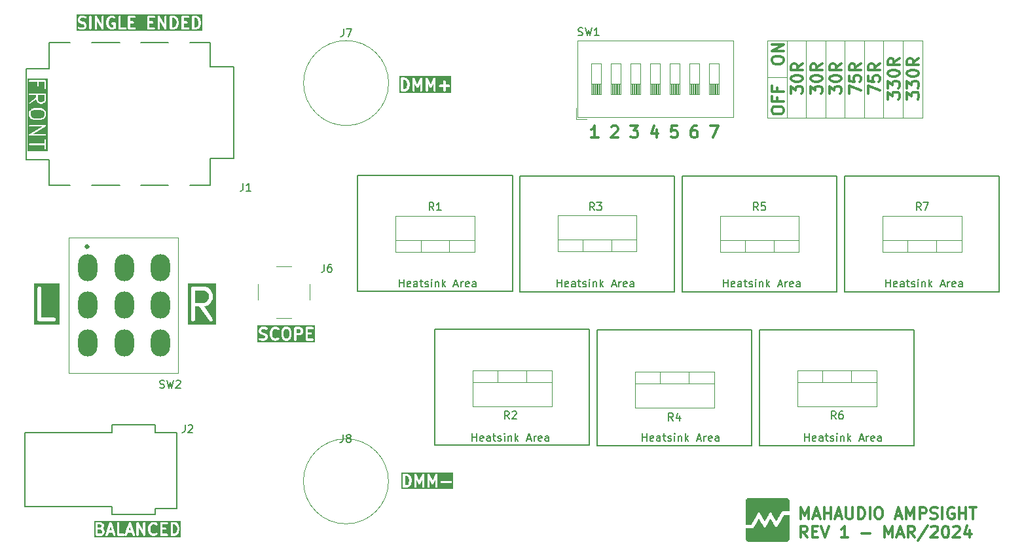
<source format=gto>
%TF.GenerationSoftware,KiCad,Pcbnew,8.0.1*%
%TF.CreationDate,2024-03-27T19:35:34-03:00*%
%TF.ProjectId,ampsight,616d7073-6967-4687-942e-6b696361645f,rev?*%
%TF.SameCoordinates,Original*%
%TF.FileFunction,Legend,Top*%
%TF.FilePolarity,Positive*%
%FSLAX46Y46*%
G04 Gerber Fmt 4.6, Leading zero omitted, Abs format (unit mm)*
G04 Created by KiCad (PCBNEW 8.0.1) date 2024-03-27 19:35:34*
%MOMM*%
%LPD*%
G01*
G04 APERTURE LIST*
%ADD10C,0.100000*%
%ADD11C,0.300000*%
%ADD12C,0.500000*%
%ADD13C,0.200000*%
%ADD14C,0.150000*%
%ADD15C,0.000000*%
%ADD16C,0.120000*%
%ADD17C,0.350000*%
%ADD18O,2.500000X3.500000*%
G04 APERTURE END LIST*
D10*
X177500000Y-71750000D02*
X180000000Y-71750000D01*
D11*
X178050828Y-69659774D02*
X178050828Y-69374060D01*
X178050828Y-69374060D02*
X178122257Y-69231203D01*
X178122257Y-69231203D02*
X178265114Y-69088346D01*
X178265114Y-69088346D02*
X178550828Y-69016917D01*
X178550828Y-69016917D02*
X179050828Y-69016917D01*
X179050828Y-69016917D02*
X179336542Y-69088346D01*
X179336542Y-69088346D02*
X179479400Y-69231203D01*
X179479400Y-69231203D02*
X179550828Y-69374060D01*
X179550828Y-69374060D02*
X179550828Y-69659774D01*
X179550828Y-69659774D02*
X179479400Y-69802632D01*
X179479400Y-69802632D02*
X179336542Y-69945489D01*
X179336542Y-69945489D02*
X179050828Y-70016917D01*
X179050828Y-70016917D02*
X178550828Y-70016917D01*
X178550828Y-70016917D02*
X178265114Y-69945489D01*
X178265114Y-69945489D02*
X178122257Y-69802632D01*
X178122257Y-69802632D02*
X178050828Y-69659774D01*
X179550828Y-68374060D02*
X178050828Y-68374060D01*
X178050828Y-68374060D02*
X179550828Y-67516917D01*
X179550828Y-67516917D02*
X178050828Y-67516917D01*
X178050828Y-76159774D02*
X178050828Y-75874060D01*
X178050828Y-75874060D02*
X178122257Y-75731203D01*
X178122257Y-75731203D02*
X178265114Y-75588346D01*
X178265114Y-75588346D02*
X178550828Y-75516917D01*
X178550828Y-75516917D02*
X179050828Y-75516917D01*
X179050828Y-75516917D02*
X179336542Y-75588346D01*
X179336542Y-75588346D02*
X179479400Y-75731203D01*
X179479400Y-75731203D02*
X179550828Y-75874060D01*
X179550828Y-75874060D02*
X179550828Y-76159774D01*
X179550828Y-76159774D02*
X179479400Y-76302632D01*
X179479400Y-76302632D02*
X179336542Y-76445489D01*
X179336542Y-76445489D02*
X179050828Y-76516917D01*
X179050828Y-76516917D02*
X178550828Y-76516917D01*
X178550828Y-76516917D02*
X178265114Y-76445489D01*
X178265114Y-76445489D02*
X178122257Y-76302632D01*
X178122257Y-76302632D02*
X178050828Y-76159774D01*
X178765114Y-74374060D02*
X178765114Y-74874060D01*
X179550828Y-74874060D02*
X178050828Y-74874060D01*
X178050828Y-74874060D02*
X178050828Y-74159774D01*
X178765114Y-73088346D02*
X178765114Y-73588346D01*
X179550828Y-73588346D02*
X178050828Y-73588346D01*
X178050828Y-73588346D02*
X178050828Y-72874060D01*
D10*
X180000000Y-67000000D02*
X180000000Y-77000000D01*
D11*
X195550828Y-74588346D02*
X195550828Y-73659774D01*
X195550828Y-73659774D02*
X196122257Y-74159774D01*
X196122257Y-74159774D02*
X196122257Y-73945489D01*
X196122257Y-73945489D02*
X196193685Y-73802632D01*
X196193685Y-73802632D02*
X196265114Y-73731203D01*
X196265114Y-73731203D02*
X196407971Y-73659774D01*
X196407971Y-73659774D02*
X196765114Y-73659774D01*
X196765114Y-73659774D02*
X196907971Y-73731203D01*
X196907971Y-73731203D02*
X196979400Y-73802632D01*
X196979400Y-73802632D02*
X197050828Y-73945489D01*
X197050828Y-73945489D02*
X197050828Y-74374060D01*
X197050828Y-74374060D02*
X196979400Y-74516917D01*
X196979400Y-74516917D02*
X196907971Y-74588346D01*
X195550828Y-73159775D02*
X195550828Y-72231203D01*
X195550828Y-72231203D02*
X196122257Y-72731203D01*
X196122257Y-72731203D02*
X196122257Y-72516918D01*
X196122257Y-72516918D02*
X196193685Y-72374061D01*
X196193685Y-72374061D02*
X196265114Y-72302632D01*
X196265114Y-72302632D02*
X196407971Y-72231203D01*
X196407971Y-72231203D02*
X196765114Y-72231203D01*
X196765114Y-72231203D02*
X196907971Y-72302632D01*
X196907971Y-72302632D02*
X196979400Y-72374061D01*
X196979400Y-72374061D02*
X197050828Y-72516918D01*
X197050828Y-72516918D02*
X197050828Y-72945489D01*
X197050828Y-72945489D02*
X196979400Y-73088346D01*
X196979400Y-73088346D02*
X196907971Y-73159775D01*
X195550828Y-71302632D02*
X195550828Y-71159775D01*
X195550828Y-71159775D02*
X195622257Y-71016918D01*
X195622257Y-71016918D02*
X195693685Y-70945490D01*
X195693685Y-70945490D02*
X195836542Y-70874061D01*
X195836542Y-70874061D02*
X196122257Y-70802632D01*
X196122257Y-70802632D02*
X196479400Y-70802632D01*
X196479400Y-70802632D02*
X196765114Y-70874061D01*
X196765114Y-70874061D02*
X196907971Y-70945490D01*
X196907971Y-70945490D02*
X196979400Y-71016918D01*
X196979400Y-71016918D02*
X197050828Y-71159775D01*
X197050828Y-71159775D02*
X197050828Y-71302632D01*
X197050828Y-71302632D02*
X196979400Y-71445490D01*
X196979400Y-71445490D02*
X196907971Y-71516918D01*
X196907971Y-71516918D02*
X196765114Y-71588347D01*
X196765114Y-71588347D02*
X196479400Y-71659775D01*
X196479400Y-71659775D02*
X196122257Y-71659775D01*
X196122257Y-71659775D02*
X195836542Y-71588347D01*
X195836542Y-71588347D02*
X195693685Y-71516918D01*
X195693685Y-71516918D02*
X195622257Y-71445490D01*
X195622257Y-71445490D02*
X195550828Y-71302632D01*
X197050828Y-69302633D02*
X196336542Y-69802633D01*
X197050828Y-70159776D02*
X195550828Y-70159776D01*
X195550828Y-70159776D02*
X195550828Y-69588347D01*
X195550828Y-69588347D02*
X195622257Y-69445490D01*
X195622257Y-69445490D02*
X195693685Y-69374061D01*
X195693685Y-69374061D02*
X195836542Y-69302633D01*
X195836542Y-69302633D02*
X196050828Y-69302633D01*
X196050828Y-69302633D02*
X196193685Y-69374061D01*
X196193685Y-69374061D02*
X196265114Y-69445490D01*
X196265114Y-69445490D02*
X196336542Y-69588347D01*
X196336542Y-69588347D02*
X196336542Y-70159776D01*
X193050828Y-74588346D02*
X193050828Y-73659774D01*
X193050828Y-73659774D02*
X193622257Y-74159774D01*
X193622257Y-74159774D02*
X193622257Y-73945489D01*
X193622257Y-73945489D02*
X193693685Y-73802632D01*
X193693685Y-73802632D02*
X193765114Y-73731203D01*
X193765114Y-73731203D02*
X193907971Y-73659774D01*
X193907971Y-73659774D02*
X194265114Y-73659774D01*
X194265114Y-73659774D02*
X194407971Y-73731203D01*
X194407971Y-73731203D02*
X194479400Y-73802632D01*
X194479400Y-73802632D02*
X194550828Y-73945489D01*
X194550828Y-73945489D02*
X194550828Y-74374060D01*
X194550828Y-74374060D02*
X194479400Y-74516917D01*
X194479400Y-74516917D02*
X194407971Y-74588346D01*
X193050828Y-73159775D02*
X193050828Y-72231203D01*
X193050828Y-72231203D02*
X193622257Y-72731203D01*
X193622257Y-72731203D02*
X193622257Y-72516918D01*
X193622257Y-72516918D02*
X193693685Y-72374061D01*
X193693685Y-72374061D02*
X193765114Y-72302632D01*
X193765114Y-72302632D02*
X193907971Y-72231203D01*
X193907971Y-72231203D02*
X194265114Y-72231203D01*
X194265114Y-72231203D02*
X194407971Y-72302632D01*
X194407971Y-72302632D02*
X194479400Y-72374061D01*
X194479400Y-72374061D02*
X194550828Y-72516918D01*
X194550828Y-72516918D02*
X194550828Y-72945489D01*
X194550828Y-72945489D02*
X194479400Y-73088346D01*
X194479400Y-73088346D02*
X194407971Y-73159775D01*
X193050828Y-71302632D02*
X193050828Y-71159775D01*
X193050828Y-71159775D02*
X193122257Y-71016918D01*
X193122257Y-71016918D02*
X193193685Y-70945490D01*
X193193685Y-70945490D02*
X193336542Y-70874061D01*
X193336542Y-70874061D02*
X193622257Y-70802632D01*
X193622257Y-70802632D02*
X193979400Y-70802632D01*
X193979400Y-70802632D02*
X194265114Y-70874061D01*
X194265114Y-70874061D02*
X194407971Y-70945490D01*
X194407971Y-70945490D02*
X194479400Y-71016918D01*
X194479400Y-71016918D02*
X194550828Y-71159775D01*
X194550828Y-71159775D02*
X194550828Y-71302632D01*
X194550828Y-71302632D02*
X194479400Y-71445490D01*
X194479400Y-71445490D02*
X194407971Y-71516918D01*
X194407971Y-71516918D02*
X194265114Y-71588347D01*
X194265114Y-71588347D02*
X193979400Y-71659775D01*
X193979400Y-71659775D02*
X193622257Y-71659775D01*
X193622257Y-71659775D02*
X193336542Y-71588347D01*
X193336542Y-71588347D02*
X193193685Y-71516918D01*
X193193685Y-71516918D02*
X193122257Y-71445490D01*
X193122257Y-71445490D02*
X193050828Y-71302632D01*
X194550828Y-69302633D02*
X193836542Y-69802633D01*
X194550828Y-70159776D02*
X193050828Y-70159776D01*
X193050828Y-70159776D02*
X193050828Y-69588347D01*
X193050828Y-69588347D02*
X193122257Y-69445490D01*
X193122257Y-69445490D02*
X193193685Y-69374061D01*
X193193685Y-69374061D02*
X193336542Y-69302633D01*
X193336542Y-69302633D02*
X193550828Y-69302633D01*
X193550828Y-69302633D02*
X193693685Y-69374061D01*
X193693685Y-69374061D02*
X193765114Y-69445490D01*
X193765114Y-69445490D02*
X193836542Y-69588347D01*
X193836542Y-69588347D02*
X193836542Y-70159776D01*
X190550828Y-73838346D02*
X190550828Y-72838346D01*
X190550828Y-72838346D02*
X192050828Y-73481203D01*
X190550828Y-71552632D02*
X190550828Y-72266918D01*
X190550828Y-72266918D02*
X191265114Y-72338346D01*
X191265114Y-72338346D02*
X191193685Y-72266918D01*
X191193685Y-72266918D02*
X191122257Y-72124061D01*
X191122257Y-72124061D02*
X191122257Y-71766918D01*
X191122257Y-71766918D02*
X191193685Y-71624061D01*
X191193685Y-71624061D02*
X191265114Y-71552632D01*
X191265114Y-71552632D02*
X191407971Y-71481203D01*
X191407971Y-71481203D02*
X191765114Y-71481203D01*
X191765114Y-71481203D02*
X191907971Y-71552632D01*
X191907971Y-71552632D02*
X191979400Y-71624061D01*
X191979400Y-71624061D02*
X192050828Y-71766918D01*
X192050828Y-71766918D02*
X192050828Y-72124061D01*
X192050828Y-72124061D02*
X191979400Y-72266918D01*
X191979400Y-72266918D02*
X191907971Y-72338346D01*
X192050828Y-69981204D02*
X191336542Y-70481204D01*
X192050828Y-70838347D02*
X190550828Y-70838347D01*
X190550828Y-70838347D02*
X190550828Y-70266918D01*
X190550828Y-70266918D02*
X190622257Y-70124061D01*
X190622257Y-70124061D02*
X190693685Y-70052632D01*
X190693685Y-70052632D02*
X190836542Y-69981204D01*
X190836542Y-69981204D02*
X191050828Y-69981204D01*
X191050828Y-69981204D02*
X191193685Y-70052632D01*
X191193685Y-70052632D02*
X191265114Y-70124061D01*
X191265114Y-70124061D02*
X191336542Y-70266918D01*
X191336542Y-70266918D02*
X191336542Y-70838347D01*
X188050828Y-73838346D02*
X188050828Y-72838346D01*
X188050828Y-72838346D02*
X189550828Y-73481203D01*
X188050828Y-71552632D02*
X188050828Y-72266918D01*
X188050828Y-72266918D02*
X188765114Y-72338346D01*
X188765114Y-72338346D02*
X188693685Y-72266918D01*
X188693685Y-72266918D02*
X188622257Y-72124061D01*
X188622257Y-72124061D02*
X188622257Y-71766918D01*
X188622257Y-71766918D02*
X188693685Y-71624061D01*
X188693685Y-71624061D02*
X188765114Y-71552632D01*
X188765114Y-71552632D02*
X188907971Y-71481203D01*
X188907971Y-71481203D02*
X189265114Y-71481203D01*
X189265114Y-71481203D02*
X189407971Y-71552632D01*
X189407971Y-71552632D02*
X189479400Y-71624061D01*
X189479400Y-71624061D02*
X189550828Y-71766918D01*
X189550828Y-71766918D02*
X189550828Y-72124061D01*
X189550828Y-72124061D02*
X189479400Y-72266918D01*
X189479400Y-72266918D02*
X189407971Y-72338346D01*
X189550828Y-69981204D02*
X188836542Y-70481204D01*
X189550828Y-70838347D02*
X188050828Y-70838347D01*
X188050828Y-70838347D02*
X188050828Y-70266918D01*
X188050828Y-70266918D02*
X188122257Y-70124061D01*
X188122257Y-70124061D02*
X188193685Y-70052632D01*
X188193685Y-70052632D02*
X188336542Y-69981204D01*
X188336542Y-69981204D02*
X188550828Y-69981204D01*
X188550828Y-69981204D02*
X188693685Y-70052632D01*
X188693685Y-70052632D02*
X188765114Y-70124061D01*
X188765114Y-70124061D02*
X188836542Y-70266918D01*
X188836542Y-70266918D02*
X188836542Y-70838347D01*
X185550828Y-73838346D02*
X185550828Y-72909774D01*
X185550828Y-72909774D02*
X186122257Y-73409774D01*
X186122257Y-73409774D02*
X186122257Y-73195489D01*
X186122257Y-73195489D02*
X186193685Y-73052632D01*
X186193685Y-73052632D02*
X186265114Y-72981203D01*
X186265114Y-72981203D02*
X186407971Y-72909774D01*
X186407971Y-72909774D02*
X186765114Y-72909774D01*
X186765114Y-72909774D02*
X186907971Y-72981203D01*
X186907971Y-72981203D02*
X186979400Y-73052632D01*
X186979400Y-73052632D02*
X187050828Y-73195489D01*
X187050828Y-73195489D02*
X187050828Y-73624060D01*
X187050828Y-73624060D02*
X186979400Y-73766917D01*
X186979400Y-73766917D02*
X186907971Y-73838346D01*
X185550828Y-71981203D02*
X185550828Y-71838346D01*
X185550828Y-71838346D02*
X185622257Y-71695489D01*
X185622257Y-71695489D02*
X185693685Y-71624061D01*
X185693685Y-71624061D02*
X185836542Y-71552632D01*
X185836542Y-71552632D02*
X186122257Y-71481203D01*
X186122257Y-71481203D02*
X186479400Y-71481203D01*
X186479400Y-71481203D02*
X186765114Y-71552632D01*
X186765114Y-71552632D02*
X186907971Y-71624061D01*
X186907971Y-71624061D02*
X186979400Y-71695489D01*
X186979400Y-71695489D02*
X187050828Y-71838346D01*
X187050828Y-71838346D02*
X187050828Y-71981203D01*
X187050828Y-71981203D02*
X186979400Y-72124061D01*
X186979400Y-72124061D02*
X186907971Y-72195489D01*
X186907971Y-72195489D02*
X186765114Y-72266918D01*
X186765114Y-72266918D02*
X186479400Y-72338346D01*
X186479400Y-72338346D02*
X186122257Y-72338346D01*
X186122257Y-72338346D02*
X185836542Y-72266918D01*
X185836542Y-72266918D02*
X185693685Y-72195489D01*
X185693685Y-72195489D02*
X185622257Y-72124061D01*
X185622257Y-72124061D02*
X185550828Y-71981203D01*
X187050828Y-69981204D02*
X186336542Y-70481204D01*
X187050828Y-70838347D02*
X185550828Y-70838347D01*
X185550828Y-70838347D02*
X185550828Y-70266918D01*
X185550828Y-70266918D02*
X185622257Y-70124061D01*
X185622257Y-70124061D02*
X185693685Y-70052632D01*
X185693685Y-70052632D02*
X185836542Y-69981204D01*
X185836542Y-69981204D02*
X186050828Y-69981204D01*
X186050828Y-69981204D02*
X186193685Y-70052632D01*
X186193685Y-70052632D02*
X186265114Y-70124061D01*
X186265114Y-70124061D02*
X186336542Y-70266918D01*
X186336542Y-70266918D02*
X186336542Y-70838347D01*
X183050828Y-73838346D02*
X183050828Y-72909774D01*
X183050828Y-72909774D02*
X183622257Y-73409774D01*
X183622257Y-73409774D02*
X183622257Y-73195489D01*
X183622257Y-73195489D02*
X183693685Y-73052632D01*
X183693685Y-73052632D02*
X183765114Y-72981203D01*
X183765114Y-72981203D02*
X183907971Y-72909774D01*
X183907971Y-72909774D02*
X184265114Y-72909774D01*
X184265114Y-72909774D02*
X184407971Y-72981203D01*
X184407971Y-72981203D02*
X184479400Y-73052632D01*
X184479400Y-73052632D02*
X184550828Y-73195489D01*
X184550828Y-73195489D02*
X184550828Y-73624060D01*
X184550828Y-73624060D02*
X184479400Y-73766917D01*
X184479400Y-73766917D02*
X184407971Y-73838346D01*
X183050828Y-71981203D02*
X183050828Y-71838346D01*
X183050828Y-71838346D02*
X183122257Y-71695489D01*
X183122257Y-71695489D02*
X183193685Y-71624061D01*
X183193685Y-71624061D02*
X183336542Y-71552632D01*
X183336542Y-71552632D02*
X183622257Y-71481203D01*
X183622257Y-71481203D02*
X183979400Y-71481203D01*
X183979400Y-71481203D02*
X184265114Y-71552632D01*
X184265114Y-71552632D02*
X184407971Y-71624061D01*
X184407971Y-71624061D02*
X184479400Y-71695489D01*
X184479400Y-71695489D02*
X184550828Y-71838346D01*
X184550828Y-71838346D02*
X184550828Y-71981203D01*
X184550828Y-71981203D02*
X184479400Y-72124061D01*
X184479400Y-72124061D02*
X184407971Y-72195489D01*
X184407971Y-72195489D02*
X184265114Y-72266918D01*
X184265114Y-72266918D02*
X183979400Y-72338346D01*
X183979400Y-72338346D02*
X183622257Y-72338346D01*
X183622257Y-72338346D02*
X183336542Y-72266918D01*
X183336542Y-72266918D02*
X183193685Y-72195489D01*
X183193685Y-72195489D02*
X183122257Y-72124061D01*
X183122257Y-72124061D02*
X183050828Y-71981203D01*
X184550828Y-69981204D02*
X183836542Y-70481204D01*
X184550828Y-70838347D02*
X183050828Y-70838347D01*
X183050828Y-70838347D02*
X183050828Y-70266918D01*
X183050828Y-70266918D02*
X183122257Y-70124061D01*
X183122257Y-70124061D02*
X183193685Y-70052632D01*
X183193685Y-70052632D02*
X183336542Y-69981204D01*
X183336542Y-69981204D02*
X183550828Y-69981204D01*
X183550828Y-69981204D02*
X183693685Y-70052632D01*
X183693685Y-70052632D02*
X183765114Y-70124061D01*
X183765114Y-70124061D02*
X183836542Y-70266918D01*
X183836542Y-70266918D02*
X183836542Y-70838347D01*
D10*
X195000000Y-67000000D02*
X195000000Y-77000000D01*
X192500000Y-67000000D02*
X192500000Y-77000000D01*
X190000000Y-67000000D02*
X190000000Y-77000000D01*
X187500000Y-67000000D02*
X187500000Y-77000000D01*
X185000000Y-67000000D02*
X185000000Y-77000000D01*
X182500000Y-67000000D02*
X182500000Y-77000000D01*
D11*
X180550828Y-73838346D02*
X180550828Y-72909774D01*
X180550828Y-72909774D02*
X181122257Y-73409774D01*
X181122257Y-73409774D02*
X181122257Y-73195489D01*
X181122257Y-73195489D02*
X181193685Y-73052632D01*
X181193685Y-73052632D02*
X181265114Y-72981203D01*
X181265114Y-72981203D02*
X181407971Y-72909774D01*
X181407971Y-72909774D02*
X181765114Y-72909774D01*
X181765114Y-72909774D02*
X181907971Y-72981203D01*
X181907971Y-72981203D02*
X181979400Y-73052632D01*
X181979400Y-73052632D02*
X182050828Y-73195489D01*
X182050828Y-73195489D02*
X182050828Y-73624060D01*
X182050828Y-73624060D02*
X181979400Y-73766917D01*
X181979400Y-73766917D02*
X181907971Y-73838346D01*
X180550828Y-71981203D02*
X180550828Y-71838346D01*
X180550828Y-71838346D02*
X180622257Y-71695489D01*
X180622257Y-71695489D02*
X180693685Y-71624061D01*
X180693685Y-71624061D02*
X180836542Y-71552632D01*
X180836542Y-71552632D02*
X181122257Y-71481203D01*
X181122257Y-71481203D02*
X181479400Y-71481203D01*
X181479400Y-71481203D02*
X181765114Y-71552632D01*
X181765114Y-71552632D02*
X181907971Y-71624061D01*
X181907971Y-71624061D02*
X181979400Y-71695489D01*
X181979400Y-71695489D02*
X182050828Y-71838346D01*
X182050828Y-71838346D02*
X182050828Y-71981203D01*
X182050828Y-71981203D02*
X181979400Y-72124061D01*
X181979400Y-72124061D02*
X181907971Y-72195489D01*
X181907971Y-72195489D02*
X181765114Y-72266918D01*
X181765114Y-72266918D02*
X181479400Y-72338346D01*
X181479400Y-72338346D02*
X181122257Y-72338346D01*
X181122257Y-72338346D02*
X180836542Y-72266918D01*
X180836542Y-72266918D02*
X180693685Y-72195489D01*
X180693685Y-72195489D02*
X180622257Y-72124061D01*
X180622257Y-72124061D02*
X180550828Y-71981203D01*
X182050828Y-69981204D02*
X181336542Y-70481204D01*
X182050828Y-70838347D02*
X180550828Y-70838347D01*
X180550828Y-70838347D02*
X180550828Y-70266918D01*
X180550828Y-70266918D02*
X180622257Y-70124061D01*
X180622257Y-70124061D02*
X180693685Y-70052632D01*
X180693685Y-70052632D02*
X180836542Y-69981204D01*
X180836542Y-69981204D02*
X181050828Y-69981204D01*
X181050828Y-69981204D02*
X181193685Y-70052632D01*
X181193685Y-70052632D02*
X181265114Y-70124061D01*
X181265114Y-70124061D02*
X181336542Y-70266918D01*
X181336542Y-70266918D02*
X181336542Y-70838347D01*
D10*
X177500000Y-67000000D02*
X197500000Y-67000000D01*
X197500000Y-77000000D01*
X177500000Y-77000000D01*
X177500000Y-67000000D01*
D11*
X155590225Y-79550828D02*
X154733082Y-79550828D01*
X155161653Y-79550828D02*
X155161653Y-78050828D01*
X155161653Y-78050828D02*
X155018796Y-78265114D01*
X155018796Y-78265114D02*
X154875939Y-78407971D01*
X154875939Y-78407971D02*
X154733082Y-78479400D01*
X157304510Y-78193685D02*
X157375938Y-78122257D01*
X157375938Y-78122257D02*
X157518796Y-78050828D01*
X157518796Y-78050828D02*
X157875938Y-78050828D01*
X157875938Y-78050828D02*
X158018796Y-78122257D01*
X158018796Y-78122257D02*
X158090224Y-78193685D01*
X158090224Y-78193685D02*
X158161653Y-78336542D01*
X158161653Y-78336542D02*
X158161653Y-78479400D01*
X158161653Y-78479400D02*
X158090224Y-78693685D01*
X158090224Y-78693685D02*
X157233081Y-79550828D01*
X157233081Y-79550828D02*
X158161653Y-79550828D01*
X159804509Y-78050828D02*
X160733081Y-78050828D01*
X160733081Y-78050828D02*
X160233081Y-78622257D01*
X160233081Y-78622257D02*
X160447366Y-78622257D01*
X160447366Y-78622257D02*
X160590224Y-78693685D01*
X160590224Y-78693685D02*
X160661652Y-78765114D01*
X160661652Y-78765114D02*
X160733081Y-78907971D01*
X160733081Y-78907971D02*
X160733081Y-79265114D01*
X160733081Y-79265114D02*
X160661652Y-79407971D01*
X160661652Y-79407971D02*
X160590224Y-79479400D01*
X160590224Y-79479400D02*
X160447366Y-79550828D01*
X160447366Y-79550828D02*
X160018795Y-79550828D01*
X160018795Y-79550828D02*
X159875938Y-79479400D01*
X159875938Y-79479400D02*
X159804509Y-79407971D01*
X163161652Y-78550828D02*
X163161652Y-79550828D01*
X162804509Y-77979400D02*
X162447366Y-79050828D01*
X162447366Y-79050828D02*
X163375937Y-79050828D01*
X165804508Y-78050828D02*
X165090222Y-78050828D01*
X165090222Y-78050828D02*
X165018794Y-78765114D01*
X165018794Y-78765114D02*
X165090222Y-78693685D01*
X165090222Y-78693685D02*
X165233080Y-78622257D01*
X165233080Y-78622257D02*
X165590222Y-78622257D01*
X165590222Y-78622257D02*
X165733080Y-78693685D01*
X165733080Y-78693685D02*
X165804508Y-78765114D01*
X165804508Y-78765114D02*
X165875937Y-78907971D01*
X165875937Y-78907971D02*
X165875937Y-79265114D01*
X165875937Y-79265114D02*
X165804508Y-79407971D01*
X165804508Y-79407971D02*
X165733080Y-79479400D01*
X165733080Y-79479400D02*
X165590222Y-79550828D01*
X165590222Y-79550828D02*
X165233080Y-79550828D01*
X165233080Y-79550828D02*
X165090222Y-79479400D01*
X165090222Y-79479400D02*
X165018794Y-79407971D01*
X168304508Y-78050828D02*
X168018793Y-78050828D01*
X168018793Y-78050828D02*
X167875936Y-78122257D01*
X167875936Y-78122257D02*
X167804508Y-78193685D01*
X167804508Y-78193685D02*
X167661650Y-78407971D01*
X167661650Y-78407971D02*
X167590222Y-78693685D01*
X167590222Y-78693685D02*
X167590222Y-79265114D01*
X167590222Y-79265114D02*
X167661650Y-79407971D01*
X167661650Y-79407971D02*
X167733079Y-79479400D01*
X167733079Y-79479400D02*
X167875936Y-79550828D01*
X167875936Y-79550828D02*
X168161650Y-79550828D01*
X168161650Y-79550828D02*
X168304508Y-79479400D01*
X168304508Y-79479400D02*
X168375936Y-79407971D01*
X168375936Y-79407971D02*
X168447365Y-79265114D01*
X168447365Y-79265114D02*
X168447365Y-78907971D01*
X168447365Y-78907971D02*
X168375936Y-78765114D01*
X168375936Y-78765114D02*
X168304508Y-78693685D01*
X168304508Y-78693685D02*
X168161650Y-78622257D01*
X168161650Y-78622257D02*
X167875936Y-78622257D01*
X167875936Y-78622257D02*
X167733079Y-78693685D01*
X167733079Y-78693685D02*
X167661650Y-78765114D01*
X167661650Y-78765114D02*
X167590222Y-78907971D01*
X170090221Y-78050828D02*
X171090221Y-78050828D01*
X171090221Y-78050828D02*
X170447364Y-79550828D01*
G36*
X130952175Y-123377796D02*
G01*
X131052887Y-123476029D01*
X131106317Y-123578934D01*
X131171535Y-123830282D01*
X131173644Y-124008495D01*
X131113284Y-124259406D01*
X131059401Y-124371410D01*
X130958441Y-124474919D01*
X130803664Y-124528460D01*
X130614005Y-124529875D01*
X130611738Y-123327228D01*
X130790406Y-123325895D01*
X130952175Y-123377796D01*
G37*
G36*
X136849500Y-124994995D02*
G01*
X130147618Y-124994995D01*
X130147618Y-123178328D01*
X130314285Y-123178328D01*
X130317167Y-124707592D01*
X130339565Y-124761664D01*
X130380949Y-124803048D01*
X130435021Y-124825446D01*
X130464285Y-124828328D01*
X130819477Y-124825678D01*
X130840188Y-124827151D01*
X130847584Y-124825469D01*
X130850692Y-124825446D01*
X130854349Y-124823930D01*
X130868862Y-124820631D01*
X131061425Y-124754018D01*
X131064977Y-124754018D01*
X131082973Y-124746563D01*
X131109999Y-124737215D01*
X131114070Y-124733683D01*
X131119050Y-124731621D01*
X131141780Y-124712966D01*
X131282800Y-124568385D01*
X131297070Y-124556010D01*
X131301070Y-124549654D01*
X131303292Y-124547377D01*
X131304807Y-124543717D01*
X131312735Y-124531124D01*
X131377877Y-124395716D01*
X131385628Y-124385256D01*
X131393471Y-124363301D01*
X131394673Y-124360804D01*
X131394749Y-124359723D01*
X131395521Y-124357565D01*
X131462389Y-124079596D01*
X131468546Y-124064735D01*
X131470334Y-124046569D01*
X131471251Y-124042762D01*
X131470925Y-124040574D01*
X131471428Y-124035471D01*
X131468986Y-123829113D01*
X131471251Y-123813894D01*
X131468593Y-123795923D01*
X131468546Y-123791921D01*
X131467698Y-123789876D01*
X131466949Y-123784805D01*
X131395691Y-123510184D01*
X131394673Y-123495852D01*
X131386284Y-123473928D01*
X131385628Y-123471400D01*
X131384983Y-123470530D01*
X131384164Y-123468388D01*
X131310155Y-123325848D01*
X131303292Y-123309278D01*
X131298555Y-123303506D01*
X131297070Y-123300646D01*
X131294077Y-123298050D01*
X131284637Y-123286548D01*
X131173686Y-123178328D01*
X131814285Y-123178328D01*
X131817167Y-124707592D01*
X131839565Y-124761664D01*
X131880949Y-124803048D01*
X131935021Y-124825446D01*
X131993549Y-124825446D01*
X132047621Y-124803048D01*
X132089005Y-124761664D01*
X132111403Y-124707592D01*
X132114285Y-124678328D01*
X132112718Y-123847343D01*
X132328555Y-124306994D01*
X132336025Y-124327535D01*
X132340490Y-124332411D01*
X132343345Y-124338490D01*
X132360150Y-124353880D01*
X132375552Y-124370698D01*
X132381595Y-124373518D01*
X132386508Y-124378017D01*
X132407928Y-124385806D01*
X132428590Y-124395448D01*
X132435247Y-124395740D01*
X132441510Y-124398018D01*
X132464289Y-124397017D01*
X132487060Y-124398018D01*
X132493319Y-124395741D01*
X132499981Y-124395449D01*
X132520648Y-124385804D01*
X132542063Y-124378017D01*
X132546976Y-124373517D01*
X132553018Y-124370698D01*
X132568413Y-124353885D01*
X132585226Y-124338490D01*
X132590194Y-124330101D01*
X132592545Y-124327535D01*
X132593864Y-124323905D01*
X132600212Y-124313190D01*
X132815548Y-123848875D01*
X132817167Y-124707592D01*
X132839565Y-124761664D01*
X132880949Y-124803048D01*
X132935021Y-124825446D01*
X132993549Y-124825446D01*
X133047621Y-124803048D01*
X133089005Y-124761664D01*
X133111403Y-124707592D01*
X133114285Y-124678328D01*
X133111461Y-123180220D01*
X133111544Y-123178328D01*
X133528571Y-123178328D01*
X133531453Y-124707592D01*
X133553851Y-124761664D01*
X133595235Y-124803048D01*
X133649307Y-124825446D01*
X133707835Y-124825446D01*
X133761907Y-124803048D01*
X133803291Y-124761664D01*
X133825689Y-124707592D01*
X133828571Y-124678328D01*
X133827004Y-123847343D01*
X134042841Y-124306994D01*
X134050311Y-124327535D01*
X134054776Y-124332411D01*
X134057631Y-124338490D01*
X134074436Y-124353880D01*
X134089838Y-124370698D01*
X134095881Y-124373518D01*
X134100794Y-124378017D01*
X134122214Y-124385806D01*
X134142876Y-124395448D01*
X134149533Y-124395740D01*
X134155796Y-124398018D01*
X134178575Y-124397017D01*
X134201346Y-124398018D01*
X134207605Y-124395741D01*
X134214267Y-124395449D01*
X134234934Y-124385804D01*
X134256349Y-124378017D01*
X134261262Y-124373517D01*
X134267304Y-124370698D01*
X134282699Y-124353885D01*
X134299512Y-124338490D01*
X134304480Y-124330101D01*
X134306831Y-124327535D01*
X134308150Y-124323905D01*
X134314498Y-124313190D01*
X134529834Y-123848875D01*
X134531453Y-124707592D01*
X134553851Y-124761664D01*
X134595235Y-124803048D01*
X134649307Y-124825446D01*
X134707835Y-124825446D01*
X134761907Y-124803048D01*
X134803291Y-124761664D01*
X134825689Y-124707592D01*
X134828571Y-124678328D01*
X134827549Y-124136164D01*
X135245739Y-124136164D01*
X135268137Y-124190236D01*
X135309521Y-124231620D01*
X135363593Y-124254018D01*
X135392857Y-124256900D01*
X136564979Y-124254018D01*
X136619051Y-124231620D01*
X136660435Y-124190236D01*
X136682833Y-124136164D01*
X136682833Y-124077636D01*
X136660435Y-124023564D01*
X136619051Y-123982180D01*
X136564979Y-123959782D01*
X136535715Y-123956900D01*
X135363593Y-123959782D01*
X135309521Y-123982180D01*
X135268137Y-124023564D01*
X135245739Y-124077636D01*
X135245739Y-124136164D01*
X134827549Y-124136164D01*
X134825747Y-123180220D01*
X134826832Y-123155552D01*
X134825695Y-123152426D01*
X134825689Y-123149064D01*
X134815728Y-123125018D01*
X134806831Y-123100550D01*
X134804571Y-123098082D01*
X134803291Y-123094992D01*
X134784893Y-123076594D01*
X134767304Y-123057387D01*
X134764270Y-123055971D01*
X134761907Y-123053608D01*
X134737876Y-123043654D01*
X134714267Y-123032636D01*
X134710922Y-123032489D01*
X134707835Y-123031210D01*
X134681811Y-123031210D01*
X134655796Y-123030067D01*
X134652653Y-123031210D01*
X134649307Y-123031210D01*
X134625254Y-123041173D01*
X134600794Y-123050068D01*
X134598326Y-123052327D01*
X134595235Y-123053608D01*
X134576826Y-123072016D01*
X134557631Y-123089595D01*
X134555281Y-123093561D01*
X134553851Y-123094992D01*
X134552495Y-123098264D01*
X134542644Y-123114895D01*
X134179287Y-123898374D01*
X133812608Y-123117484D01*
X133803291Y-123094992D01*
X133800944Y-123092645D01*
X133799512Y-123089595D01*
X133780304Y-123072005D01*
X133761907Y-123053608D01*
X133758816Y-123052327D01*
X133756349Y-123050068D01*
X133731883Y-123041171D01*
X133707835Y-123031210D01*
X133704489Y-123031210D01*
X133701346Y-123030067D01*
X133675342Y-123031210D01*
X133649307Y-123031210D01*
X133646216Y-123032490D01*
X133642876Y-123032637D01*
X133619280Y-123043647D01*
X133595235Y-123053608D01*
X133592871Y-123055971D01*
X133589838Y-123057387D01*
X133572248Y-123076594D01*
X133553851Y-123094992D01*
X133552570Y-123098082D01*
X133550311Y-123100550D01*
X133541414Y-123125015D01*
X133531453Y-123149064D01*
X133531001Y-123153652D01*
X133530310Y-123155553D01*
X133530465Y-123159091D01*
X133528571Y-123178328D01*
X133111544Y-123178328D01*
X133112546Y-123155552D01*
X133111409Y-123152426D01*
X133111403Y-123149064D01*
X133101442Y-123125018D01*
X133092545Y-123100550D01*
X133090285Y-123098082D01*
X133089005Y-123094992D01*
X133070607Y-123076594D01*
X133053018Y-123057387D01*
X133049984Y-123055971D01*
X133047621Y-123053608D01*
X133023590Y-123043654D01*
X132999981Y-123032636D01*
X132996636Y-123032489D01*
X132993549Y-123031210D01*
X132967525Y-123031210D01*
X132941510Y-123030067D01*
X132938367Y-123031210D01*
X132935021Y-123031210D01*
X132910968Y-123041173D01*
X132886508Y-123050068D01*
X132884040Y-123052327D01*
X132880949Y-123053608D01*
X132862540Y-123072016D01*
X132843345Y-123089595D01*
X132840995Y-123093561D01*
X132839565Y-123094992D01*
X132838209Y-123098264D01*
X132828358Y-123114895D01*
X132465001Y-123898374D01*
X132098322Y-123117484D01*
X132089005Y-123094992D01*
X132086658Y-123092645D01*
X132085226Y-123089595D01*
X132066018Y-123072005D01*
X132047621Y-123053608D01*
X132044530Y-123052327D01*
X132042063Y-123050068D01*
X132017597Y-123041171D01*
X131993549Y-123031210D01*
X131990203Y-123031210D01*
X131987060Y-123030067D01*
X131961056Y-123031210D01*
X131935021Y-123031210D01*
X131931930Y-123032490D01*
X131928590Y-123032637D01*
X131904994Y-123043647D01*
X131880949Y-123053608D01*
X131878585Y-123055971D01*
X131875552Y-123057387D01*
X131857962Y-123076594D01*
X131839565Y-123094992D01*
X131838284Y-123098082D01*
X131836025Y-123100550D01*
X131827128Y-123125015D01*
X131817167Y-123149064D01*
X131816715Y-123153652D01*
X131816024Y-123155553D01*
X131816179Y-123159091D01*
X131814285Y-123178328D01*
X131173686Y-123178328D01*
X131155720Y-123160804D01*
X131154213Y-123157790D01*
X131139923Y-123145396D01*
X131119049Y-123125036D01*
X131114069Y-123122973D01*
X131109999Y-123119443D01*
X131083148Y-123107454D01*
X130868526Y-123038597D01*
X130850692Y-123031210D01*
X130843200Y-123030472D01*
X130840189Y-123029506D01*
X130836239Y-123029786D01*
X130821428Y-123028328D01*
X130435021Y-123031210D01*
X130380949Y-123053608D01*
X130339565Y-123094992D01*
X130317167Y-123149064D01*
X130314285Y-123178328D01*
X130147618Y-123178328D01*
X130147618Y-122861661D01*
X136849500Y-122861661D01*
X136849500Y-124994995D01*
G37*
G36*
X130702175Y-72127796D02*
G01*
X130802887Y-72226029D01*
X130856317Y-72328934D01*
X130921535Y-72580282D01*
X130923644Y-72758495D01*
X130863284Y-73009406D01*
X130809401Y-73121410D01*
X130708441Y-73224919D01*
X130553664Y-73278460D01*
X130364005Y-73279875D01*
X130361738Y-72077228D01*
X130540406Y-72075895D01*
X130702175Y-72127796D01*
G37*
G36*
X136599500Y-73744995D02*
G01*
X129897618Y-73744995D01*
X129897618Y-71928328D01*
X130064285Y-71928328D01*
X130067167Y-73457592D01*
X130089565Y-73511664D01*
X130130949Y-73553048D01*
X130185021Y-73575446D01*
X130214285Y-73578328D01*
X130569477Y-73575678D01*
X130590188Y-73577151D01*
X130597584Y-73575469D01*
X130600692Y-73575446D01*
X130604349Y-73573930D01*
X130618862Y-73570631D01*
X130811425Y-73504018D01*
X130814977Y-73504018D01*
X130832973Y-73496563D01*
X130859999Y-73487215D01*
X130864070Y-73483683D01*
X130869050Y-73481621D01*
X130891780Y-73462966D01*
X131032800Y-73318385D01*
X131047070Y-73306010D01*
X131051070Y-73299654D01*
X131053292Y-73297377D01*
X131054807Y-73293717D01*
X131062735Y-73281124D01*
X131127877Y-73145716D01*
X131135628Y-73135256D01*
X131143471Y-73113301D01*
X131144673Y-73110804D01*
X131144749Y-73109723D01*
X131145521Y-73107565D01*
X131212389Y-72829596D01*
X131218546Y-72814735D01*
X131220334Y-72796569D01*
X131221251Y-72792762D01*
X131220925Y-72790574D01*
X131221428Y-72785471D01*
X131218986Y-72579113D01*
X131221251Y-72563894D01*
X131218593Y-72545923D01*
X131218546Y-72541921D01*
X131217698Y-72539876D01*
X131216949Y-72534805D01*
X131145691Y-72260184D01*
X131144673Y-72245852D01*
X131136284Y-72223928D01*
X131135628Y-72221400D01*
X131134983Y-72220530D01*
X131134164Y-72218388D01*
X131060155Y-72075848D01*
X131053292Y-72059278D01*
X131048555Y-72053506D01*
X131047070Y-72050646D01*
X131044077Y-72048050D01*
X131034637Y-72036548D01*
X130923686Y-71928328D01*
X131564285Y-71928328D01*
X131567167Y-73457592D01*
X131589565Y-73511664D01*
X131630949Y-73553048D01*
X131685021Y-73575446D01*
X131743549Y-73575446D01*
X131797621Y-73553048D01*
X131839005Y-73511664D01*
X131861403Y-73457592D01*
X131864285Y-73428328D01*
X131862718Y-72597343D01*
X132078555Y-73056994D01*
X132086025Y-73077535D01*
X132090490Y-73082411D01*
X132093345Y-73088490D01*
X132110150Y-73103880D01*
X132125552Y-73120698D01*
X132131595Y-73123518D01*
X132136508Y-73128017D01*
X132157928Y-73135806D01*
X132178590Y-73145448D01*
X132185247Y-73145740D01*
X132191510Y-73148018D01*
X132214289Y-73147017D01*
X132237060Y-73148018D01*
X132243319Y-73145741D01*
X132249981Y-73145449D01*
X132270648Y-73135804D01*
X132292063Y-73128017D01*
X132296976Y-73123517D01*
X132303018Y-73120698D01*
X132318413Y-73103885D01*
X132335226Y-73088490D01*
X132340194Y-73080101D01*
X132342545Y-73077535D01*
X132343864Y-73073905D01*
X132350212Y-73063190D01*
X132565548Y-72598875D01*
X132567167Y-73457592D01*
X132589565Y-73511664D01*
X132630949Y-73553048D01*
X132685021Y-73575446D01*
X132743549Y-73575446D01*
X132797621Y-73553048D01*
X132839005Y-73511664D01*
X132861403Y-73457592D01*
X132864285Y-73428328D01*
X132861461Y-71930220D01*
X132861544Y-71928328D01*
X133278571Y-71928328D01*
X133281453Y-73457592D01*
X133303851Y-73511664D01*
X133345235Y-73553048D01*
X133399307Y-73575446D01*
X133457835Y-73575446D01*
X133511907Y-73553048D01*
X133553291Y-73511664D01*
X133575689Y-73457592D01*
X133578571Y-73428328D01*
X133577004Y-72597343D01*
X133792841Y-73056994D01*
X133800311Y-73077535D01*
X133804776Y-73082411D01*
X133807631Y-73088490D01*
X133824436Y-73103880D01*
X133839838Y-73120698D01*
X133845881Y-73123518D01*
X133850794Y-73128017D01*
X133872214Y-73135806D01*
X133892876Y-73145448D01*
X133899533Y-73145740D01*
X133905796Y-73148018D01*
X133928575Y-73147017D01*
X133951346Y-73148018D01*
X133957605Y-73145741D01*
X133964267Y-73145449D01*
X133984934Y-73135804D01*
X134006349Y-73128017D01*
X134011262Y-73123517D01*
X134017304Y-73120698D01*
X134032699Y-73103885D01*
X134049512Y-73088490D01*
X134054480Y-73080101D01*
X134056831Y-73077535D01*
X134058150Y-73073905D01*
X134064498Y-73063190D01*
X134279834Y-72598875D01*
X134281453Y-73457592D01*
X134303851Y-73511664D01*
X134345235Y-73553048D01*
X134399307Y-73575446D01*
X134457835Y-73575446D01*
X134511907Y-73553048D01*
X134553291Y-73511664D01*
X134575689Y-73457592D01*
X134578571Y-73428328D01*
X134577549Y-72886164D01*
X134995739Y-72886164D01*
X135018137Y-72940236D01*
X135059521Y-72981620D01*
X135113593Y-73004018D01*
X135142857Y-73006900D01*
X135566057Y-73005859D01*
X135567168Y-73457592D01*
X135589566Y-73511664D01*
X135630950Y-73553048D01*
X135685022Y-73575446D01*
X135743550Y-73575446D01*
X135797622Y-73553048D01*
X135839006Y-73511664D01*
X135861404Y-73457592D01*
X135864286Y-73428328D01*
X135863245Y-73005128D01*
X136314979Y-73004018D01*
X136369051Y-72981620D01*
X136410435Y-72940236D01*
X136432833Y-72886164D01*
X136432833Y-72827636D01*
X136410435Y-72773564D01*
X136369051Y-72732180D01*
X136314979Y-72709782D01*
X136285715Y-72706900D01*
X135862514Y-72707940D01*
X135861404Y-72256207D01*
X135839006Y-72202135D01*
X135797622Y-72160751D01*
X135743550Y-72138353D01*
X135685022Y-72138353D01*
X135630950Y-72160751D01*
X135589566Y-72202135D01*
X135567168Y-72256207D01*
X135564286Y-72285471D01*
X135565326Y-72708671D01*
X135113593Y-72709782D01*
X135059521Y-72732180D01*
X135018137Y-72773564D01*
X134995739Y-72827636D01*
X134995739Y-72886164D01*
X134577549Y-72886164D01*
X134575747Y-71930220D01*
X134576832Y-71905552D01*
X134575695Y-71902426D01*
X134575689Y-71899064D01*
X134565728Y-71875018D01*
X134556831Y-71850550D01*
X134554571Y-71848082D01*
X134553291Y-71844992D01*
X134534893Y-71826594D01*
X134517304Y-71807387D01*
X134514270Y-71805971D01*
X134511907Y-71803608D01*
X134487876Y-71793654D01*
X134464267Y-71782636D01*
X134460922Y-71782489D01*
X134457835Y-71781210D01*
X134431811Y-71781210D01*
X134405796Y-71780067D01*
X134402653Y-71781210D01*
X134399307Y-71781210D01*
X134375254Y-71791173D01*
X134350794Y-71800068D01*
X134348326Y-71802327D01*
X134345235Y-71803608D01*
X134326826Y-71822016D01*
X134307631Y-71839595D01*
X134305281Y-71843561D01*
X134303851Y-71844992D01*
X134302495Y-71848264D01*
X134292644Y-71864895D01*
X133929287Y-72648374D01*
X133562608Y-71867484D01*
X133553291Y-71844992D01*
X133550944Y-71842645D01*
X133549512Y-71839595D01*
X133530304Y-71822005D01*
X133511907Y-71803608D01*
X133508816Y-71802327D01*
X133506349Y-71800068D01*
X133481883Y-71791171D01*
X133457835Y-71781210D01*
X133454489Y-71781210D01*
X133451346Y-71780067D01*
X133425342Y-71781210D01*
X133399307Y-71781210D01*
X133396216Y-71782490D01*
X133392876Y-71782637D01*
X133369280Y-71793647D01*
X133345235Y-71803608D01*
X133342871Y-71805971D01*
X133339838Y-71807387D01*
X133322248Y-71826594D01*
X133303851Y-71844992D01*
X133302570Y-71848082D01*
X133300311Y-71850550D01*
X133291414Y-71875015D01*
X133281453Y-71899064D01*
X133281001Y-71903652D01*
X133280310Y-71905553D01*
X133280465Y-71909091D01*
X133278571Y-71928328D01*
X132861544Y-71928328D01*
X132862546Y-71905552D01*
X132861409Y-71902426D01*
X132861403Y-71899064D01*
X132851442Y-71875018D01*
X132842545Y-71850550D01*
X132840285Y-71848082D01*
X132839005Y-71844992D01*
X132820607Y-71826594D01*
X132803018Y-71807387D01*
X132799984Y-71805971D01*
X132797621Y-71803608D01*
X132773590Y-71793654D01*
X132749981Y-71782636D01*
X132746636Y-71782489D01*
X132743549Y-71781210D01*
X132717525Y-71781210D01*
X132691510Y-71780067D01*
X132688367Y-71781210D01*
X132685021Y-71781210D01*
X132660968Y-71791173D01*
X132636508Y-71800068D01*
X132634040Y-71802327D01*
X132630949Y-71803608D01*
X132612540Y-71822016D01*
X132593345Y-71839595D01*
X132590995Y-71843561D01*
X132589565Y-71844992D01*
X132588209Y-71848264D01*
X132578358Y-71864895D01*
X132215001Y-72648374D01*
X131848322Y-71867484D01*
X131839005Y-71844992D01*
X131836658Y-71842645D01*
X131835226Y-71839595D01*
X131816018Y-71822005D01*
X131797621Y-71803608D01*
X131794530Y-71802327D01*
X131792063Y-71800068D01*
X131767597Y-71791171D01*
X131743549Y-71781210D01*
X131740203Y-71781210D01*
X131737060Y-71780067D01*
X131711056Y-71781210D01*
X131685021Y-71781210D01*
X131681930Y-71782490D01*
X131678590Y-71782637D01*
X131654994Y-71793647D01*
X131630949Y-71803608D01*
X131628585Y-71805971D01*
X131625552Y-71807387D01*
X131607962Y-71826594D01*
X131589565Y-71844992D01*
X131588284Y-71848082D01*
X131586025Y-71850550D01*
X131577128Y-71875015D01*
X131567167Y-71899064D01*
X131566715Y-71903652D01*
X131566024Y-71905553D01*
X131566179Y-71909091D01*
X131564285Y-71928328D01*
X130923686Y-71928328D01*
X130905720Y-71910804D01*
X130904213Y-71907790D01*
X130889923Y-71895396D01*
X130869049Y-71875036D01*
X130864069Y-71872973D01*
X130859999Y-71869443D01*
X130833148Y-71857454D01*
X130618526Y-71788597D01*
X130600692Y-71781210D01*
X130593200Y-71780472D01*
X130590189Y-71779506D01*
X130586239Y-71779786D01*
X130571428Y-71778328D01*
X130185021Y-71781210D01*
X130130949Y-71803608D01*
X130089565Y-71844992D01*
X130067167Y-71899064D01*
X130064285Y-71928328D01*
X129897618Y-71928328D01*
X129897618Y-71611661D01*
X136599500Y-71611661D01*
X136599500Y-73744995D01*
G37*
D12*
G36*
X104951835Y-99462560D02*
G01*
X105088163Y-99594831D01*
X105238495Y-99888039D01*
X105242012Y-100342118D01*
X105100011Y-100633453D01*
X104967740Y-100769780D01*
X104675005Y-100919870D01*
X104158829Y-100921447D01*
X104149343Y-100919773D01*
X104141547Y-100921499D01*
X103449827Y-100923613D01*
X103447929Y-99323725D01*
X104659404Y-99320025D01*
X104951835Y-99462560D01*
G37*
G36*
X106182539Y-103768861D02*
G01*
X102507936Y-103768861D01*
X102507936Y-99074476D01*
X102952380Y-99074476D01*
X102957184Y-103123249D01*
X102994513Y-103213369D01*
X103063487Y-103282343D01*
X103153607Y-103319672D01*
X103251153Y-103319672D01*
X103341273Y-103282343D01*
X103410247Y-103213369D01*
X103447576Y-103123249D01*
X103452380Y-103074476D01*
X103450415Y-101418956D01*
X104023156Y-101417206D01*
X105315192Y-103255043D01*
X105397454Y-103307466D01*
X105493514Y-103324417D01*
X105588750Y-103303318D01*
X105668662Y-103247379D01*
X105721085Y-103165118D01*
X105738036Y-103069058D01*
X105716937Y-102973822D01*
X105692903Y-102931111D01*
X104627300Y-101415361D01*
X104687202Y-101415178D01*
X104694921Y-101417751D01*
X104733096Y-101415037D01*
X104774963Y-101414910D01*
X104783261Y-101411472D01*
X104792221Y-101410836D01*
X104837993Y-101393321D01*
X105215652Y-101199689D01*
X105246034Y-101187105D01*
X105255752Y-101179129D01*
X105260421Y-101176736D01*
X105264746Y-101171749D01*
X105283919Y-101156015D01*
X105472469Y-100961682D01*
X105495117Y-100942040D01*
X105501748Y-100931504D01*
X105505486Y-100927653D01*
X105508011Y-100921556D01*
X105521226Y-100900564D01*
X105691555Y-100551108D01*
X105695962Y-100546702D01*
X105708744Y-100515842D01*
X105729217Y-100473840D01*
X105729853Y-100464880D01*
X105733291Y-100456582D01*
X105738095Y-100407809D01*
X105733961Y-99874159D01*
X105736132Y-99867648D01*
X105733639Y-99832574D01*
X105733291Y-99787607D01*
X105729853Y-99779308D01*
X105729217Y-99770349D01*
X105711702Y-99724576D01*
X105518072Y-99346921D01*
X105505486Y-99316535D01*
X105497510Y-99306816D01*
X105495117Y-99302149D01*
X105490129Y-99297823D01*
X105474395Y-99278651D01*
X105280061Y-99090099D01*
X105260421Y-99067454D01*
X105249885Y-99060822D01*
X105246033Y-99057084D01*
X105239935Y-99054558D01*
X105218945Y-99041345D01*
X104869489Y-98871015D01*
X104865083Y-98866609D01*
X104834223Y-98853826D01*
X104792221Y-98833354D01*
X104783261Y-98832717D01*
X104774963Y-98829280D01*
X104726190Y-98824476D01*
X103153607Y-98829280D01*
X103063487Y-98866609D01*
X102994513Y-98935583D01*
X102957184Y-99025703D01*
X102952380Y-99074476D01*
X102507936Y-99074476D01*
X102507936Y-98380032D01*
X106182539Y-98380032D01*
X106182539Y-103768861D01*
G37*
G36*
X85927735Y-103768920D02*
G01*
X82638889Y-103768920D01*
X82638889Y-99074476D01*
X83083333Y-99074476D01*
X83088137Y-103123249D01*
X83125466Y-103213369D01*
X83194440Y-103282343D01*
X83284560Y-103319672D01*
X83333333Y-103324476D01*
X85286868Y-103319672D01*
X85376988Y-103282343D01*
X85445962Y-103213369D01*
X85483291Y-103123249D01*
X85483291Y-103025703D01*
X85445962Y-102935583D01*
X85376988Y-102866609D01*
X85286868Y-102829280D01*
X85238095Y-102824476D01*
X83583041Y-102828545D01*
X83578529Y-99025703D01*
X83541200Y-98935583D01*
X83472226Y-98866609D01*
X83382106Y-98829280D01*
X83284560Y-98829280D01*
X83194440Y-98866609D01*
X83125466Y-98935583D01*
X83088137Y-99025703D01*
X83083333Y-99074476D01*
X82638889Y-99074476D01*
X82638889Y-98384836D01*
X85927735Y-98384836D01*
X85927735Y-103768920D01*
G37*
D11*
G36*
X100845033Y-64127796D02*
G01*
X100945745Y-64226029D01*
X100999175Y-64328934D01*
X101064393Y-64580282D01*
X101066502Y-64758495D01*
X101006142Y-65009406D01*
X100952259Y-65121410D01*
X100851299Y-65224919D01*
X100696522Y-65278460D01*
X100506863Y-65279875D01*
X100504596Y-64077228D01*
X100683264Y-64075895D01*
X100845033Y-64127796D01*
G37*
G36*
X103702176Y-64127796D02*
G01*
X103802888Y-64226029D01*
X103856318Y-64328934D01*
X103921536Y-64580282D01*
X103923645Y-64758495D01*
X103863285Y-65009406D01*
X103809402Y-65121410D01*
X103708442Y-65224919D01*
X103553665Y-65278460D01*
X103364006Y-65279875D01*
X103361739Y-64077228D01*
X103540407Y-64075895D01*
X103702176Y-64127796D01*
G37*
G36*
X104388096Y-65744995D02*
G01*
X88111904Y-65744995D01*
X88111904Y-64214042D01*
X88278571Y-64214042D01*
X88280605Y-64335567D01*
X88279749Y-64338138D01*
X88280926Y-64354707D01*
X88281453Y-64386164D01*
X88283515Y-64391142D01*
X88283897Y-64396518D01*
X88294407Y-64423982D01*
X88368416Y-64566525D01*
X88375279Y-64583093D01*
X88380013Y-64588861D01*
X88381500Y-64591725D01*
X88384494Y-64594321D01*
X88393934Y-64605824D01*
X88469083Y-64677719D01*
X88479460Y-64689684D01*
X88485685Y-64693602D01*
X88488093Y-64695906D01*
X88491752Y-64697421D01*
X88504346Y-64705349D01*
X88639753Y-64770491D01*
X88650214Y-64778242D01*
X88672168Y-64786085D01*
X88674666Y-64787287D01*
X88675746Y-64787363D01*
X88677905Y-64788135D01*
X88938219Y-64850757D01*
X89050754Y-64904895D01*
X89089416Y-64941884D01*
X89136255Y-65032097D01*
X89137472Y-65104793D01*
X89094861Y-65193367D01*
X89057872Y-65232030D01*
X88968245Y-65278564D01*
X88673881Y-65280760D01*
X88447331Y-65208077D01*
X88388951Y-65212227D01*
X88336604Y-65238401D01*
X88298256Y-65282615D01*
X88279748Y-65338140D01*
X88283898Y-65396520D01*
X88310072Y-65448867D01*
X88354286Y-65487215D01*
X88381137Y-65499203D01*
X88595766Y-65568061D01*
X88613593Y-65575446D01*
X88621081Y-65576183D01*
X88624097Y-65577151D01*
X88628051Y-65576869D01*
X88642857Y-65578328D01*
X88977288Y-65575833D01*
X88981237Y-65577150D01*
X89002399Y-65575646D01*
X89029263Y-65575446D01*
X89034241Y-65573383D01*
X89039617Y-65573002D01*
X89067080Y-65562492D01*
X89209620Y-65488484D01*
X89226193Y-65481620D01*
X89231963Y-65476884D01*
X89234824Y-65475399D01*
X89237418Y-65472407D01*
X89248924Y-65462965D01*
X89320819Y-65387815D01*
X89332784Y-65377439D01*
X89336702Y-65371213D01*
X89339006Y-65368806D01*
X89340521Y-65365146D01*
X89348449Y-65352553D01*
X89408355Y-65228028D01*
X89410434Y-65225950D01*
X89417115Y-65209818D01*
X89430387Y-65182233D01*
X89430768Y-65176858D01*
X89432832Y-65171878D01*
X89435714Y-65142614D01*
X89433679Y-65021088D01*
X89434536Y-65018518D01*
X89433358Y-65001953D01*
X89432832Y-64970493D01*
X89430768Y-64965512D01*
X89430387Y-64960138D01*
X89419878Y-64932674D01*
X89345867Y-64790130D01*
X89339006Y-64773565D01*
X89334270Y-64767794D01*
X89332784Y-64764932D01*
X89329790Y-64762335D01*
X89320352Y-64750835D01*
X89245202Y-64678937D01*
X89234825Y-64666972D01*
X89228599Y-64663053D01*
X89226193Y-64660751D01*
X89222534Y-64659235D01*
X89209939Y-64651307D01*
X89074527Y-64586162D01*
X89064070Y-64578414D01*
X89042123Y-64570573D01*
X89039618Y-64569368D01*
X89038534Y-64569291D01*
X89036379Y-64568521D01*
X88776063Y-64505898D01*
X88663531Y-64451761D01*
X88624866Y-64414770D01*
X88578029Y-64324561D01*
X88576812Y-64251862D01*
X88619423Y-64163288D01*
X88656412Y-64124625D01*
X88746038Y-64078091D01*
X89040406Y-64075895D01*
X89266953Y-64148579D01*
X89325333Y-64144430D01*
X89377680Y-64118256D01*
X89416028Y-64074042D01*
X89434536Y-64018518D01*
X89430387Y-63960138D01*
X89414482Y-63928328D01*
X89778570Y-63928328D01*
X89781452Y-65457592D01*
X89803850Y-65511664D01*
X89845234Y-65553048D01*
X89899306Y-65575446D01*
X89957834Y-65575446D01*
X90011906Y-65553048D01*
X90053290Y-65511664D01*
X90075688Y-65457592D01*
X90078570Y-65428328D01*
X90075743Y-63928328D01*
X90492856Y-63928328D01*
X90495738Y-65457592D01*
X90518136Y-65511664D01*
X90559520Y-65553048D01*
X90613592Y-65575446D01*
X90672120Y-65575446D01*
X90726192Y-65553048D01*
X90767576Y-65511664D01*
X90789974Y-65457592D01*
X90792856Y-65428328D01*
X90791084Y-64488211D01*
X91367833Y-65493689D01*
X91375279Y-65511664D01*
X91381997Y-65518382D01*
X91386784Y-65526727D01*
X91402557Y-65538942D01*
X91416663Y-65553048D01*
X91425496Y-65556706D01*
X91433058Y-65562563D01*
X91452306Y-65567812D01*
X91470735Y-65575446D01*
X91480297Y-65575446D01*
X91489522Y-65577962D01*
X91509313Y-65575446D01*
X91529263Y-65575446D01*
X91538096Y-65571786D01*
X91547582Y-65570581D01*
X91564904Y-65560682D01*
X91583335Y-65553048D01*
X91590095Y-65546287D01*
X91598398Y-65541543D01*
X91610611Y-65525771D01*
X91624719Y-65511664D01*
X91628378Y-65502828D01*
X91634233Y-65495269D01*
X91639481Y-65476024D01*
X91647117Y-65457592D01*
X91648590Y-65442627D01*
X91649633Y-65438806D01*
X91649257Y-65435854D01*
X91649999Y-65428328D01*
X91648384Y-64571185D01*
X91992857Y-64571185D01*
X91995298Y-64777542D01*
X91993034Y-64792762D01*
X91995691Y-64810732D01*
X91995739Y-64814735D01*
X91996586Y-64816779D01*
X91997336Y-64821851D01*
X92068593Y-65096471D01*
X92069612Y-65110804D01*
X92078000Y-65132724D01*
X92078657Y-65135256D01*
X92079301Y-65136126D01*
X92080121Y-65138267D01*
X92154131Y-65280810D01*
X92160993Y-65297377D01*
X92165728Y-65303147D01*
X92167215Y-65306010D01*
X92170208Y-65308606D01*
X92179648Y-65320108D01*
X92308565Y-65445853D01*
X92310072Y-65448867D01*
X92324357Y-65461257D01*
X92345235Y-65481621D01*
X92350214Y-65483683D01*
X92354286Y-65487215D01*
X92381137Y-65499203D01*
X92595766Y-65568061D01*
X92613593Y-65575446D01*
X92621081Y-65576183D01*
X92624097Y-65577151D01*
X92628051Y-65576869D01*
X92642857Y-65578328D01*
X92787064Y-65575913D01*
X92804474Y-65577151D01*
X92811733Y-65575500D01*
X92814978Y-65575446D01*
X92818635Y-65573930D01*
X92833148Y-65570631D01*
X93025711Y-65504018D01*
X93029264Y-65504018D01*
X93047258Y-65496564D01*
X93074285Y-65487215D01*
X93078358Y-65483681D01*
X93083336Y-65481620D01*
X93106067Y-65462965D01*
X93196149Y-65368806D01*
X93216320Y-65320108D01*
X93218546Y-65314735D01*
X93221428Y-65285471D01*
X93218546Y-64756207D01*
X93196148Y-64702135D01*
X93154764Y-64660751D01*
X93100692Y-64638353D01*
X93071428Y-64635471D01*
X92756450Y-64638353D01*
X92702378Y-64660751D01*
X92660994Y-64702135D01*
X92638596Y-64756207D01*
X92638596Y-64814735D01*
X92660994Y-64868807D01*
X92702378Y-64910191D01*
X92756450Y-64932589D01*
X92785714Y-64935471D01*
X92922237Y-64934221D01*
X92923809Y-65222838D01*
X92921369Y-65225388D01*
X92767449Y-65278633D01*
X92672222Y-65280228D01*
X92512107Y-65228859D01*
X92411398Y-65130627D01*
X92357967Y-65027720D01*
X92292749Y-64776373D01*
X92290640Y-64598160D01*
X92351000Y-64347249D01*
X92404883Y-64235246D01*
X92505846Y-64131736D01*
X92660850Y-64078115D01*
X92818654Y-64076247D01*
X92960381Y-64144430D01*
X93018761Y-64148579D01*
X93074283Y-64130072D01*
X93118499Y-64091725D01*
X93144673Y-64039376D01*
X93148822Y-63980996D01*
X93131266Y-63928328D01*
X93564285Y-63928328D01*
X93567167Y-65457592D01*
X93589565Y-65511664D01*
X93630949Y-65553048D01*
X93685021Y-65575446D01*
X93714285Y-65578328D01*
X94457835Y-65575446D01*
X94511907Y-65553048D01*
X94553291Y-65511664D01*
X94575689Y-65457592D01*
X94575689Y-65399064D01*
X94553291Y-65344992D01*
X94511907Y-65303608D01*
X94457835Y-65281210D01*
X94428571Y-65278328D01*
X93864006Y-65280516D01*
X93861458Y-63928328D01*
X94778571Y-63928328D01*
X94781453Y-65457592D01*
X94803851Y-65511664D01*
X94845235Y-65553048D01*
X94899307Y-65575446D01*
X94928571Y-65578328D01*
X95672121Y-65575446D01*
X95726193Y-65553048D01*
X95767577Y-65511664D01*
X95789975Y-65457592D01*
X95789975Y-65399064D01*
X95767577Y-65344992D01*
X95726193Y-65303608D01*
X95672121Y-65281210D01*
X95642857Y-65278328D01*
X95078292Y-65280516D01*
X95077371Y-64791803D01*
X95457835Y-64789732D01*
X95511907Y-64767334D01*
X95553291Y-64725950D01*
X95575689Y-64671878D01*
X95575689Y-64613350D01*
X95553291Y-64559278D01*
X95511907Y-64517894D01*
X95457835Y-64495496D01*
X95428571Y-64492614D01*
X95076811Y-64494529D01*
X95076025Y-64077756D01*
X95672121Y-64075446D01*
X95726193Y-64053048D01*
X95767577Y-64011664D01*
X95789975Y-63957592D01*
X95789975Y-63928328D01*
X97278571Y-63928328D01*
X97281453Y-65457592D01*
X97303851Y-65511664D01*
X97345235Y-65553048D01*
X97399307Y-65575446D01*
X97428571Y-65578328D01*
X98172121Y-65575446D01*
X98226193Y-65553048D01*
X98267577Y-65511664D01*
X98289975Y-65457592D01*
X98289975Y-65399064D01*
X98267577Y-65344992D01*
X98226193Y-65303608D01*
X98172121Y-65281210D01*
X98142857Y-65278328D01*
X97578292Y-65280516D01*
X97577371Y-64791803D01*
X97957835Y-64789732D01*
X98011907Y-64767334D01*
X98053291Y-64725950D01*
X98075689Y-64671878D01*
X98075689Y-64613350D01*
X98053291Y-64559278D01*
X98011907Y-64517894D01*
X97957835Y-64495496D01*
X97928571Y-64492614D01*
X97576811Y-64494529D01*
X97576025Y-64077756D01*
X98172121Y-64075446D01*
X98226193Y-64053048D01*
X98267577Y-64011664D01*
X98289975Y-63957592D01*
X98289975Y-63928328D01*
X98635714Y-63928328D01*
X98638596Y-65457592D01*
X98660994Y-65511664D01*
X98702378Y-65553048D01*
X98756450Y-65575446D01*
X98814978Y-65575446D01*
X98869050Y-65553048D01*
X98910434Y-65511664D01*
X98932832Y-65457592D01*
X98935714Y-65428328D01*
X98933942Y-64488211D01*
X99510691Y-65493689D01*
X99518137Y-65511664D01*
X99524855Y-65518382D01*
X99529642Y-65526727D01*
X99545415Y-65538942D01*
X99559521Y-65553048D01*
X99568354Y-65556706D01*
X99575916Y-65562563D01*
X99595164Y-65567812D01*
X99613593Y-65575446D01*
X99623155Y-65575446D01*
X99632380Y-65577962D01*
X99652171Y-65575446D01*
X99672121Y-65575446D01*
X99680954Y-65571786D01*
X99690440Y-65570581D01*
X99707762Y-65560682D01*
X99726193Y-65553048D01*
X99732953Y-65546287D01*
X99741256Y-65541543D01*
X99753469Y-65525771D01*
X99767577Y-65511664D01*
X99771236Y-65502828D01*
X99777091Y-65495269D01*
X99782339Y-65476024D01*
X99789975Y-65457592D01*
X99791448Y-65442627D01*
X99792491Y-65438806D01*
X99792115Y-65435854D01*
X99792857Y-65428328D01*
X99790030Y-63928328D01*
X100207143Y-63928328D01*
X100210025Y-65457592D01*
X100232423Y-65511664D01*
X100273807Y-65553048D01*
X100327879Y-65575446D01*
X100357143Y-65578328D01*
X100712335Y-65575678D01*
X100733046Y-65577151D01*
X100740442Y-65575469D01*
X100743550Y-65575446D01*
X100747207Y-65573930D01*
X100761720Y-65570631D01*
X100954283Y-65504018D01*
X100957835Y-65504018D01*
X100975831Y-65496563D01*
X101002857Y-65487215D01*
X101006928Y-65483683D01*
X101011908Y-65481621D01*
X101034638Y-65462966D01*
X101175658Y-65318385D01*
X101189928Y-65306010D01*
X101193928Y-65299654D01*
X101196150Y-65297377D01*
X101197665Y-65293717D01*
X101205593Y-65281124D01*
X101270735Y-65145716D01*
X101278486Y-65135256D01*
X101286329Y-65113301D01*
X101287531Y-65110804D01*
X101287607Y-65109723D01*
X101288379Y-65107565D01*
X101355247Y-64829596D01*
X101361404Y-64814735D01*
X101363192Y-64796569D01*
X101364109Y-64792762D01*
X101363783Y-64790574D01*
X101364286Y-64785471D01*
X101361844Y-64579113D01*
X101364109Y-64563894D01*
X101361451Y-64545923D01*
X101361404Y-64541921D01*
X101360556Y-64539876D01*
X101359807Y-64534805D01*
X101288549Y-64260184D01*
X101287531Y-64245852D01*
X101279142Y-64223928D01*
X101278486Y-64221400D01*
X101277841Y-64220530D01*
X101277022Y-64218388D01*
X101203013Y-64075848D01*
X101196150Y-64059278D01*
X101191413Y-64053506D01*
X101189928Y-64050646D01*
X101186935Y-64048050D01*
X101177495Y-64036548D01*
X101066544Y-63928328D01*
X101707143Y-63928328D01*
X101710025Y-65457592D01*
X101732423Y-65511664D01*
X101773807Y-65553048D01*
X101827879Y-65575446D01*
X101857143Y-65578328D01*
X102600693Y-65575446D01*
X102654765Y-65553048D01*
X102696149Y-65511664D01*
X102718547Y-65457592D01*
X102718547Y-65399064D01*
X102696149Y-65344992D01*
X102654765Y-65303608D01*
X102600693Y-65281210D01*
X102571429Y-65278328D01*
X102006864Y-65280516D01*
X102005943Y-64791803D01*
X102386407Y-64789732D01*
X102440479Y-64767334D01*
X102481863Y-64725950D01*
X102504261Y-64671878D01*
X102504261Y-64613350D01*
X102481863Y-64559278D01*
X102440479Y-64517894D01*
X102386407Y-64495496D01*
X102357143Y-64492614D01*
X102005383Y-64494529D01*
X102004597Y-64077756D01*
X102600693Y-64075446D01*
X102654765Y-64053048D01*
X102696149Y-64011664D01*
X102718547Y-63957592D01*
X102718547Y-63928328D01*
X103064286Y-63928328D01*
X103067168Y-65457592D01*
X103089566Y-65511664D01*
X103130950Y-65553048D01*
X103185022Y-65575446D01*
X103214286Y-65578328D01*
X103569478Y-65575678D01*
X103590189Y-65577151D01*
X103597585Y-65575469D01*
X103600693Y-65575446D01*
X103604350Y-65573930D01*
X103618863Y-65570631D01*
X103811426Y-65504018D01*
X103814978Y-65504018D01*
X103832974Y-65496563D01*
X103860000Y-65487215D01*
X103864071Y-65483683D01*
X103869051Y-65481621D01*
X103891781Y-65462966D01*
X104032801Y-65318385D01*
X104047071Y-65306010D01*
X104051071Y-65299654D01*
X104053293Y-65297377D01*
X104054808Y-65293717D01*
X104062736Y-65281124D01*
X104127878Y-65145716D01*
X104135629Y-65135256D01*
X104143472Y-65113301D01*
X104144674Y-65110804D01*
X104144750Y-65109723D01*
X104145522Y-65107565D01*
X104212390Y-64829596D01*
X104218547Y-64814735D01*
X104220335Y-64796569D01*
X104221252Y-64792762D01*
X104220926Y-64790574D01*
X104221429Y-64785471D01*
X104218987Y-64579113D01*
X104221252Y-64563894D01*
X104218594Y-64545923D01*
X104218547Y-64541921D01*
X104217699Y-64539876D01*
X104216950Y-64534805D01*
X104145692Y-64260184D01*
X104144674Y-64245852D01*
X104136285Y-64223928D01*
X104135629Y-64221400D01*
X104134984Y-64220530D01*
X104134165Y-64218388D01*
X104060156Y-64075848D01*
X104053293Y-64059278D01*
X104048556Y-64053506D01*
X104047071Y-64050646D01*
X104044078Y-64048050D01*
X104034638Y-64036548D01*
X103905721Y-63910804D01*
X103904214Y-63907790D01*
X103889924Y-63895396D01*
X103869050Y-63875036D01*
X103864070Y-63872973D01*
X103860000Y-63869443D01*
X103833149Y-63857454D01*
X103618527Y-63788597D01*
X103600693Y-63781210D01*
X103593201Y-63780472D01*
X103590190Y-63779506D01*
X103586240Y-63779786D01*
X103571429Y-63778328D01*
X103185022Y-63781210D01*
X103130950Y-63803608D01*
X103089566Y-63844992D01*
X103067168Y-63899064D01*
X103064286Y-63928328D01*
X102718547Y-63928328D01*
X102718547Y-63899064D01*
X102696149Y-63844992D01*
X102654765Y-63803608D01*
X102600693Y-63781210D01*
X102571429Y-63778328D01*
X101827879Y-63781210D01*
X101773807Y-63803608D01*
X101732423Y-63844992D01*
X101710025Y-63899064D01*
X101707143Y-63928328D01*
X101066544Y-63928328D01*
X101048578Y-63910804D01*
X101047071Y-63907790D01*
X101032781Y-63895396D01*
X101011907Y-63875036D01*
X101006927Y-63872973D01*
X101002857Y-63869443D01*
X100976006Y-63857454D01*
X100761384Y-63788597D01*
X100743550Y-63781210D01*
X100736058Y-63780472D01*
X100733047Y-63779506D01*
X100729097Y-63779786D01*
X100714286Y-63778328D01*
X100327879Y-63781210D01*
X100273807Y-63803608D01*
X100232423Y-63844992D01*
X100210025Y-63899064D01*
X100207143Y-63928328D01*
X99790030Y-63928328D01*
X99789975Y-63899064D01*
X99767577Y-63844992D01*
X99726193Y-63803608D01*
X99672121Y-63781210D01*
X99613593Y-63781210D01*
X99559521Y-63803608D01*
X99518137Y-63844992D01*
X99495739Y-63899064D01*
X99492857Y-63928328D01*
X99494628Y-64868443D01*
X98917879Y-63862966D01*
X98910434Y-63844992D01*
X98903715Y-63838273D01*
X98898929Y-63829929D01*
X98883157Y-63817715D01*
X98869050Y-63803608D01*
X98860214Y-63799948D01*
X98852655Y-63794094D01*
X98833410Y-63788845D01*
X98814978Y-63781210D01*
X98805416Y-63781210D01*
X98796191Y-63778694D01*
X98776400Y-63781210D01*
X98756450Y-63781210D01*
X98747616Y-63784869D01*
X98738131Y-63786075D01*
X98720808Y-63795973D01*
X98702378Y-63803608D01*
X98695617Y-63810368D01*
X98687315Y-63815113D01*
X98675101Y-63830884D01*
X98660994Y-63844992D01*
X98657334Y-63853827D01*
X98651480Y-63861387D01*
X98646231Y-63880631D01*
X98638596Y-63899064D01*
X98637122Y-63914030D01*
X98636080Y-63917851D01*
X98636455Y-63920802D01*
X98635714Y-63928328D01*
X98289975Y-63928328D01*
X98289975Y-63899064D01*
X98267577Y-63844992D01*
X98226193Y-63803608D01*
X98172121Y-63781210D01*
X98142857Y-63778328D01*
X97399307Y-63781210D01*
X97345235Y-63803608D01*
X97303851Y-63844992D01*
X97281453Y-63899064D01*
X97278571Y-63928328D01*
X95789975Y-63928328D01*
X95789975Y-63899064D01*
X95767577Y-63844992D01*
X95726193Y-63803608D01*
X95672121Y-63781210D01*
X95642857Y-63778328D01*
X94899307Y-63781210D01*
X94845235Y-63803608D01*
X94803851Y-63844992D01*
X94781453Y-63899064D01*
X94778571Y-63928328D01*
X93861458Y-63928328D01*
X93861403Y-63899064D01*
X93839005Y-63844992D01*
X93797621Y-63803608D01*
X93743549Y-63781210D01*
X93685021Y-63781210D01*
X93630949Y-63803608D01*
X93589565Y-63844992D01*
X93567167Y-63899064D01*
X93564285Y-63928328D01*
X93131266Y-63928328D01*
X93130314Y-63925473D01*
X93091968Y-63881258D01*
X93067082Y-63865593D01*
X92942557Y-63805686D01*
X92940479Y-63803608D01*
X92924347Y-63796926D01*
X92896762Y-63783655D01*
X92891387Y-63783273D01*
X92886407Y-63781210D01*
X92857143Y-63778328D01*
X92643151Y-63780860D01*
X92624096Y-63779506D01*
X92616767Y-63781172D01*
X92613593Y-63781210D01*
X92609931Y-63782726D01*
X92595422Y-63786026D01*
X92402862Y-63852639D01*
X92399308Y-63852639D01*
X92381299Y-63860098D01*
X92354286Y-63869443D01*
X92350216Y-63872972D01*
X92345235Y-63875036D01*
X92322505Y-63893691D01*
X92181483Y-64038271D01*
X92167215Y-64050646D01*
X92163214Y-64057001D01*
X92160993Y-64059279D01*
X92159477Y-64062938D01*
X92151550Y-64075532D01*
X92086407Y-64210939D01*
X92078657Y-64221400D01*
X92070813Y-64243354D01*
X92069612Y-64245852D01*
X92069535Y-64246932D01*
X92068764Y-64249091D01*
X92001895Y-64527059D01*
X91995739Y-64541921D01*
X91993950Y-64560086D01*
X91993034Y-64563894D01*
X91993359Y-64566081D01*
X91992857Y-64571185D01*
X91648384Y-64571185D01*
X91647117Y-63899064D01*
X91624719Y-63844992D01*
X91583335Y-63803608D01*
X91529263Y-63781210D01*
X91470735Y-63781210D01*
X91416663Y-63803608D01*
X91375279Y-63844992D01*
X91352881Y-63899064D01*
X91349999Y-63928328D01*
X91351770Y-64868443D01*
X90775021Y-63862966D01*
X90767576Y-63844992D01*
X90760857Y-63838273D01*
X90756071Y-63829929D01*
X90740299Y-63817715D01*
X90726192Y-63803608D01*
X90717356Y-63799948D01*
X90709797Y-63794094D01*
X90690552Y-63788845D01*
X90672120Y-63781210D01*
X90662558Y-63781210D01*
X90653333Y-63778694D01*
X90633542Y-63781210D01*
X90613592Y-63781210D01*
X90604758Y-63784869D01*
X90595273Y-63786075D01*
X90577950Y-63795973D01*
X90559520Y-63803608D01*
X90552759Y-63810368D01*
X90544457Y-63815113D01*
X90532243Y-63830884D01*
X90518136Y-63844992D01*
X90514476Y-63853827D01*
X90508622Y-63861387D01*
X90503373Y-63880631D01*
X90495738Y-63899064D01*
X90494264Y-63914030D01*
X90493222Y-63917851D01*
X90493597Y-63920802D01*
X90492856Y-63928328D01*
X90075743Y-63928328D01*
X90075688Y-63899064D01*
X90053290Y-63844992D01*
X90011906Y-63803608D01*
X89957834Y-63781210D01*
X89899306Y-63781210D01*
X89845234Y-63803608D01*
X89803850Y-63844992D01*
X89781452Y-63899064D01*
X89778570Y-63928328D01*
X89414482Y-63928328D01*
X89404213Y-63907790D01*
X89359999Y-63869443D01*
X89333148Y-63857454D01*
X89118526Y-63788597D01*
X89100692Y-63781210D01*
X89093200Y-63780472D01*
X89090189Y-63779506D01*
X89086239Y-63779786D01*
X89071428Y-63778328D01*
X88736995Y-63780822D01*
X88733046Y-63779506D01*
X88711888Y-63781009D01*
X88685021Y-63781210D01*
X88680040Y-63783273D01*
X88674666Y-63783655D01*
X88647202Y-63794164D01*
X88504658Y-63868174D01*
X88488093Y-63875036D01*
X88482322Y-63879771D01*
X88479460Y-63881258D01*
X88476863Y-63884251D01*
X88465363Y-63893690D01*
X88393465Y-63968839D01*
X88381500Y-63979217D01*
X88377581Y-63985442D01*
X88375279Y-63987849D01*
X88373763Y-63991507D01*
X88365835Y-64004103D01*
X88305928Y-64128628D01*
X88303851Y-64130706D01*
X88297172Y-64146828D01*
X88283897Y-64174424D01*
X88283515Y-64179799D01*
X88281453Y-64184778D01*
X88278571Y-64214042D01*
X88111904Y-64214042D01*
X88111904Y-63611661D01*
X104388096Y-63611661D01*
X104388096Y-65744995D01*
G37*
G36*
X91381410Y-130342295D02*
G01*
X91410845Y-130370456D01*
X91457520Y-130460354D01*
X91459222Y-130604125D01*
X91416289Y-130693367D01*
X91379298Y-130732032D01*
X91289840Y-130778479D01*
X90899720Y-130780351D01*
X90898799Y-130291803D01*
X91218602Y-130290062D01*
X91381410Y-130342295D01*
G37*
G36*
X91300753Y-129619181D02*
G01*
X91339417Y-129656171D01*
X91386255Y-129746382D01*
X91387472Y-129819079D01*
X91344861Y-129907652D01*
X91307871Y-129946316D01*
X91218370Y-129992786D01*
X90898239Y-129994529D01*
X90897453Y-129577525D01*
X91210620Y-129575819D01*
X91300753Y-129619181D01*
G37*
G36*
X95186750Y-130350555D02*
G01*
X94884788Y-130351726D01*
X95035063Y-129898196D01*
X95186750Y-130350555D01*
G37*
G36*
X100952175Y-129627796D02*
G01*
X101052887Y-129726029D01*
X101106317Y-129828934D01*
X101171535Y-130080282D01*
X101173644Y-130258495D01*
X101113284Y-130509406D01*
X101059401Y-130621410D01*
X100958441Y-130724919D01*
X100803664Y-130778460D01*
X100614005Y-130779875D01*
X100611738Y-129577228D01*
X100790406Y-129575895D01*
X100952175Y-129627796D01*
G37*
G36*
X92686750Y-130350555D02*
G01*
X92384788Y-130351726D01*
X92535063Y-129898196D01*
X92686750Y-130350555D01*
G37*
G36*
X101638095Y-131244995D02*
G01*
X90433332Y-131244995D01*
X90433332Y-129428328D01*
X90599999Y-129428328D01*
X90602881Y-130957592D01*
X90625279Y-131011664D01*
X90666663Y-131053048D01*
X90720735Y-131075446D01*
X90749999Y-131078328D01*
X91298308Y-131075697D01*
X91302666Y-131077150D01*
X91324907Y-131075569D01*
X91350692Y-131075446D01*
X91355670Y-131073383D01*
X91361046Y-131073002D01*
X91388510Y-131062492D01*
X91531051Y-130988483D01*
X91547620Y-130981621D01*
X91553390Y-130976885D01*
X91556253Y-130975399D01*
X91558849Y-130972405D01*
X91570351Y-130962966D01*
X91621437Y-130909567D01*
X91886892Y-130909567D01*
X91891041Y-130967948D01*
X91917215Y-131020295D01*
X91961429Y-131058642D01*
X92016953Y-131077150D01*
X92075334Y-131073001D01*
X92127681Y-131046827D01*
X92166028Y-131002613D01*
X92178016Y-130975762D01*
X92286174Y-130649339D01*
X92786289Y-130647401D01*
X92905400Y-131002613D01*
X92943747Y-131046828D01*
X92996095Y-131073001D01*
X93054475Y-131077151D01*
X93109999Y-131058642D01*
X93154213Y-131020295D01*
X93180387Y-130967948D01*
X93184537Y-130909568D01*
X93178017Y-130880894D01*
X92690937Y-129428328D01*
X93385713Y-129428328D01*
X93388595Y-130957592D01*
X93410993Y-131011664D01*
X93452377Y-131053048D01*
X93506449Y-131075446D01*
X93535713Y-131078328D01*
X94279263Y-131075446D01*
X94333335Y-131053048D01*
X94374719Y-131011664D01*
X94392017Y-130969901D01*
X94417215Y-131020295D01*
X94461429Y-131058642D01*
X94516953Y-131077150D01*
X94575334Y-131073001D01*
X94627681Y-131046827D01*
X94666028Y-131002613D01*
X94678016Y-130975762D01*
X94786174Y-130649339D01*
X95286289Y-130647401D01*
X95405400Y-131002613D01*
X95443747Y-131046828D01*
X95496095Y-131073001D01*
X95554475Y-131077151D01*
X95609999Y-131058642D01*
X95654213Y-131020295D01*
X95680387Y-130967948D01*
X95684537Y-130909568D01*
X95678017Y-130880894D01*
X95190937Y-129428328D01*
X95885713Y-129428328D01*
X95888595Y-130957592D01*
X95910993Y-131011664D01*
X95952377Y-131053048D01*
X96006449Y-131075446D01*
X96064977Y-131075446D01*
X96119049Y-131053048D01*
X96160433Y-131011664D01*
X96182831Y-130957592D01*
X96185713Y-130928328D01*
X96183941Y-129988211D01*
X96760690Y-130993689D01*
X96768136Y-131011664D01*
X96774854Y-131018382D01*
X96779641Y-131026727D01*
X96795414Y-131038942D01*
X96809520Y-131053048D01*
X96818353Y-131056706D01*
X96825915Y-131062563D01*
X96845163Y-131067812D01*
X96863592Y-131075446D01*
X96873154Y-131075446D01*
X96882379Y-131077962D01*
X96902170Y-131075446D01*
X96922120Y-131075446D01*
X96930953Y-131071786D01*
X96940439Y-131070581D01*
X96957761Y-131060682D01*
X96976192Y-131053048D01*
X96982952Y-131046287D01*
X96991255Y-131041543D01*
X97003468Y-131025771D01*
X97017576Y-131011664D01*
X97021235Y-131002828D01*
X97027090Y-130995269D01*
X97032338Y-130976024D01*
X97039974Y-130957592D01*
X97041447Y-130942627D01*
X97042490Y-130938806D01*
X97042114Y-130935854D01*
X97042856Y-130928328D01*
X97041241Y-130071185D01*
X97385714Y-130071185D01*
X97388155Y-130277542D01*
X97385891Y-130292762D01*
X97388548Y-130310732D01*
X97388596Y-130314735D01*
X97389443Y-130316779D01*
X97390193Y-130321851D01*
X97461450Y-130596471D01*
X97462469Y-130610804D01*
X97470857Y-130632724D01*
X97471514Y-130635256D01*
X97472158Y-130636126D01*
X97472978Y-130638267D01*
X97546988Y-130780810D01*
X97553850Y-130797377D01*
X97558585Y-130803147D01*
X97560072Y-130806010D01*
X97563065Y-130808606D01*
X97572505Y-130820108D01*
X97701422Y-130945853D01*
X97702929Y-130948867D01*
X97717214Y-130961257D01*
X97738092Y-130981621D01*
X97743071Y-130983683D01*
X97747143Y-130987215D01*
X97773994Y-130999203D01*
X97988623Y-131068061D01*
X98006450Y-131075446D01*
X98013938Y-131076183D01*
X98016954Y-131077151D01*
X98020908Y-131076869D01*
X98035714Y-131078328D01*
X98179921Y-131075913D01*
X98197331Y-131077151D01*
X98204590Y-131075500D01*
X98207835Y-131075446D01*
X98211492Y-131073930D01*
X98226005Y-131070631D01*
X98418568Y-131004018D01*
X98422121Y-131004018D01*
X98440115Y-130996564D01*
X98467142Y-130987215D01*
X98471215Y-130983681D01*
X98476193Y-130981620D01*
X98498924Y-130962965D01*
X98589006Y-130868806D01*
X98611403Y-130814733D01*
X98611402Y-130756207D01*
X98589005Y-130702135D01*
X98547619Y-130660750D01*
X98493547Y-130638353D01*
X98435021Y-130638354D01*
X98380949Y-130660751D01*
X98358218Y-130679406D01*
X98314226Y-130725388D01*
X98160306Y-130778633D01*
X98065079Y-130780228D01*
X97904964Y-130728859D01*
X97804255Y-130630627D01*
X97750824Y-130527720D01*
X97685606Y-130276373D01*
X97683497Y-130098160D01*
X97743857Y-129847249D01*
X97797740Y-129735246D01*
X97898703Y-129631736D01*
X98053975Y-129578022D01*
X98149207Y-129576427D01*
X98309980Y-129628008D01*
X98380949Y-129695906D01*
X98435022Y-129718302D01*
X98493548Y-129718302D01*
X98547620Y-129695906D01*
X98589006Y-129654520D01*
X98611402Y-129600448D01*
X98611402Y-129541922D01*
X98589006Y-129487849D01*
X98570351Y-129465119D01*
X98531895Y-129428328D01*
X98957142Y-129428328D01*
X98960024Y-130957592D01*
X98982422Y-131011664D01*
X99023806Y-131053048D01*
X99077878Y-131075446D01*
X99107142Y-131078328D01*
X99850692Y-131075446D01*
X99904764Y-131053048D01*
X99946148Y-131011664D01*
X99968546Y-130957592D01*
X99968546Y-130899064D01*
X99946148Y-130844992D01*
X99904764Y-130803608D01*
X99850692Y-130781210D01*
X99821428Y-130778328D01*
X99256863Y-130780516D01*
X99255942Y-130291803D01*
X99636406Y-130289732D01*
X99690478Y-130267334D01*
X99731862Y-130225950D01*
X99754260Y-130171878D01*
X99754260Y-130113350D01*
X99731862Y-130059278D01*
X99690478Y-130017894D01*
X99636406Y-129995496D01*
X99607142Y-129992614D01*
X99255382Y-129994529D01*
X99254596Y-129577756D01*
X99850692Y-129575446D01*
X99904764Y-129553048D01*
X99946148Y-129511664D01*
X99968546Y-129457592D01*
X99968546Y-129428328D01*
X100314285Y-129428328D01*
X100317167Y-130957592D01*
X100339565Y-131011664D01*
X100380949Y-131053048D01*
X100435021Y-131075446D01*
X100464285Y-131078328D01*
X100819477Y-131075678D01*
X100840188Y-131077151D01*
X100847584Y-131075469D01*
X100850692Y-131075446D01*
X100854349Y-131073930D01*
X100868862Y-131070631D01*
X101061425Y-131004018D01*
X101064977Y-131004018D01*
X101082973Y-130996563D01*
X101109999Y-130987215D01*
X101114070Y-130983683D01*
X101119050Y-130981621D01*
X101141780Y-130962966D01*
X101282800Y-130818385D01*
X101297070Y-130806010D01*
X101301070Y-130799654D01*
X101303292Y-130797377D01*
X101304807Y-130793717D01*
X101312735Y-130781124D01*
X101377877Y-130645716D01*
X101385628Y-130635256D01*
X101393471Y-130613301D01*
X101394673Y-130610804D01*
X101394749Y-130609723D01*
X101395521Y-130607565D01*
X101462389Y-130329596D01*
X101468546Y-130314735D01*
X101470334Y-130296569D01*
X101471251Y-130292762D01*
X101470925Y-130290574D01*
X101471428Y-130285471D01*
X101468986Y-130079113D01*
X101471251Y-130063894D01*
X101468593Y-130045923D01*
X101468546Y-130041921D01*
X101467698Y-130039876D01*
X101466949Y-130034805D01*
X101395691Y-129760184D01*
X101394673Y-129745852D01*
X101386284Y-129723928D01*
X101385628Y-129721400D01*
X101384983Y-129720530D01*
X101384164Y-129718388D01*
X101310155Y-129575848D01*
X101303292Y-129559278D01*
X101298555Y-129553506D01*
X101297070Y-129550646D01*
X101294077Y-129548050D01*
X101284637Y-129536548D01*
X101155720Y-129410804D01*
X101154213Y-129407790D01*
X101139923Y-129395396D01*
X101119049Y-129375036D01*
X101114069Y-129372973D01*
X101109999Y-129369443D01*
X101083148Y-129357454D01*
X100868526Y-129288597D01*
X100850692Y-129281210D01*
X100843200Y-129280472D01*
X100840189Y-129279506D01*
X100836239Y-129279786D01*
X100821428Y-129278328D01*
X100435021Y-129281210D01*
X100380949Y-129303608D01*
X100339565Y-129344992D01*
X100317167Y-129399064D01*
X100314285Y-129428328D01*
X99968546Y-129428328D01*
X99968546Y-129399064D01*
X99946148Y-129344992D01*
X99904764Y-129303608D01*
X99850692Y-129281210D01*
X99821428Y-129278328D01*
X99077878Y-129281210D01*
X99023806Y-129303608D01*
X98982422Y-129344992D01*
X98960024Y-129399064D01*
X98957142Y-129428328D01*
X98531895Y-129428328D01*
X98512206Y-129409491D01*
X98511356Y-129407790D01*
X98501426Y-129399177D01*
X98476192Y-129375036D01*
X98471212Y-129372973D01*
X98467142Y-129369443D01*
X98440291Y-129357454D01*
X98225669Y-129288597D01*
X98207835Y-129281210D01*
X98200343Y-129280472D01*
X98197332Y-129279506D01*
X98193382Y-129279786D01*
X98178571Y-129278328D01*
X98034355Y-129280742D01*
X98016953Y-129279506D01*
X98009698Y-129281155D01*
X98006450Y-129281210D01*
X98002788Y-129282726D01*
X97988279Y-129286026D01*
X97795719Y-129352639D01*
X97792165Y-129352639D01*
X97774156Y-129360098D01*
X97747143Y-129369443D01*
X97743073Y-129372972D01*
X97738092Y-129375036D01*
X97715362Y-129393691D01*
X97574340Y-129538271D01*
X97560072Y-129550646D01*
X97556071Y-129557001D01*
X97553850Y-129559279D01*
X97552334Y-129562938D01*
X97544407Y-129575532D01*
X97479264Y-129710939D01*
X97471514Y-129721400D01*
X97463670Y-129743354D01*
X97462469Y-129745852D01*
X97462392Y-129746932D01*
X97461621Y-129749091D01*
X97394752Y-130027059D01*
X97388596Y-130041921D01*
X97386807Y-130060086D01*
X97385891Y-130063894D01*
X97386216Y-130066081D01*
X97385714Y-130071185D01*
X97041241Y-130071185D01*
X97039974Y-129399064D01*
X97017576Y-129344992D01*
X96976192Y-129303608D01*
X96922120Y-129281210D01*
X96863592Y-129281210D01*
X96809520Y-129303608D01*
X96768136Y-129344992D01*
X96745738Y-129399064D01*
X96742856Y-129428328D01*
X96744627Y-130368443D01*
X96167878Y-129362966D01*
X96160433Y-129344992D01*
X96153714Y-129338273D01*
X96148928Y-129329929D01*
X96133156Y-129317715D01*
X96119049Y-129303608D01*
X96110213Y-129299948D01*
X96102654Y-129294094D01*
X96083409Y-129288845D01*
X96064977Y-129281210D01*
X96055415Y-129281210D01*
X96046190Y-129278694D01*
X96026399Y-129281210D01*
X96006449Y-129281210D01*
X95997615Y-129284869D01*
X95988130Y-129286075D01*
X95970807Y-129295973D01*
X95952377Y-129303608D01*
X95945616Y-129310368D01*
X95937314Y-129315113D01*
X95925100Y-129330884D01*
X95910993Y-129344992D01*
X95907333Y-129353827D01*
X95901479Y-129361387D01*
X95896230Y-129380631D01*
X95888595Y-129399064D01*
X95887121Y-129414030D01*
X95886079Y-129417851D01*
X95886454Y-129420802D01*
X95885713Y-129428328D01*
X95190937Y-129428328D01*
X95181122Y-129399058D01*
X95180387Y-129388708D01*
X95172083Y-129372100D01*
X95166028Y-129354043D01*
X95159005Y-129345946D01*
X95154213Y-129336361D01*
X95140004Y-129324037D01*
X95127681Y-129309829D01*
X95118095Y-129305036D01*
X95109999Y-129298014D01*
X95092155Y-129292065D01*
X95075334Y-129283655D01*
X95064645Y-129282895D01*
X95054475Y-129279505D01*
X95035709Y-129280838D01*
X95016953Y-129279506D01*
X95006785Y-129282895D01*
X94996095Y-129283655D01*
X94979271Y-129292066D01*
X94961429Y-129298014D01*
X94953334Y-129305034D01*
X94943747Y-129309828D01*
X94931421Y-129324039D01*
X94917215Y-129336361D01*
X94912422Y-129345945D01*
X94905400Y-129354043D01*
X94893412Y-129380894D01*
X94536073Y-130459338D01*
X94531453Y-130470493D01*
X94531453Y-130473283D01*
X94393369Y-130890017D01*
X94374719Y-130844992D01*
X94333335Y-130803608D01*
X94279263Y-130781210D01*
X94249999Y-130778328D01*
X93685434Y-130780516D01*
X93682831Y-129399064D01*
X93660433Y-129344992D01*
X93619049Y-129303608D01*
X93564977Y-129281210D01*
X93506449Y-129281210D01*
X93452377Y-129303608D01*
X93410993Y-129344992D01*
X93388595Y-129399064D01*
X93385713Y-129428328D01*
X92690937Y-129428328D01*
X92681122Y-129399058D01*
X92680387Y-129388708D01*
X92672083Y-129372100D01*
X92666028Y-129354043D01*
X92659005Y-129345946D01*
X92654213Y-129336361D01*
X92640004Y-129324037D01*
X92627681Y-129309829D01*
X92618095Y-129305036D01*
X92609999Y-129298014D01*
X92592155Y-129292065D01*
X92575334Y-129283655D01*
X92564645Y-129282895D01*
X92554475Y-129279505D01*
X92535709Y-129280838D01*
X92516953Y-129279506D01*
X92506785Y-129282895D01*
X92496095Y-129283655D01*
X92479271Y-129292066D01*
X92461429Y-129298014D01*
X92453334Y-129305034D01*
X92443747Y-129309828D01*
X92431421Y-129324039D01*
X92417215Y-129336361D01*
X92412422Y-129345945D01*
X92405400Y-129354043D01*
X92393412Y-129380894D01*
X92036073Y-130459338D01*
X92031453Y-130470493D01*
X92031453Y-130473283D01*
X91886892Y-130909567D01*
X91621437Y-130909567D01*
X91642252Y-130887810D01*
X91654213Y-130877438D01*
X91658130Y-130871214D01*
X91660435Y-130868806D01*
X91661951Y-130865144D01*
X91669878Y-130852553D01*
X91729784Y-130728027D01*
X91731862Y-130725950D01*
X91738540Y-130709827D01*
X91751816Y-130682232D01*
X91752197Y-130676856D01*
X91754260Y-130671878D01*
X91757142Y-130642614D01*
X91754867Y-130450380D01*
X91755964Y-130447090D01*
X91754601Y-130427911D01*
X91754260Y-130399064D01*
X91752197Y-130394085D01*
X91751816Y-130388710D01*
X91741306Y-130361247D01*
X91667300Y-130218709D01*
X91660435Y-130202136D01*
X91655697Y-130196363D01*
X91654213Y-130193504D01*
X91651221Y-130190909D01*
X91641780Y-130179405D01*
X91583635Y-130123776D01*
X91582784Y-130122075D01*
X91572851Y-130113460D01*
X91566117Y-130107017D01*
X91570822Y-130102098D01*
X91582784Y-130091725D01*
X91586701Y-130085502D01*
X91589006Y-130083093D01*
X91590522Y-130079430D01*
X91598449Y-130066839D01*
X91658355Y-129942314D01*
X91660434Y-129940236D01*
X91667115Y-129924104D01*
X91680387Y-129896519D01*
X91680768Y-129891144D01*
X91682832Y-129886164D01*
X91685714Y-129856900D01*
X91683679Y-129735373D01*
X91684536Y-129732803D01*
X91683358Y-129716238D01*
X91682832Y-129684778D01*
X91680768Y-129679797D01*
X91680387Y-129674423D01*
X91669878Y-129646959D01*
X91595867Y-129504416D01*
X91589006Y-129487849D01*
X91584269Y-129482077D01*
X91582784Y-129479217D01*
X91579791Y-129476621D01*
X91570351Y-129465119D01*
X91495201Y-129393222D01*
X91484825Y-129381258D01*
X91478599Y-129377339D01*
X91476192Y-129375036D01*
X91472532Y-129373520D01*
X91459939Y-129365593D01*
X91335411Y-129305684D01*
X91333335Y-129303608D01*
X91317217Y-129296931D01*
X91289618Y-129283654D01*
X91284240Y-129283271D01*
X91279263Y-129281210D01*
X91249999Y-129278328D01*
X90720735Y-129281210D01*
X90666663Y-129303608D01*
X90625279Y-129344992D01*
X90602881Y-129399064D01*
X90599999Y-129428328D01*
X90433332Y-129428328D01*
X90433332Y-129111661D01*
X101638095Y-129111661D01*
X101638095Y-131244995D01*
G37*
G36*
X115478795Y-104368926D02*
G01*
X115578382Y-104466061D01*
X115635762Y-104687197D01*
X115638281Y-105149892D01*
X115581677Y-105385187D01*
X115488012Y-105481217D01*
X115396714Y-105528619D01*
X115181716Y-105530586D01*
X115092630Y-105487729D01*
X114993045Y-105390595D01*
X114935665Y-105169459D01*
X114933146Y-104706763D01*
X114989749Y-104471469D01*
X115083415Y-104375440D01*
X115174715Y-104328036D01*
X115389711Y-104326069D01*
X115478795Y-104368926D01*
G37*
G36*
X117050752Y-104369180D02*
G01*
X117089418Y-104406171D01*
X117136092Y-104496068D01*
X117137794Y-104639839D01*
X117094861Y-104729081D01*
X117057870Y-104767746D01*
X116968412Y-104814193D01*
X116576946Y-104816071D01*
X116576025Y-104327620D01*
X116960530Y-104325775D01*
X117050752Y-104369180D01*
G37*
G36*
X118956642Y-105994995D02*
G01*
X111540476Y-105994995D01*
X111540476Y-104464042D01*
X111707143Y-104464042D01*
X111709177Y-104585567D01*
X111708321Y-104588138D01*
X111709498Y-104604707D01*
X111710025Y-104636164D01*
X111712087Y-104641142D01*
X111712469Y-104646518D01*
X111722979Y-104673982D01*
X111796988Y-104816525D01*
X111803851Y-104833093D01*
X111808585Y-104838861D01*
X111810072Y-104841725D01*
X111813066Y-104844321D01*
X111822506Y-104855824D01*
X111897655Y-104927719D01*
X111908032Y-104939684D01*
X111914257Y-104943602D01*
X111916665Y-104945906D01*
X111920324Y-104947421D01*
X111932918Y-104955349D01*
X112068325Y-105020491D01*
X112078786Y-105028242D01*
X112100740Y-105036085D01*
X112103238Y-105037287D01*
X112104318Y-105037363D01*
X112106477Y-105038135D01*
X112366791Y-105100757D01*
X112479326Y-105154895D01*
X112517988Y-105191884D01*
X112564827Y-105282097D01*
X112566044Y-105354793D01*
X112523433Y-105443367D01*
X112486444Y-105482030D01*
X112396817Y-105528564D01*
X112102453Y-105530760D01*
X111875903Y-105458077D01*
X111817523Y-105462227D01*
X111765176Y-105488401D01*
X111726828Y-105532615D01*
X111708320Y-105588140D01*
X111712470Y-105646520D01*
X111738644Y-105698867D01*
X111782858Y-105737215D01*
X111809709Y-105749203D01*
X112024338Y-105818061D01*
X112042165Y-105825446D01*
X112049653Y-105826183D01*
X112052669Y-105827151D01*
X112056623Y-105826869D01*
X112071429Y-105828328D01*
X112405860Y-105825833D01*
X112409809Y-105827150D01*
X112430971Y-105825646D01*
X112457835Y-105825446D01*
X112462813Y-105823383D01*
X112468189Y-105823002D01*
X112495652Y-105812492D01*
X112638192Y-105738484D01*
X112654765Y-105731620D01*
X112660535Y-105726884D01*
X112663396Y-105725399D01*
X112665990Y-105722407D01*
X112677496Y-105712965D01*
X112749391Y-105637815D01*
X112761356Y-105627439D01*
X112765274Y-105621213D01*
X112767578Y-105618806D01*
X112769093Y-105615146D01*
X112777021Y-105602553D01*
X112836927Y-105478028D01*
X112839006Y-105475950D01*
X112845687Y-105459818D01*
X112858959Y-105432233D01*
X112859340Y-105426858D01*
X112861404Y-105421878D01*
X112864286Y-105392614D01*
X112862251Y-105271088D01*
X112863108Y-105268518D01*
X112861930Y-105251953D01*
X112861404Y-105220493D01*
X112859340Y-105215512D01*
X112858959Y-105210138D01*
X112848450Y-105182674D01*
X112774439Y-105040130D01*
X112767578Y-105023565D01*
X112762842Y-105017794D01*
X112761356Y-105014932D01*
X112758362Y-105012335D01*
X112748924Y-105000835D01*
X112673774Y-104928937D01*
X112663397Y-104916972D01*
X112657171Y-104913053D01*
X112654765Y-104910751D01*
X112651106Y-104909235D01*
X112638511Y-104901307D01*
X112503099Y-104836162D01*
X112492642Y-104828414D01*
X112472408Y-104821185D01*
X113135714Y-104821185D01*
X113138155Y-105027542D01*
X113135891Y-105042762D01*
X113138548Y-105060732D01*
X113138596Y-105064735D01*
X113139443Y-105066779D01*
X113140193Y-105071851D01*
X113211450Y-105346471D01*
X113212469Y-105360804D01*
X113220857Y-105382724D01*
X113221514Y-105385256D01*
X113222158Y-105386126D01*
X113222978Y-105388267D01*
X113296988Y-105530810D01*
X113303850Y-105547377D01*
X113308585Y-105553147D01*
X113310072Y-105556010D01*
X113313065Y-105558606D01*
X113322505Y-105570108D01*
X113451422Y-105695853D01*
X113452929Y-105698867D01*
X113467214Y-105711257D01*
X113488092Y-105731621D01*
X113493071Y-105733683D01*
X113497143Y-105737215D01*
X113523994Y-105749203D01*
X113738623Y-105818061D01*
X113756450Y-105825446D01*
X113763938Y-105826183D01*
X113766954Y-105827151D01*
X113770908Y-105826869D01*
X113785714Y-105828328D01*
X113929921Y-105825913D01*
X113947331Y-105827151D01*
X113954590Y-105825500D01*
X113957835Y-105825446D01*
X113961492Y-105823930D01*
X113976005Y-105820631D01*
X114168568Y-105754018D01*
X114172121Y-105754018D01*
X114190115Y-105746564D01*
X114217142Y-105737215D01*
X114221215Y-105733681D01*
X114226193Y-105731620D01*
X114248924Y-105712965D01*
X114339006Y-105618806D01*
X114361403Y-105564733D01*
X114361402Y-105506207D01*
X114339005Y-105452135D01*
X114297619Y-105410750D01*
X114243547Y-105388353D01*
X114185021Y-105388354D01*
X114130949Y-105410751D01*
X114108218Y-105429406D01*
X114064226Y-105475388D01*
X113910306Y-105528633D01*
X113815079Y-105530228D01*
X113654964Y-105478859D01*
X113554255Y-105380627D01*
X113500824Y-105277720D01*
X113435606Y-105026373D01*
X113433497Y-104848160D01*
X113474352Y-104678328D01*
X114635714Y-104678328D01*
X114638385Y-105168859D01*
X114635891Y-105185619D01*
X114638575Y-105203768D01*
X114638596Y-105207592D01*
X114639443Y-105209636D01*
X114640193Y-105214708D01*
X114710024Y-105483831D01*
X114710024Y-105493305D01*
X114716604Y-105509191D01*
X114721514Y-105528113D01*
X114728153Y-105537073D01*
X114732421Y-105547377D01*
X114751076Y-105570108D01*
X114895662Y-105711135D01*
X114908033Y-105725399D01*
X114914386Y-105729398D01*
X114916665Y-105731621D01*
X114920326Y-105733137D01*
X114932918Y-105741064D01*
X115057443Y-105800970D01*
X115059521Y-105803048D01*
X115075643Y-105809726D01*
X115103239Y-105823002D01*
X115108614Y-105823383D01*
X115113593Y-105825446D01*
X115142857Y-105828328D01*
X115406116Y-105825919D01*
X115409809Y-105827150D01*
X115430237Y-105825698D01*
X115457835Y-105825446D01*
X115462813Y-105823383D01*
X115468189Y-105823002D01*
X115495653Y-105812492D01*
X115638191Y-105738485D01*
X115654764Y-105731621D01*
X115660535Y-105726884D01*
X115663396Y-105725399D01*
X115665991Y-105722406D01*
X115677494Y-105712966D01*
X115807495Y-105579683D01*
X115815069Y-105575139D01*
X115824999Y-105561737D01*
X115839006Y-105547377D01*
X115843272Y-105537075D01*
X115849913Y-105528114D01*
X115859806Y-105500423D01*
X115926676Y-105222452D01*
X115932832Y-105207592D01*
X115934620Y-105189428D01*
X115935537Y-105185620D01*
X115935211Y-105183431D01*
X115935714Y-105178328D01*
X115933042Y-104687795D01*
X115935537Y-104671036D01*
X115932852Y-104652886D01*
X115932832Y-104649064D01*
X115931985Y-104647019D01*
X115931235Y-104641947D01*
X115861403Y-104372823D01*
X115861403Y-104363351D01*
X115854823Y-104347465D01*
X115849913Y-104328542D01*
X115843273Y-104319581D01*
X115839006Y-104309278D01*
X115820351Y-104286548D01*
X115709400Y-104178328D01*
X116278571Y-104178328D01*
X116281453Y-105707592D01*
X116303851Y-105761664D01*
X116345235Y-105803048D01*
X116399307Y-105825446D01*
X116457835Y-105825446D01*
X116511907Y-105803048D01*
X116553291Y-105761664D01*
X116575689Y-105707592D01*
X116578571Y-105678328D01*
X116577506Y-105113327D01*
X116976880Y-105111411D01*
X116981238Y-105112864D01*
X117003479Y-105111283D01*
X117029264Y-105111160D01*
X117034242Y-105109097D01*
X117039618Y-105108716D01*
X117067082Y-105098206D01*
X117209623Y-105024197D01*
X117226192Y-105017335D01*
X117231962Y-105012599D01*
X117234825Y-105011113D01*
X117237421Y-105008119D01*
X117248923Y-104998680D01*
X117320824Y-104923524D01*
X117332785Y-104913152D01*
X117336702Y-104906928D01*
X117339007Y-104904520D01*
X117340523Y-104900858D01*
X117348450Y-104888267D01*
X117408356Y-104763741D01*
X117410434Y-104761664D01*
X117417112Y-104745541D01*
X117430388Y-104717946D01*
X117430769Y-104712570D01*
X117432832Y-104707592D01*
X117435714Y-104678328D01*
X117433439Y-104486094D01*
X117434536Y-104482804D01*
X117433173Y-104463625D01*
X117432832Y-104434778D01*
X117430769Y-104429799D01*
X117430388Y-104424424D01*
X117419878Y-104396961D01*
X117345869Y-104254418D01*
X117339006Y-104237849D01*
X117334270Y-104232078D01*
X117332785Y-104229218D01*
X117329793Y-104226623D01*
X117320351Y-104215118D01*
X117281896Y-104178328D01*
X117778571Y-104178328D01*
X117781453Y-105707592D01*
X117803851Y-105761664D01*
X117845235Y-105803048D01*
X117899307Y-105825446D01*
X117928571Y-105828328D01*
X118672121Y-105825446D01*
X118726193Y-105803048D01*
X118767577Y-105761664D01*
X118789975Y-105707592D01*
X118789975Y-105649064D01*
X118767577Y-105594992D01*
X118726193Y-105553608D01*
X118672121Y-105531210D01*
X118642857Y-105528328D01*
X118078292Y-105530516D01*
X118077371Y-105041803D01*
X118457835Y-105039732D01*
X118511907Y-105017334D01*
X118553291Y-104975950D01*
X118575689Y-104921878D01*
X118575689Y-104863350D01*
X118553291Y-104809278D01*
X118511907Y-104767894D01*
X118457835Y-104745496D01*
X118428571Y-104742614D01*
X118076811Y-104744529D01*
X118076025Y-104327756D01*
X118672121Y-104325446D01*
X118726193Y-104303048D01*
X118767577Y-104261664D01*
X118789975Y-104207592D01*
X118789975Y-104149064D01*
X118767577Y-104094992D01*
X118726193Y-104053608D01*
X118672121Y-104031210D01*
X118642857Y-104028328D01*
X117899307Y-104031210D01*
X117845235Y-104053608D01*
X117803851Y-104094992D01*
X117781453Y-104149064D01*
X117778571Y-104178328D01*
X117281896Y-104178328D01*
X117245204Y-104143225D01*
X117234825Y-104131258D01*
X117228596Y-104127337D01*
X117226191Y-104125036D01*
X117222534Y-104123521D01*
X117209939Y-104115593D01*
X117085414Y-104055686D01*
X117083336Y-104053608D01*
X117067204Y-104046926D01*
X117039619Y-104033655D01*
X117034244Y-104033273D01*
X117029264Y-104031210D01*
X117000000Y-104028328D01*
X116399307Y-104031210D01*
X116345235Y-104053608D01*
X116303851Y-104094992D01*
X116281453Y-104149064D01*
X116278571Y-104178328D01*
X115709400Y-104178328D01*
X115675770Y-104145526D01*
X115663396Y-104131258D01*
X115657040Y-104127257D01*
X115654763Y-104125036D01*
X115651103Y-104123520D01*
X115638510Y-104115593D01*
X115513985Y-104055686D01*
X115511907Y-104053608D01*
X115495775Y-104046926D01*
X115468190Y-104033655D01*
X115462815Y-104033273D01*
X115457835Y-104031210D01*
X115428571Y-104028328D01*
X115165310Y-104030736D01*
X115161618Y-104029506D01*
X115141194Y-104030957D01*
X115113593Y-104031210D01*
X115108612Y-104033273D01*
X115103238Y-104033655D01*
X115075774Y-104044164D01*
X114933230Y-104118174D01*
X114916665Y-104125036D01*
X114910894Y-104129771D01*
X114908032Y-104131258D01*
X114905435Y-104134252D01*
X114893934Y-104143691D01*
X114763930Y-104276973D01*
X114756358Y-104281517D01*
X114746431Y-104294914D01*
X114732421Y-104309278D01*
X114728152Y-104319583D01*
X114721514Y-104328543D01*
X114711621Y-104356234D01*
X114644752Y-104634202D01*
X114638596Y-104649064D01*
X114636807Y-104667229D01*
X114635891Y-104671037D01*
X114636216Y-104673224D01*
X114635714Y-104678328D01*
X113474352Y-104678328D01*
X113493857Y-104597249D01*
X113547740Y-104485246D01*
X113648703Y-104381736D01*
X113803975Y-104328022D01*
X113899207Y-104326427D01*
X114059980Y-104378008D01*
X114130949Y-104445906D01*
X114185022Y-104468302D01*
X114243548Y-104468302D01*
X114297620Y-104445906D01*
X114339006Y-104404520D01*
X114361402Y-104350448D01*
X114361402Y-104291922D01*
X114339006Y-104237849D01*
X114320351Y-104215119D01*
X114262206Y-104159491D01*
X114261356Y-104157790D01*
X114251426Y-104149177D01*
X114226192Y-104125036D01*
X114221212Y-104122973D01*
X114217142Y-104119443D01*
X114190291Y-104107454D01*
X113975669Y-104038597D01*
X113957835Y-104031210D01*
X113950343Y-104030472D01*
X113947332Y-104029506D01*
X113943382Y-104029786D01*
X113928571Y-104028328D01*
X113784355Y-104030742D01*
X113766953Y-104029506D01*
X113759698Y-104031155D01*
X113756450Y-104031210D01*
X113752788Y-104032726D01*
X113738279Y-104036026D01*
X113545719Y-104102639D01*
X113542165Y-104102639D01*
X113524156Y-104110098D01*
X113497143Y-104119443D01*
X113493073Y-104122972D01*
X113488092Y-104125036D01*
X113465362Y-104143691D01*
X113324340Y-104288271D01*
X113310072Y-104300646D01*
X113306071Y-104307001D01*
X113303850Y-104309279D01*
X113302334Y-104312938D01*
X113294407Y-104325532D01*
X113229264Y-104460939D01*
X113221514Y-104471400D01*
X113213670Y-104493354D01*
X113212469Y-104495852D01*
X113212392Y-104496932D01*
X113211621Y-104499091D01*
X113144752Y-104777059D01*
X113138596Y-104791921D01*
X113136807Y-104810086D01*
X113135891Y-104813894D01*
X113136216Y-104816081D01*
X113135714Y-104821185D01*
X112472408Y-104821185D01*
X112470695Y-104820573D01*
X112468190Y-104819368D01*
X112467106Y-104819291D01*
X112464951Y-104818521D01*
X112204635Y-104755898D01*
X112092103Y-104701761D01*
X112053438Y-104664770D01*
X112006601Y-104574561D01*
X112005384Y-104501862D01*
X112047995Y-104413288D01*
X112084984Y-104374625D01*
X112174610Y-104328091D01*
X112468978Y-104325895D01*
X112695525Y-104398579D01*
X112753905Y-104394430D01*
X112806252Y-104368256D01*
X112844600Y-104324042D01*
X112863108Y-104268518D01*
X112858959Y-104210138D01*
X112832785Y-104157790D01*
X112788571Y-104119443D01*
X112761720Y-104107454D01*
X112547098Y-104038597D01*
X112529264Y-104031210D01*
X112521772Y-104030472D01*
X112518761Y-104029506D01*
X112514811Y-104029786D01*
X112500000Y-104028328D01*
X112165567Y-104030822D01*
X112161618Y-104029506D01*
X112140460Y-104031009D01*
X112113593Y-104031210D01*
X112108612Y-104033273D01*
X112103238Y-104033655D01*
X112075774Y-104044164D01*
X111933230Y-104118174D01*
X111916665Y-104125036D01*
X111910894Y-104129771D01*
X111908032Y-104131258D01*
X111905435Y-104134251D01*
X111893935Y-104143690D01*
X111822037Y-104218839D01*
X111810072Y-104229217D01*
X111806153Y-104235442D01*
X111803851Y-104237849D01*
X111802335Y-104241507D01*
X111794407Y-104254103D01*
X111734500Y-104378628D01*
X111732423Y-104380706D01*
X111725744Y-104396828D01*
X111712469Y-104424424D01*
X111712087Y-104429799D01*
X111710025Y-104434778D01*
X111707143Y-104464042D01*
X111540476Y-104464042D01*
X111540476Y-103861661D01*
X118956642Y-103861661D01*
X118956642Y-105994995D01*
G37*
X181804510Y-128885912D02*
X181804510Y-127385912D01*
X181804510Y-127385912D02*
X182304510Y-128457341D01*
X182304510Y-128457341D02*
X182804510Y-127385912D01*
X182804510Y-127385912D02*
X182804510Y-128885912D01*
X183447368Y-128457341D02*
X184161654Y-128457341D01*
X183304511Y-128885912D02*
X183804511Y-127385912D01*
X183804511Y-127385912D02*
X184304511Y-128885912D01*
X184804510Y-128885912D02*
X184804510Y-127385912D01*
X184804510Y-128100198D02*
X185661653Y-128100198D01*
X185661653Y-128885912D02*
X185661653Y-127385912D01*
X186304511Y-128457341D02*
X187018797Y-128457341D01*
X186161654Y-128885912D02*
X186661654Y-127385912D01*
X186661654Y-127385912D02*
X187161654Y-128885912D01*
X187661653Y-127385912D02*
X187661653Y-128600198D01*
X187661653Y-128600198D02*
X187733082Y-128743055D01*
X187733082Y-128743055D02*
X187804511Y-128814484D01*
X187804511Y-128814484D02*
X187947368Y-128885912D01*
X187947368Y-128885912D02*
X188233082Y-128885912D01*
X188233082Y-128885912D02*
X188375939Y-128814484D01*
X188375939Y-128814484D02*
X188447368Y-128743055D01*
X188447368Y-128743055D02*
X188518796Y-128600198D01*
X188518796Y-128600198D02*
X188518796Y-127385912D01*
X189233082Y-128885912D02*
X189233082Y-127385912D01*
X189233082Y-127385912D02*
X189590225Y-127385912D01*
X189590225Y-127385912D02*
X189804511Y-127457341D01*
X189804511Y-127457341D02*
X189947368Y-127600198D01*
X189947368Y-127600198D02*
X190018797Y-127743055D01*
X190018797Y-127743055D02*
X190090225Y-128028769D01*
X190090225Y-128028769D02*
X190090225Y-128243055D01*
X190090225Y-128243055D02*
X190018797Y-128528769D01*
X190018797Y-128528769D02*
X189947368Y-128671626D01*
X189947368Y-128671626D02*
X189804511Y-128814484D01*
X189804511Y-128814484D02*
X189590225Y-128885912D01*
X189590225Y-128885912D02*
X189233082Y-128885912D01*
X190733082Y-128885912D02*
X190733082Y-127385912D01*
X191733083Y-127385912D02*
X192018797Y-127385912D01*
X192018797Y-127385912D02*
X192161654Y-127457341D01*
X192161654Y-127457341D02*
X192304511Y-127600198D01*
X192304511Y-127600198D02*
X192375940Y-127885912D01*
X192375940Y-127885912D02*
X192375940Y-128385912D01*
X192375940Y-128385912D02*
X192304511Y-128671626D01*
X192304511Y-128671626D02*
X192161654Y-128814484D01*
X192161654Y-128814484D02*
X192018797Y-128885912D01*
X192018797Y-128885912D02*
X191733083Y-128885912D01*
X191733083Y-128885912D02*
X191590226Y-128814484D01*
X191590226Y-128814484D02*
X191447368Y-128671626D01*
X191447368Y-128671626D02*
X191375940Y-128385912D01*
X191375940Y-128385912D02*
X191375940Y-127885912D01*
X191375940Y-127885912D02*
X191447368Y-127600198D01*
X191447368Y-127600198D02*
X191590226Y-127457341D01*
X191590226Y-127457341D02*
X191733083Y-127385912D01*
X194090226Y-128457341D02*
X194804512Y-128457341D01*
X193947369Y-128885912D02*
X194447369Y-127385912D01*
X194447369Y-127385912D02*
X194947369Y-128885912D01*
X195447368Y-128885912D02*
X195447368Y-127385912D01*
X195447368Y-127385912D02*
X195947368Y-128457341D01*
X195947368Y-128457341D02*
X196447368Y-127385912D01*
X196447368Y-127385912D02*
X196447368Y-128885912D01*
X197161654Y-128885912D02*
X197161654Y-127385912D01*
X197161654Y-127385912D02*
X197733083Y-127385912D01*
X197733083Y-127385912D02*
X197875940Y-127457341D01*
X197875940Y-127457341D02*
X197947369Y-127528769D01*
X197947369Y-127528769D02*
X198018797Y-127671626D01*
X198018797Y-127671626D02*
X198018797Y-127885912D01*
X198018797Y-127885912D02*
X197947369Y-128028769D01*
X197947369Y-128028769D02*
X197875940Y-128100198D01*
X197875940Y-128100198D02*
X197733083Y-128171626D01*
X197733083Y-128171626D02*
X197161654Y-128171626D01*
X198590226Y-128814484D02*
X198804512Y-128885912D01*
X198804512Y-128885912D02*
X199161654Y-128885912D01*
X199161654Y-128885912D02*
X199304512Y-128814484D01*
X199304512Y-128814484D02*
X199375940Y-128743055D01*
X199375940Y-128743055D02*
X199447369Y-128600198D01*
X199447369Y-128600198D02*
X199447369Y-128457341D01*
X199447369Y-128457341D02*
X199375940Y-128314484D01*
X199375940Y-128314484D02*
X199304512Y-128243055D01*
X199304512Y-128243055D02*
X199161654Y-128171626D01*
X199161654Y-128171626D02*
X198875940Y-128100198D01*
X198875940Y-128100198D02*
X198733083Y-128028769D01*
X198733083Y-128028769D02*
X198661654Y-127957341D01*
X198661654Y-127957341D02*
X198590226Y-127814484D01*
X198590226Y-127814484D02*
X198590226Y-127671626D01*
X198590226Y-127671626D02*
X198661654Y-127528769D01*
X198661654Y-127528769D02*
X198733083Y-127457341D01*
X198733083Y-127457341D02*
X198875940Y-127385912D01*
X198875940Y-127385912D02*
X199233083Y-127385912D01*
X199233083Y-127385912D02*
X199447369Y-127457341D01*
X200090225Y-128885912D02*
X200090225Y-127385912D01*
X201590226Y-127457341D02*
X201447369Y-127385912D01*
X201447369Y-127385912D02*
X201233083Y-127385912D01*
X201233083Y-127385912D02*
X201018797Y-127457341D01*
X201018797Y-127457341D02*
X200875940Y-127600198D01*
X200875940Y-127600198D02*
X200804511Y-127743055D01*
X200804511Y-127743055D02*
X200733083Y-128028769D01*
X200733083Y-128028769D02*
X200733083Y-128243055D01*
X200733083Y-128243055D02*
X200804511Y-128528769D01*
X200804511Y-128528769D02*
X200875940Y-128671626D01*
X200875940Y-128671626D02*
X201018797Y-128814484D01*
X201018797Y-128814484D02*
X201233083Y-128885912D01*
X201233083Y-128885912D02*
X201375940Y-128885912D01*
X201375940Y-128885912D02*
X201590226Y-128814484D01*
X201590226Y-128814484D02*
X201661654Y-128743055D01*
X201661654Y-128743055D02*
X201661654Y-128243055D01*
X201661654Y-128243055D02*
X201375940Y-128243055D01*
X202304511Y-128885912D02*
X202304511Y-127385912D01*
X202304511Y-128100198D02*
X203161654Y-128100198D01*
X203161654Y-128885912D02*
X203161654Y-127385912D01*
X203661655Y-127385912D02*
X204518798Y-127385912D01*
X204090226Y-128885912D02*
X204090226Y-127385912D01*
X182661653Y-131300828D02*
X182161653Y-130586542D01*
X181804510Y-131300828D02*
X181804510Y-129800828D01*
X181804510Y-129800828D02*
X182375939Y-129800828D01*
X182375939Y-129800828D02*
X182518796Y-129872257D01*
X182518796Y-129872257D02*
X182590225Y-129943685D01*
X182590225Y-129943685D02*
X182661653Y-130086542D01*
X182661653Y-130086542D02*
X182661653Y-130300828D01*
X182661653Y-130300828D02*
X182590225Y-130443685D01*
X182590225Y-130443685D02*
X182518796Y-130515114D01*
X182518796Y-130515114D02*
X182375939Y-130586542D01*
X182375939Y-130586542D02*
X181804510Y-130586542D01*
X183304510Y-130515114D02*
X183804510Y-130515114D01*
X184018796Y-131300828D02*
X183304510Y-131300828D01*
X183304510Y-131300828D02*
X183304510Y-129800828D01*
X183304510Y-129800828D02*
X184018796Y-129800828D01*
X184447368Y-129800828D02*
X184947368Y-131300828D01*
X184947368Y-131300828D02*
X185447368Y-129800828D01*
X187875939Y-131300828D02*
X187018796Y-131300828D01*
X187447367Y-131300828D02*
X187447367Y-129800828D01*
X187447367Y-129800828D02*
X187304510Y-130015114D01*
X187304510Y-130015114D02*
X187161653Y-130157971D01*
X187161653Y-130157971D02*
X187018796Y-130229400D01*
X189661652Y-130729400D02*
X190804510Y-130729400D01*
X192661652Y-131300828D02*
X192661652Y-129800828D01*
X192661652Y-129800828D02*
X193161652Y-130872257D01*
X193161652Y-130872257D02*
X193661652Y-129800828D01*
X193661652Y-129800828D02*
X193661652Y-131300828D01*
X194304510Y-130872257D02*
X195018796Y-130872257D01*
X194161653Y-131300828D02*
X194661653Y-129800828D01*
X194661653Y-129800828D02*
X195161653Y-131300828D01*
X196518795Y-131300828D02*
X196018795Y-130586542D01*
X195661652Y-131300828D02*
X195661652Y-129800828D01*
X195661652Y-129800828D02*
X196233081Y-129800828D01*
X196233081Y-129800828D02*
X196375938Y-129872257D01*
X196375938Y-129872257D02*
X196447367Y-129943685D01*
X196447367Y-129943685D02*
X196518795Y-130086542D01*
X196518795Y-130086542D02*
X196518795Y-130300828D01*
X196518795Y-130300828D02*
X196447367Y-130443685D01*
X196447367Y-130443685D02*
X196375938Y-130515114D01*
X196375938Y-130515114D02*
X196233081Y-130586542D01*
X196233081Y-130586542D02*
X195661652Y-130586542D01*
X198233081Y-129729400D02*
X196947367Y-131657971D01*
X198661653Y-129943685D02*
X198733081Y-129872257D01*
X198733081Y-129872257D02*
X198875939Y-129800828D01*
X198875939Y-129800828D02*
X199233081Y-129800828D01*
X199233081Y-129800828D02*
X199375939Y-129872257D01*
X199375939Y-129872257D02*
X199447367Y-129943685D01*
X199447367Y-129943685D02*
X199518796Y-130086542D01*
X199518796Y-130086542D02*
X199518796Y-130229400D01*
X199518796Y-130229400D02*
X199447367Y-130443685D01*
X199447367Y-130443685D02*
X198590224Y-131300828D01*
X198590224Y-131300828D02*
X199518796Y-131300828D01*
X200447367Y-129800828D02*
X200590224Y-129800828D01*
X200590224Y-129800828D02*
X200733081Y-129872257D01*
X200733081Y-129872257D02*
X200804510Y-129943685D01*
X200804510Y-129943685D02*
X200875938Y-130086542D01*
X200875938Y-130086542D02*
X200947367Y-130372257D01*
X200947367Y-130372257D02*
X200947367Y-130729400D01*
X200947367Y-130729400D02*
X200875938Y-131015114D01*
X200875938Y-131015114D02*
X200804510Y-131157971D01*
X200804510Y-131157971D02*
X200733081Y-131229400D01*
X200733081Y-131229400D02*
X200590224Y-131300828D01*
X200590224Y-131300828D02*
X200447367Y-131300828D01*
X200447367Y-131300828D02*
X200304510Y-131229400D01*
X200304510Y-131229400D02*
X200233081Y-131157971D01*
X200233081Y-131157971D02*
X200161652Y-131015114D01*
X200161652Y-131015114D02*
X200090224Y-130729400D01*
X200090224Y-130729400D02*
X200090224Y-130372257D01*
X200090224Y-130372257D02*
X200161652Y-130086542D01*
X200161652Y-130086542D02*
X200233081Y-129943685D01*
X200233081Y-129943685D02*
X200304510Y-129872257D01*
X200304510Y-129872257D02*
X200447367Y-129800828D01*
X201518795Y-129943685D02*
X201590223Y-129872257D01*
X201590223Y-129872257D02*
X201733081Y-129800828D01*
X201733081Y-129800828D02*
X202090223Y-129800828D01*
X202090223Y-129800828D02*
X202233081Y-129872257D01*
X202233081Y-129872257D02*
X202304509Y-129943685D01*
X202304509Y-129943685D02*
X202375938Y-130086542D01*
X202375938Y-130086542D02*
X202375938Y-130229400D01*
X202375938Y-130229400D02*
X202304509Y-130443685D01*
X202304509Y-130443685D02*
X201447366Y-131300828D01*
X201447366Y-131300828D02*
X202375938Y-131300828D01*
X203661652Y-130300828D02*
X203661652Y-131300828D01*
X203304509Y-129729400D02*
X202947366Y-130800828D01*
X202947366Y-130800828D02*
X203875937Y-130800828D01*
D13*
X134460000Y-104361668D02*
X154460000Y-104361668D01*
X154460000Y-119361668D01*
X134460000Y-119361668D01*
X134460000Y-104361668D01*
X187460000Y-84500000D02*
X207460000Y-84500000D01*
X207460000Y-99500000D01*
X187460000Y-99500000D01*
X187460000Y-84500000D01*
X155460000Y-104445000D02*
X175460000Y-104445000D01*
X175460000Y-119445000D01*
X155460000Y-119445000D01*
X155460000Y-104445000D01*
D14*
X124500000Y-84445000D02*
X144500000Y-84445000D01*
X144500000Y-99445000D01*
X124500000Y-99445000D01*
X124500000Y-84445000D01*
D13*
X145460000Y-84500000D02*
X165460000Y-84500000D01*
X165460000Y-99500000D01*
X145460000Y-99500000D01*
X145460000Y-84500000D01*
X176460000Y-104445000D02*
X196460000Y-104445000D01*
X196460000Y-119445000D01*
X176460000Y-119445000D01*
X176460000Y-104445000D01*
X166460000Y-84500000D02*
X186460000Y-84500000D01*
X186460000Y-99500000D01*
X166460000Y-99500000D01*
X166460000Y-84500000D01*
D14*
X161296779Y-118814819D02*
X161296779Y-117814819D01*
X161296779Y-118291009D02*
X161868207Y-118291009D01*
X161868207Y-118814819D02*
X161868207Y-117814819D01*
X162725350Y-118767200D02*
X162630112Y-118814819D01*
X162630112Y-118814819D02*
X162439636Y-118814819D01*
X162439636Y-118814819D02*
X162344398Y-118767200D01*
X162344398Y-118767200D02*
X162296779Y-118671961D01*
X162296779Y-118671961D02*
X162296779Y-118291009D01*
X162296779Y-118291009D02*
X162344398Y-118195771D01*
X162344398Y-118195771D02*
X162439636Y-118148152D01*
X162439636Y-118148152D02*
X162630112Y-118148152D01*
X162630112Y-118148152D02*
X162725350Y-118195771D01*
X162725350Y-118195771D02*
X162772969Y-118291009D01*
X162772969Y-118291009D02*
X162772969Y-118386247D01*
X162772969Y-118386247D02*
X162296779Y-118481485D01*
X163630112Y-118814819D02*
X163630112Y-118291009D01*
X163630112Y-118291009D02*
X163582493Y-118195771D01*
X163582493Y-118195771D02*
X163487255Y-118148152D01*
X163487255Y-118148152D02*
X163296779Y-118148152D01*
X163296779Y-118148152D02*
X163201541Y-118195771D01*
X163630112Y-118767200D02*
X163534874Y-118814819D01*
X163534874Y-118814819D02*
X163296779Y-118814819D01*
X163296779Y-118814819D02*
X163201541Y-118767200D01*
X163201541Y-118767200D02*
X163153922Y-118671961D01*
X163153922Y-118671961D02*
X163153922Y-118576723D01*
X163153922Y-118576723D02*
X163201541Y-118481485D01*
X163201541Y-118481485D02*
X163296779Y-118433866D01*
X163296779Y-118433866D02*
X163534874Y-118433866D01*
X163534874Y-118433866D02*
X163630112Y-118386247D01*
X163963446Y-118148152D02*
X164344398Y-118148152D01*
X164106303Y-117814819D02*
X164106303Y-118671961D01*
X164106303Y-118671961D02*
X164153922Y-118767200D01*
X164153922Y-118767200D02*
X164249160Y-118814819D01*
X164249160Y-118814819D02*
X164344398Y-118814819D01*
X164630113Y-118767200D02*
X164725351Y-118814819D01*
X164725351Y-118814819D02*
X164915827Y-118814819D01*
X164915827Y-118814819D02*
X165011065Y-118767200D01*
X165011065Y-118767200D02*
X165058684Y-118671961D01*
X165058684Y-118671961D02*
X165058684Y-118624342D01*
X165058684Y-118624342D02*
X165011065Y-118529104D01*
X165011065Y-118529104D02*
X164915827Y-118481485D01*
X164915827Y-118481485D02*
X164772970Y-118481485D01*
X164772970Y-118481485D02*
X164677732Y-118433866D01*
X164677732Y-118433866D02*
X164630113Y-118338628D01*
X164630113Y-118338628D02*
X164630113Y-118291009D01*
X164630113Y-118291009D02*
X164677732Y-118195771D01*
X164677732Y-118195771D02*
X164772970Y-118148152D01*
X164772970Y-118148152D02*
X164915827Y-118148152D01*
X164915827Y-118148152D02*
X165011065Y-118195771D01*
X165487256Y-118814819D02*
X165487256Y-118148152D01*
X165487256Y-117814819D02*
X165439637Y-117862438D01*
X165439637Y-117862438D02*
X165487256Y-117910057D01*
X165487256Y-117910057D02*
X165534875Y-117862438D01*
X165534875Y-117862438D02*
X165487256Y-117814819D01*
X165487256Y-117814819D02*
X165487256Y-117910057D01*
X165963446Y-118148152D02*
X165963446Y-118814819D01*
X165963446Y-118243390D02*
X166011065Y-118195771D01*
X166011065Y-118195771D02*
X166106303Y-118148152D01*
X166106303Y-118148152D02*
X166249160Y-118148152D01*
X166249160Y-118148152D02*
X166344398Y-118195771D01*
X166344398Y-118195771D02*
X166392017Y-118291009D01*
X166392017Y-118291009D02*
X166392017Y-118814819D01*
X166868208Y-118814819D02*
X166868208Y-117814819D01*
X166963446Y-118433866D02*
X167249160Y-118814819D01*
X167249160Y-118148152D02*
X166868208Y-118529104D01*
X168392018Y-118529104D02*
X168868208Y-118529104D01*
X168296780Y-118814819D02*
X168630113Y-117814819D01*
X168630113Y-117814819D02*
X168963446Y-118814819D01*
X169296780Y-118814819D02*
X169296780Y-118148152D01*
X169296780Y-118338628D02*
X169344399Y-118243390D01*
X169344399Y-118243390D02*
X169392018Y-118195771D01*
X169392018Y-118195771D02*
X169487256Y-118148152D01*
X169487256Y-118148152D02*
X169582494Y-118148152D01*
X170296780Y-118767200D02*
X170201542Y-118814819D01*
X170201542Y-118814819D02*
X170011066Y-118814819D01*
X170011066Y-118814819D02*
X169915828Y-118767200D01*
X169915828Y-118767200D02*
X169868209Y-118671961D01*
X169868209Y-118671961D02*
X169868209Y-118291009D01*
X169868209Y-118291009D02*
X169915828Y-118195771D01*
X169915828Y-118195771D02*
X170011066Y-118148152D01*
X170011066Y-118148152D02*
X170201542Y-118148152D01*
X170201542Y-118148152D02*
X170296780Y-118195771D01*
X170296780Y-118195771D02*
X170344399Y-118291009D01*
X170344399Y-118291009D02*
X170344399Y-118386247D01*
X170344399Y-118386247D02*
X169868209Y-118481485D01*
X171201542Y-118814819D02*
X171201542Y-118291009D01*
X171201542Y-118291009D02*
X171153923Y-118195771D01*
X171153923Y-118195771D02*
X171058685Y-118148152D01*
X171058685Y-118148152D02*
X170868209Y-118148152D01*
X170868209Y-118148152D02*
X170772971Y-118195771D01*
X171201542Y-118767200D02*
X171106304Y-118814819D01*
X171106304Y-118814819D02*
X170868209Y-118814819D01*
X170868209Y-118814819D02*
X170772971Y-118767200D01*
X170772971Y-118767200D02*
X170725352Y-118671961D01*
X170725352Y-118671961D02*
X170725352Y-118576723D01*
X170725352Y-118576723D02*
X170772971Y-118481485D01*
X170772971Y-118481485D02*
X170868209Y-118433866D01*
X170868209Y-118433866D02*
X171106304Y-118433866D01*
X171106304Y-118433866D02*
X171201542Y-118386247D01*
X150296779Y-98869819D02*
X150296779Y-97869819D01*
X150296779Y-98346009D02*
X150868207Y-98346009D01*
X150868207Y-98869819D02*
X150868207Y-97869819D01*
X151725350Y-98822200D02*
X151630112Y-98869819D01*
X151630112Y-98869819D02*
X151439636Y-98869819D01*
X151439636Y-98869819D02*
X151344398Y-98822200D01*
X151344398Y-98822200D02*
X151296779Y-98726961D01*
X151296779Y-98726961D02*
X151296779Y-98346009D01*
X151296779Y-98346009D02*
X151344398Y-98250771D01*
X151344398Y-98250771D02*
X151439636Y-98203152D01*
X151439636Y-98203152D02*
X151630112Y-98203152D01*
X151630112Y-98203152D02*
X151725350Y-98250771D01*
X151725350Y-98250771D02*
X151772969Y-98346009D01*
X151772969Y-98346009D02*
X151772969Y-98441247D01*
X151772969Y-98441247D02*
X151296779Y-98536485D01*
X152630112Y-98869819D02*
X152630112Y-98346009D01*
X152630112Y-98346009D02*
X152582493Y-98250771D01*
X152582493Y-98250771D02*
X152487255Y-98203152D01*
X152487255Y-98203152D02*
X152296779Y-98203152D01*
X152296779Y-98203152D02*
X152201541Y-98250771D01*
X152630112Y-98822200D02*
X152534874Y-98869819D01*
X152534874Y-98869819D02*
X152296779Y-98869819D01*
X152296779Y-98869819D02*
X152201541Y-98822200D01*
X152201541Y-98822200D02*
X152153922Y-98726961D01*
X152153922Y-98726961D02*
X152153922Y-98631723D01*
X152153922Y-98631723D02*
X152201541Y-98536485D01*
X152201541Y-98536485D02*
X152296779Y-98488866D01*
X152296779Y-98488866D02*
X152534874Y-98488866D01*
X152534874Y-98488866D02*
X152630112Y-98441247D01*
X152963446Y-98203152D02*
X153344398Y-98203152D01*
X153106303Y-97869819D02*
X153106303Y-98726961D01*
X153106303Y-98726961D02*
X153153922Y-98822200D01*
X153153922Y-98822200D02*
X153249160Y-98869819D01*
X153249160Y-98869819D02*
X153344398Y-98869819D01*
X153630113Y-98822200D02*
X153725351Y-98869819D01*
X153725351Y-98869819D02*
X153915827Y-98869819D01*
X153915827Y-98869819D02*
X154011065Y-98822200D01*
X154011065Y-98822200D02*
X154058684Y-98726961D01*
X154058684Y-98726961D02*
X154058684Y-98679342D01*
X154058684Y-98679342D02*
X154011065Y-98584104D01*
X154011065Y-98584104D02*
X153915827Y-98536485D01*
X153915827Y-98536485D02*
X153772970Y-98536485D01*
X153772970Y-98536485D02*
X153677732Y-98488866D01*
X153677732Y-98488866D02*
X153630113Y-98393628D01*
X153630113Y-98393628D02*
X153630113Y-98346009D01*
X153630113Y-98346009D02*
X153677732Y-98250771D01*
X153677732Y-98250771D02*
X153772970Y-98203152D01*
X153772970Y-98203152D02*
X153915827Y-98203152D01*
X153915827Y-98203152D02*
X154011065Y-98250771D01*
X154487256Y-98869819D02*
X154487256Y-98203152D01*
X154487256Y-97869819D02*
X154439637Y-97917438D01*
X154439637Y-97917438D02*
X154487256Y-97965057D01*
X154487256Y-97965057D02*
X154534875Y-97917438D01*
X154534875Y-97917438D02*
X154487256Y-97869819D01*
X154487256Y-97869819D02*
X154487256Y-97965057D01*
X154963446Y-98203152D02*
X154963446Y-98869819D01*
X154963446Y-98298390D02*
X155011065Y-98250771D01*
X155011065Y-98250771D02*
X155106303Y-98203152D01*
X155106303Y-98203152D02*
X155249160Y-98203152D01*
X155249160Y-98203152D02*
X155344398Y-98250771D01*
X155344398Y-98250771D02*
X155392017Y-98346009D01*
X155392017Y-98346009D02*
X155392017Y-98869819D01*
X155868208Y-98869819D02*
X155868208Y-97869819D01*
X155963446Y-98488866D02*
X156249160Y-98869819D01*
X156249160Y-98203152D02*
X155868208Y-98584104D01*
X157392018Y-98584104D02*
X157868208Y-98584104D01*
X157296780Y-98869819D02*
X157630113Y-97869819D01*
X157630113Y-97869819D02*
X157963446Y-98869819D01*
X158296780Y-98869819D02*
X158296780Y-98203152D01*
X158296780Y-98393628D02*
X158344399Y-98298390D01*
X158344399Y-98298390D02*
X158392018Y-98250771D01*
X158392018Y-98250771D02*
X158487256Y-98203152D01*
X158487256Y-98203152D02*
X158582494Y-98203152D01*
X159296780Y-98822200D02*
X159201542Y-98869819D01*
X159201542Y-98869819D02*
X159011066Y-98869819D01*
X159011066Y-98869819D02*
X158915828Y-98822200D01*
X158915828Y-98822200D02*
X158868209Y-98726961D01*
X158868209Y-98726961D02*
X158868209Y-98346009D01*
X158868209Y-98346009D02*
X158915828Y-98250771D01*
X158915828Y-98250771D02*
X159011066Y-98203152D01*
X159011066Y-98203152D02*
X159201542Y-98203152D01*
X159201542Y-98203152D02*
X159296780Y-98250771D01*
X159296780Y-98250771D02*
X159344399Y-98346009D01*
X159344399Y-98346009D02*
X159344399Y-98441247D01*
X159344399Y-98441247D02*
X158868209Y-98536485D01*
X160201542Y-98869819D02*
X160201542Y-98346009D01*
X160201542Y-98346009D02*
X160153923Y-98250771D01*
X160153923Y-98250771D02*
X160058685Y-98203152D01*
X160058685Y-98203152D02*
X159868209Y-98203152D01*
X159868209Y-98203152D02*
X159772971Y-98250771D01*
X160201542Y-98822200D02*
X160106304Y-98869819D01*
X160106304Y-98869819D02*
X159868209Y-98869819D01*
X159868209Y-98869819D02*
X159772971Y-98822200D01*
X159772971Y-98822200D02*
X159725352Y-98726961D01*
X159725352Y-98726961D02*
X159725352Y-98631723D01*
X159725352Y-98631723D02*
X159772971Y-98536485D01*
X159772971Y-98536485D02*
X159868209Y-98488866D01*
X159868209Y-98488866D02*
X160106304Y-98488866D01*
X160106304Y-98488866D02*
X160201542Y-98441247D01*
X171796779Y-98869819D02*
X171796779Y-97869819D01*
X171796779Y-98346009D02*
X172368207Y-98346009D01*
X172368207Y-98869819D02*
X172368207Y-97869819D01*
X173225350Y-98822200D02*
X173130112Y-98869819D01*
X173130112Y-98869819D02*
X172939636Y-98869819D01*
X172939636Y-98869819D02*
X172844398Y-98822200D01*
X172844398Y-98822200D02*
X172796779Y-98726961D01*
X172796779Y-98726961D02*
X172796779Y-98346009D01*
X172796779Y-98346009D02*
X172844398Y-98250771D01*
X172844398Y-98250771D02*
X172939636Y-98203152D01*
X172939636Y-98203152D02*
X173130112Y-98203152D01*
X173130112Y-98203152D02*
X173225350Y-98250771D01*
X173225350Y-98250771D02*
X173272969Y-98346009D01*
X173272969Y-98346009D02*
X173272969Y-98441247D01*
X173272969Y-98441247D02*
X172796779Y-98536485D01*
X174130112Y-98869819D02*
X174130112Y-98346009D01*
X174130112Y-98346009D02*
X174082493Y-98250771D01*
X174082493Y-98250771D02*
X173987255Y-98203152D01*
X173987255Y-98203152D02*
X173796779Y-98203152D01*
X173796779Y-98203152D02*
X173701541Y-98250771D01*
X174130112Y-98822200D02*
X174034874Y-98869819D01*
X174034874Y-98869819D02*
X173796779Y-98869819D01*
X173796779Y-98869819D02*
X173701541Y-98822200D01*
X173701541Y-98822200D02*
X173653922Y-98726961D01*
X173653922Y-98726961D02*
X173653922Y-98631723D01*
X173653922Y-98631723D02*
X173701541Y-98536485D01*
X173701541Y-98536485D02*
X173796779Y-98488866D01*
X173796779Y-98488866D02*
X174034874Y-98488866D01*
X174034874Y-98488866D02*
X174130112Y-98441247D01*
X174463446Y-98203152D02*
X174844398Y-98203152D01*
X174606303Y-97869819D02*
X174606303Y-98726961D01*
X174606303Y-98726961D02*
X174653922Y-98822200D01*
X174653922Y-98822200D02*
X174749160Y-98869819D01*
X174749160Y-98869819D02*
X174844398Y-98869819D01*
X175130113Y-98822200D02*
X175225351Y-98869819D01*
X175225351Y-98869819D02*
X175415827Y-98869819D01*
X175415827Y-98869819D02*
X175511065Y-98822200D01*
X175511065Y-98822200D02*
X175558684Y-98726961D01*
X175558684Y-98726961D02*
X175558684Y-98679342D01*
X175558684Y-98679342D02*
X175511065Y-98584104D01*
X175511065Y-98584104D02*
X175415827Y-98536485D01*
X175415827Y-98536485D02*
X175272970Y-98536485D01*
X175272970Y-98536485D02*
X175177732Y-98488866D01*
X175177732Y-98488866D02*
X175130113Y-98393628D01*
X175130113Y-98393628D02*
X175130113Y-98346009D01*
X175130113Y-98346009D02*
X175177732Y-98250771D01*
X175177732Y-98250771D02*
X175272970Y-98203152D01*
X175272970Y-98203152D02*
X175415827Y-98203152D01*
X175415827Y-98203152D02*
X175511065Y-98250771D01*
X175987256Y-98869819D02*
X175987256Y-98203152D01*
X175987256Y-97869819D02*
X175939637Y-97917438D01*
X175939637Y-97917438D02*
X175987256Y-97965057D01*
X175987256Y-97965057D02*
X176034875Y-97917438D01*
X176034875Y-97917438D02*
X175987256Y-97869819D01*
X175987256Y-97869819D02*
X175987256Y-97965057D01*
X176463446Y-98203152D02*
X176463446Y-98869819D01*
X176463446Y-98298390D02*
X176511065Y-98250771D01*
X176511065Y-98250771D02*
X176606303Y-98203152D01*
X176606303Y-98203152D02*
X176749160Y-98203152D01*
X176749160Y-98203152D02*
X176844398Y-98250771D01*
X176844398Y-98250771D02*
X176892017Y-98346009D01*
X176892017Y-98346009D02*
X176892017Y-98869819D01*
X177368208Y-98869819D02*
X177368208Y-97869819D01*
X177463446Y-98488866D02*
X177749160Y-98869819D01*
X177749160Y-98203152D02*
X177368208Y-98584104D01*
X178892018Y-98584104D02*
X179368208Y-98584104D01*
X178796780Y-98869819D02*
X179130113Y-97869819D01*
X179130113Y-97869819D02*
X179463446Y-98869819D01*
X179796780Y-98869819D02*
X179796780Y-98203152D01*
X179796780Y-98393628D02*
X179844399Y-98298390D01*
X179844399Y-98298390D02*
X179892018Y-98250771D01*
X179892018Y-98250771D02*
X179987256Y-98203152D01*
X179987256Y-98203152D02*
X180082494Y-98203152D01*
X180796780Y-98822200D02*
X180701542Y-98869819D01*
X180701542Y-98869819D02*
X180511066Y-98869819D01*
X180511066Y-98869819D02*
X180415828Y-98822200D01*
X180415828Y-98822200D02*
X180368209Y-98726961D01*
X180368209Y-98726961D02*
X180368209Y-98346009D01*
X180368209Y-98346009D02*
X180415828Y-98250771D01*
X180415828Y-98250771D02*
X180511066Y-98203152D01*
X180511066Y-98203152D02*
X180701542Y-98203152D01*
X180701542Y-98203152D02*
X180796780Y-98250771D01*
X180796780Y-98250771D02*
X180844399Y-98346009D01*
X180844399Y-98346009D02*
X180844399Y-98441247D01*
X180844399Y-98441247D02*
X180368209Y-98536485D01*
X181701542Y-98869819D02*
X181701542Y-98346009D01*
X181701542Y-98346009D02*
X181653923Y-98250771D01*
X181653923Y-98250771D02*
X181558685Y-98203152D01*
X181558685Y-98203152D02*
X181368209Y-98203152D01*
X181368209Y-98203152D02*
X181272971Y-98250771D01*
X181701542Y-98822200D02*
X181606304Y-98869819D01*
X181606304Y-98869819D02*
X181368209Y-98869819D01*
X181368209Y-98869819D02*
X181272971Y-98822200D01*
X181272971Y-98822200D02*
X181225352Y-98726961D01*
X181225352Y-98726961D02*
X181225352Y-98631723D01*
X181225352Y-98631723D02*
X181272971Y-98536485D01*
X181272971Y-98536485D02*
X181368209Y-98488866D01*
X181368209Y-98488866D02*
X181606304Y-98488866D01*
X181606304Y-98488866D02*
X181701542Y-98441247D01*
X139296779Y-118814819D02*
X139296779Y-117814819D01*
X139296779Y-118291009D02*
X139868207Y-118291009D01*
X139868207Y-118814819D02*
X139868207Y-117814819D01*
X140725350Y-118767200D02*
X140630112Y-118814819D01*
X140630112Y-118814819D02*
X140439636Y-118814819D01*
X140439636Y-118814819D02*
X140344398Y-118767200D01*
X140344398Y-118767200D02*
X140296779Y-118671961D01*
X140296779Y-118671961D02*
X140296779Y-118291009D01*
X140296779Y-118291009D02*
X140344398Y-118195771D01*
X140344398Y-118195771D02*
X140439636Y-118148152D01*
X140439636Y-118148152D02*
X140630112Y-118148152D01*
X140630112Y-118148152D02*
X140725350Y-118195771D01*
X140725350Y-118195771D02*
X140772969Y-118291009D01*
X140772969Y-118291009D02*
X140772969Y-118386247D01*
X140772969Y-118386247D02*
X140296779Y-118481485D01*
X141630112Y-118814819D02*
X141630112Y-118291009D01*
X141630112Y-118291009D02*
X141582493Y-118195771D01*
X141582493Y-118195771D02*
X141487255Y-118148152D01*
X141487255Y-118148152D02*
X141296779Y-118148152D01*
X141296779Y-118148152D02*
X141201541Y-118195771D01*
X141630112Y-118767200D02*
X141534874Y-118814819D01*
X141534874Y-118814819D02*
X141296779Y-118814819D01*
X141296779Y-118814819D02*
X141201541Y-118767200D01*
X141201541Y-118767200D02*
X141153922Y-118671961D01*
X141153922Y-118671961D02*
X141153922Y-118576723D01*
X141153922Y-118576723D02*
X141201541Y-118481485D01*
X141201541Y-118481485D02*
X141296779Y-118433866D01*
X141296779Y-118433866D02*
X141534874Y-118433866D01*
X141534874Y-118433866D02*
X141630112Y-118386247D01*
X141963446Y-118148152D02*
X142344398Y-118148152D01*
X142106303Y-117814819D02*
X142106303Y-118671961D01*
X142106303Y-118671961D02*
X142153922Y-118767200D01*
X142153922Y-118767200D02*
X142249160Y-118814819D01*
X142249160Y-118814819D02*
X142344398Y-118814819D01*
X142630113Y-118767200D02*
X142725351Y-118814819D01*
X142725351Y-118814819D02*
X142915827Y-118814819D01*
X142915827Y-118814819D02*
X143011065Y-118767200D01*
X143011065Y-118767200D02*
X143058684Y-118671961D01*
X143058684Y-118671961D02*
X143058684Y-118624342D01*
X143058684Y-118624342D02*
X143011065Y-118529104D01*
X143011065Y-118529104D02*
X142915827Y-118481485D01*
X142915827Y-118481485D02*
X142772970Y-118481485D01*
X142772970Y-118481485D02*
X142677732Y-118433866D01*
X142677732Y-118433866D02*
X142630113Y-118338628D01*
X142630113Y-118338628D02*
X142630113Y-118291009D01*
X142630113Y-118291009D02*
X142677732Y-118195771D01*
X142677732Y-118195771D02*
X142772970Y-118148152D01*
X142772970Y-118148152D02*
X142915827Y-118148152D01*
X142915827Y-118148152D02*
X143011065Y-118195771D01*
X143487256Y-118814819D02*
X143487256Y-118148152D01*
X143487256Y-117814819D02*
X143439637Y-117862438D01*
X143439637Y-117862438D02*
X143487256Y-117910057D01*
X143487256Y-117910057D02*
X143534875Y-117862438D01*
X143534875Y-117862438D02*
X143487256Y-117814819D01*
X143487256Y-117814819D02*
X143487256Y-117910057D01*
X143963446Y-118148152D02*
X143963446Y-118814819D01*
X143963446Y-118243390D02*
X144011065Y-118195771D01*
X144011065Y-118195771D02*
X144106303Y-118148152D01*
X144106303Y-118148152D02*
X144249160Y-118148152D01*
X144249160Y-118148152D02*
X144344398Y-118195771D01*
X144344398Y-118195771D02*
X144392017Y-118291009D01*
X144392017Y-118291009D02*
X144392017Y-118814819D01*
X144868208Y-118814819D02*
X144868208Y-117814819D01*
X144963446Y-118433866D02*
X145249160Y-118814819D01*
X145249160Y-118148152D02*
X144868208Y-118529104D01*
X146392018Y-118529104D02*
X146868208Y-118529104D01*
X146296780Y-118814819D02*
X146630113Y-117814819D01*
X146630113Y-117814819D02*
X146963446Y-118814819D01*
X147296780Y-118814819D02*
X147296780Y-118148152D01*
X147296780Y-118338628D02*
X147344399Y-118243390D01*
X147344399Y-118243390D02*
X147392018Y-118195771D01*
X147392018Y-118195771D02*
X147487256Y-118148152D01*
X147487256Y-118148152D02*
X147582494Y-118148152D01*
X148296780Y-118767200D02*
X148201542Y-118814819D01*
X148201542Y-118814819D02*
X148011066Y-118814819D01*
X148011066Y-118814819D02*
X147915828Y-118767200D01*
X147915828Y-118767200D02*
X147868209Y-118671961D01*
X147868209Y-118671961D02*
X147868209Y-118291009D01*
X147868209Y-118291009D02*
X147915828Y-118195771D01*
X147915828Y-118195771D02*
X148011066Y-118148152D01*
X148011066Y-118148152D02*
X148201542Y-118148152D01*
X148201542Y-118148152D02*
X148296780Y-118195771D01*
X148296780Y-118195771D02*
X148344399Y-118291009D01*
X148344399Y-118291009D02*
X148344399Y-118386247D01*
X148344399Y-118386247D02*
X147868209Y-118481485D01*
X149201542Y-118814819D02*
X149201542Y-118291009D01*
X149201542Y-118291009D02*
X149153923Y-118195771D01*
X149153923Y-118195771D02*
X149058685Y-118148152D01*
X149058685Y-118148152D02*
X148868209Y-118148152D01*
X148868209Y-118148152D02*
X148772971Y-118195771D01*
X149201542Y-118767200D02*
X149106304Y-118814819D01*
X149106304Y-118814819D02*
X148868209Y-118814819D01*
X148868209Y-118814819D02*
X148772971Y-118767200D01*
X148772971Y-118767200D02*
X148725352Y-118671961D01*
X148725352Y-118671961D02*
X148725352Y-118576723D01*
X148725352Y-118576723D02*
X148772971Y-118481485D01*
X148772971Y-118481485D02*
X148868209Y-118433866D01*
X148868209Y-118433866D02*
X149106304Y-118433866D01*
X149106304Y-118433866D02*
X149201542Y-118386247D01*
X129876779Y-98869819D02*
X129876779Y-97869819D01*
X129876779Y-98346009D02*
X130448207Y-98346009D01*
X130448207Y-98869819D02*
X130448207Y-97869819D01*
X131305350Y-98822200D02*
X131210112Y-98869819D01*
X131210112Y-98869819D02*
X131019636Y-98869819D01*
X131019636Y-98869819D02*
X130924398Y-98822200D01*
X130924398Y-98822200D02*
X130876779Y-98726961D01*
X130876779Y-98726961D02*
X130876779Y-98346009D01*
X130876779Y-98346009D02*
X130924398Y-98250771D01*
X130924398Y-98250771D02*
X131019636Y-98203152D01*
X131019636Y-98203152D02*
X131210112Y-98203152D01*
X131210112Y-98203152D02*
X131305350Y-98250771D01*
X131305350Y-98250771D02*
X131352969Y-98346009D01*
X131352969Y-98346009D02*
X131352969Y-98441247D01*
X131352969Y-98441247D02*
X130876779Y-98536485D01*
X132210112Y-98869819D02*
X132210112Y-98346009D01*
X132210112Y-98346009D02*
X132162493Y-98250771D01*
X132162493Y-98250771D02*
X132067255Y-98203152D01*
X132067255Y-98203152D02*
X131876779Y-98203152D01*
X131876779Y-98203152D02*
X131781541Y-98250771D01*
X132210112Y-98822200D02*
X132114874Y-98869819D01*
X132114874Y-98869819D02*
X131876779Y-98869819D01*
X131876779Y-98869819D02*
X131781541Y-98822200D01*
X131781541Y-98822200D02*
X131733922Y-98726961D01*
X131733922Y-98726961D02*
X131733922Y-98631723D01*
X131733922Y-98631723D02*
X131781541Y-98536485D01*
X131781541Y-98536485D02*
X131876779Y-98488866D01*
X131876779Y-98488866D02*
X132114874Y-98488866D01*
X132114874Y-98488866D02*
X132210112Y-98441247D01*
X132543446Y-98203152D02*
X132924398Y-98203152D01*
X132686303Y-97869819D02*
X132686303Y-98726961D01*
X132686303Y-98726961D02*
X132733922Y-98822200D01*
X132733922Y-98822200D02*
X132829160Y-98869819D01*
X132829160Y-98869819D02*
X132924398Y-98869819D01*
X133210113Y-98822200D02*
X133305351Y-98869819D01*
X133305351Y-98869819D02*
X133495827Y-98869819D01*
X133495827Y-98869819D02*
X133591065Y-98822200D01*
X133591065Y-98822200D02*
X133638684Y-98726961D01*
X133638684Y-98726961D02*
X133638684Y-98679342D01*
X133638684Y-98679342D02*
X133591065Y-98584104D01*
X133591065Y-98584104D02*
X133495827Y-98536485D01*
X133495827Y-98536485D02*
X133352970Y-98536485D01*
X133352970Y-98536485D02*
X133257732Y-98488866D01*
X133257732Y-98488866D02*
X133210113Y-98393628D01*
X133210113Y-98393628D02*
X133210113Y-98346009D01*
X133210113Y-98346009D02*
X133257732Y-98250771D01*
X133257732Y-98250771D02*
X133352970Y-98203152D01*
X133352970Y-98203152D02*
X133495827Y-98203152D01*
X133495827Y-98203152D02*
X133591065Y-98250771D01*
X134067256Y-98869819D02*
X134067256Y-98203152D01*
X134067256Y-97869819D02*
X134019637Y-97917438D01*
X134019637Y-97917438D02*
X134067256Y-97965057D01*
X134067256Y-97965057D02*
X134114875Y-97917438D01*
X134114875Y-97917438D02*
X134067256Y-97869819D01*
X134067256Y-97869819D02*
X134067256Y-97965057D01*
X134543446Y-98203152D02*
X134543446Y-98869819D01*
X134543446Y-98298390D02*
X134591065Y-98250771D01*
X134591065Y-98250771D02*
X134686303Y-98203152D01*
X134686303Y-98203152D02*
X134829160Y-98203152D01*
X134829160Y-98203152D02*
X134924398Y-98250771D01*
X134924398Y-98250771D02*
X134972017Y-98346009D01*
X134972017Y-98346009D02*
X134972017Y-98869819D01*
X135448208Y-98869819D02*
X135448208Y-97869819D01*
X135543446Y-98488866D02*
X135829160Y-98869819D01*
X135829160Y-98203152D02*
X135448208Y-98584104D01*
X136972018Y-98584104D02*
X137448208Y-98584104D01*
X136876780Y-98869819D02*
X137210113Y-97869819D01*
X137210113Y-97869819D02*
X137543446Y-98869819D01*
X137876780Y-98869819D02*
X137876780Y-98203152D01*
X137876780Y-98393628D02*
X137924399Y-98298390D01*
X137924399Y-98298390D02*
X137972018Y-98250771D01*
X137972018Y-98250771D02*
X138067256Y-98203152D01*
X138067256Y-98203152D02*
X138162494Y-98203152D01*
X138876780Y-98822200D02*
X138781542Y-98869819D01*
X138781542Y-98869819D02*
X138591066Y-98869819D01*
X138591066Y-98869819D02*
X138495828Y-98822200D01*
X138495828Y-98822200D02*
X138448209Y-98726961D01*
X138448209Y-98726961D02*
X138448209Y-98346009D01*
X138448209Y-98346009D02*
X138495828Y-98250771D01*
X138495828Y-98250771D02*
X138591066Y-98203152D01*
X138591066Y-98203152D02*
X138781542Y-98203152D01*
X138781542Y-98203152D02*
X138876780Y-98250771D01*
X138876780Y-98250771D02*
X138924399Y-98346009D01*
X138924399Y-98346009D02*
X138924399Y-98441247D01*
X138924399Y-98441247D02*
X138448209Y-98536485D01*
X139781542Y-98869819D02*
X139781542Y-98346009D01*
X139781542Y-98346009D02*
X139733923Y-98250771D01*
X139733923Y-98250771D02*
X139638685Y-98203152D01*
X139638685Y-98203152D02*
X139448209Y-98203152D01*
X139448209Y-98203152D02*
X139352971Y-98250771D01*
X139781542Y-98822200D02*
X139686304Y-98869819D01*
X139686304Y-98869819D02*
X139448209Y-98869819D01*
X139448209Y-98869819D02*
X139352971Y-98822200D01*
X139352971Y-98822200D02*
X139305352Y-98726961D01*
X139305352Y-98726961D02*
X139305352Y-98631723D01*
X139305352Y-98631723D02*
X139352971Y-98536485D01*
X139352971Y-98536485D02*
X139448209Y-98488866D01*
X139448209Y-98488866D02*
X139686304Y-98488866D01*
X139686304Y-98488866D02*
X139781542Y-98441247D01*
X192796779Y-98869819D02*
X192796779Y-97869819D01*
X192796779Y-98346009D02*
X193368207Y-98346009D01*
X193368207Y-98869819D02*
X193368207Y-97869819D01*
X194225350Y-98822200D02*
X194130112Y-98869819D01*
X194130112Y-98869819D02*
X193939636Y-98869819D01*
X193939636Y-98869819D02*
X193844398Y-98822200D01*
X193844398Y-98822200D02*
X193796779Y-98726961D01*
X193796779Y-98726961D02*
X193796779Y-98346009D01*
X193796779Y-98346009D02*
X193844398Y-98250771D01*
X193844398Y-98250771D02*
X193939636Y-98203152D01*
X193939636Y-98203152D02*
X194130112Y-98203152D01*
X194130112Y-98203152D02*
X194225350Y-98250771D01*
X194225350Y-98250771D02*
X194272969Y-98346009D01*
X194272969Y-98346009D02*
X194272969Y-98441247D01*
X194272969Y-98441247D02*
X193796779Y-98536485D01*
X195130112Y-98869819D02*
X195130112Y-98346009D01*
X195130112Y-98346009D02*
X195082493Y-98250771D01*
X195082493Y-98250771D02*
X194987255Y-98203152D01*
X194987255Y-98203152D02*
X194796779Y-98203152D01*
X194796779Y-98203152D02*
X194701541Y-98250771D01*
X195130112Y-98822200D02*
X195034874Y-98869819D01*
X195034874Y-98869819D02*
X194796779Y-98869819D01*
X194796779Y-98869819D02*
X194701541Y-98822200D01*
X194701541Y-98822200D02*
X194653922Y-98726961D01*
X194653922Y-98726961D02*
X194653922Y-98631723D01*
X194653922Y-98631723D02*
X194701541Y-98536485D01*
X194701541Y-98536485D02*
X194796779Y-98488866D01*
X194796779Y-98488866D02*
X195034874Y-98488866D01*
X195034874Y-98488866D02*
X195130112Y-98441247D01*
X195463446Y-98203152D02*
X195844398Y-98203152D01*
X195606303Y-97869819D02*
X195606303Y-98726961D01*
X195606303Y-98726961D02*
X195653922Y-98822200D01*
X195653922Y-98822200D02*
X195749160Y-98869819D01*
X195749160Y-98869819D02*
X195844398Y-98869819D01*
X196130113Y-98822200D02*
X196225351Y-98869819D01*
X196225351Y-98869819D02*
X196415827Y-98869819D01*
X196415827Y-98869819D02*
X196511065Y-98822200D01*
X196511065Y-98822200D02*
X196558684Y-98726961D01*
X196558684Y-98726961D02*
X196558684Y-98679342D01*
X196558684Y-98679342D02*
X196511065Y-98584104D01*
X196511065Y-98584104D02*
X196415827Y-98536485D01*
X196415827Y-98536485D02*
X196272970Y-98536485D01*
X196272970Y-98536485D02*
X196177732Y-98488866D01*
X196177732Y-98488866D02*
X196130113Y-98393628D01*
X196130113Y-98393628D02*
X196130113Y-98346009D01*
X196130113Y-98346009D02*
X196177732Y-98250771D01*
X196177732Y-98250771D02*
X196272970Y-98203152D01*
X196272970Y-98203152D02*
X196415827Y-98203152D01*
X196415827Y-98203152D02*
X196511065Y-98250771D01*
X196987256Y-98869819D02*
X196987256Y-98203152D01*
X196987256Y-97869819D02*
X196939637Y-97917438D01*
X196939637Y-97917438D02*
X196987256Y-97965057D01*
X196987256Y-97965057D02*
X197034875Y-97917438D01*
X197034875Y-97917438D02*
X196987256Y-97869819D01*
X196987256Y-97869819D02*
X196987256Y-97965057D01*
X197463446Y-98203152D02*
X197463446Y-98869819D01*
X197463446Y-98298390D02*
X197511065Y-98250771D01*
X197511065Y-98250771D02*
X197606303Y-98203152D01*
X197606303Y-98203152D02*
X197749160Y-98203152D01*
X197749160Y-98203152D02*
X197844398Y-98250771D01*
X197844398Y-98250771D02*
X197892017Y-98346009D01*
X197892017Y-98346009D02*
X197892017Y-98869819D01*
X198368208Y-98869819D02*
X198368208Y-97869819D01*
X198463446Y-98488866D02*
X198749160Y-98869819D01*
X198749160Y-98203152D02*
X198368208Y-98584104D01*
X199892018Y-98584104D02*
X200368208Y-98584104D01*
X199796780Y-98869819D02*
X200130113Y-97869819D01*
X200130113Y-97869819D02*
X200463446Y-98869819D01*
X200796780Y-98869819D02*
X200796780Y-98203152D01*
X200796780Y-98393628D02*
X200844399Y-98298390D01*
X200844399Y-98298390D02*
X200892018Y-98250771D01*
X200892018Y-98250771D02*
X200987256Y-98203152D01*
X200987256Y-98203152D02*
X201082494Y-98203152D01*
X201796780Y-98822200D02*
X201701542Y-98869819D01*
X201701542Y-98869819D02*
X201511066Y-98869819D01*
X201511066Y-98869819D02*
X201415828Y-98822200D01*
X201415828Y-98822200D02*
X201368209Y-98726961D01*
X201368209Y-98726961D02*
X201368209Y-98346009D01*
X201368209Y-98346009D02*
X201415828Y-98250771D01*
X201415828Y-98250771D02*
X201511066Y-98203152D01*
X201511066Y-98203152D02*
X201701542Y-98203152D01*
X201701542Y-98203152D02*
X201796780Y-98250771D01*
X201796780Y-98250771D02*
X201844399Y-98346009D01*
X201844399Y-98346009D02*
X201844399Y-98441247D01*
X201844399Y-98441247D02*
X201368209Y-98536485D01*
X202701542Y-98869819D02*
X202701542Y-98346009D01*
X202701542Y-98346009D02*
X202653923Y-98250771D01*
X202653923Y-98250771D02*
X202558685Y-98203152D01*
X202558685Y-98203152D02*
X202368209Y-98203152D01*
X202368209Y-98203152D02*
X202272971Y-98250771D01*
X202701542Y-98822200D02*
X202606304Y-98869819D01*
X202606304Y-98869819D02*
X202368209Y-98869819D01*
X202368209Y-98869819D02*
X202272971Y-98822200D01*
X202272971Y-98822200D02*
X202225352Y-98726961D01*
X202225352Y-98726961D02*
X202225352Y-98631723D01*
X202225352Y-98631723D02*
X202272971Y-98536485D01*
X202272971Y-98536485D02*
X202368209Y-98488866D01*
X202368209Y-98488866D02*
X202606304Y-98488866D01*
X202606304Y-98488866D02*
X202701542Y-98441247D01*
X182296779Y-118814819D02*
X182296779Y-117814819D01*
X182296779Y-118291009D02*
X182868207Y-118291009D01*
X182868207Y-118814819D02*
X182868207Y-117814819D01*
X183725350Y-118767200D02*
X183630112Y-118814819D01*
X183630112Y-118814819D02*
X183439636Y-118814819D01*
X183439636Y-118814819D02*
X183344398Y-118767200D01*
X183344398Y-118767200D02*
X183296779Y-118671961D01*
X183296779Y-118671961D02*
X183296779Y-118291009D01*
X183296779Y-118291009D02*
X183344398Y-118195771D01*
X183344398Y-118195771D02*
X183439636Y-118148152D01*
X183439636Y-118148152D02*
X183630112Y-118148152D01*
X183630112Y-118148152D02*
X183725350Y-118195771D01*
X183725350Y-118195771D02*
X183772969Y-118291009D01*
X183772969Y-118291009D02*
X183772969Y-118386247D01*
X183772969Y-118386247D02*
X183296779Y-118481485D01*
X184630112Y-118814819D02*
X184630112Y-118291009D01*
X184630112Y-118291009D02*
X184582493Y-118195771D01*
X184582493Y-118195771D02*
X184487255Y-118148152D01*
X184487255Y-118148152D02*
X184296779Y-118148152D01*
X184296779Y-118148152D02*
X184201541Y-118195771D01*
X184630112Y-118767200D02*
X184534874Y-118814819D01*
X184534874Y-118814819D02*
X184296779Y-118814819D01*
X184296779Y-118814819D02*
X184201541Y-118767200D01*
X184201541Y-118767200D02*
X184153922Y-118671961D01*
X184153922Y-118671961D02*
X184153922Y-118576723D01*
X184153922Y-118576723D02*
X184201541Y-118481485D01*
X184201541Y-118481485D02*
X184296779Y-118433866D01*
X184296779Y-118433866D02*
X184534874Y-118433866D01*
X184534874Y-118433866D02*
X184630112Y-118386247D01*
X184963446Y-118148152D02*
X185344398Y-118148152D01*
X185106303Y-117814819D02*
X185106303Y-118671961D01*
X185106303Y-118671961D02*
X185153922Y-118767200D01*
X185153922Y-118767200D02*
X185249160Y-118814819D01*
X185249160Y-118814819D02*
X185344398Y-118814819D01*
X185630113Y-118767200D02*
X185725351Y-118814819D01*
X185725351Y-118814819D02*
X185915827Y-118814819D01*
X185915827Y-118814819D02*
X186011065Y-118767200D01*
X186011065Y-118767200D02*
X186058684Y-118671961D01*
X186058684Y-118671961D02*
X186058684Y-118624342D01*
X186058684Y-118624342D02*
X186011065Y-118529104D01*
X186011065Y-118529104D02*
X185915827Y-118481485D01*
X185915827Y-118481485D02*
X185772970Y-118481485D01*
X185772970Y-118481485D02*
X185677732Y-118433866D01*
X185677732Y-118433866D02*
X185630113Y-118338628D01*
X185630113Y-118338628D02*
X185630113Y-118291009D01*
X185630113Y-118291009D02*
X185677732Y-118195771D01*
X185677732Y-118195771D02*
X185772970Y-118148152D01*
X185772970Y-118148152D02*
X185915827Y-118148152D01*
X185915827Y-118148152D02*
X186011065Y-118195771D01*
X186487256Y-118814819D02*
X186487256Y-118148152D01*
X186487256Y-117814819D02*
X186439637Y-117862438D01*
X186439637Y-117862438D02*
X186487256Y-117910057D01*
X186487256Y-117910057D02*
X186534875Y-117862438D01*
X186534875Y-117862438D02*
X186487256Y-117814819D01*
X186487256Y-117814819D02*
X186487256Y-117910057D01*
X186963446Y-118148152D02*
X186963446Y-118814819D01*
X186963446Y-118243390D02*
X187011065Y-118195771D01*
X187011065Y-118195771D02*
X187106303Y-118148152D01*
X187106303Y-118148152D02*
X187249160Y-118148152D01*
X187249160Y-118148152D02*
X187344398Y-118195771D01*
X187344398Y-118195771D02*
X187392017Y-118291009D01*
X187392017Y-118291009D02*
X187392017Y-118814819D01*
X187868208Y-118814819D02*
X187868208Y-117814819D01*
X187963446Y-118433866D02*
X188249160Y-118814819D01*
X188249160Y-118148152D02*
X187868208Y-118529104D01*
X189392018Y-118529104D02*
X189868208Y-118529104D01*
X189296780Y-118814819D02*
X189630113Y-117814819D01*
X189630113Y-117814819D02*
X189963446Y-118814819D01*
X190296780Y-118814819D02*
X190296780Y-118148152D01*
X190296780Y-118338628D02*
X190344399Y-118243390D01*
X190344399Y-118243390D02*
X190392018Y-118195771D01*
X190392018Y-118195771D02*
X190487256Y-118148152D01*
X190487256Y-118148152D02*
X190582494Y-118148152D01*
X191296780Y-118767200D02*
X191201542Y-118814819D01*
X191201542Y-118814819D02*
X191011066Y-118814819D01*
X191011066Y-118814819D02*
X190915828Y-118767200D01*
X190915828Y-118767200D02*
X190868209Y-118671961D01*
X190868209Y-118671961D02*
X190868209Y-118291009D01*
X190868209Y-118291009D02*
X190915828Y-118195771D01*
X190915828Y-118195771D02*
X191011066Y-118148152D01*
X191011066Y-118148152D02*
X191201542Y-118148152D01*
X191201542Y-118148152D02*
X191296780Y-118195771D01*
X191296780Y-118195771D02*
X191344399Y-118291009D01*
X191344399Y-118291009D02*
X191344399Y-118386247D01*
X191344399Y-118386247D02*
X190868209Y-118481485D01*
X192201542Y-118814819D02*
X192201542Y-118291009D01*
X192201542Y-118291009D02*
X192153923Y-118195771D01*
X192153923Y-118195771D02*
X192058685Y-118148152D01*
X192058685Y-118148152D02*
X191868209Y-118148152D01*
X191868209Y-118148152D02*
X191772971Y-118195771D01*
X192201542Y-118767200D02*
X192106304Y-118814819D01*
X192106304Y-118814819D02*
X191868209Y-118814819D01*
X191868209Y-118814819D02*
X191772971Y-118767200D01*
X191772971Y-118767200D02*
X191725352Y-118671961D01*
X191725352Y-118671961D02*
X191725352Y-118576723D01*
X191725352Y-118576723D02*
X191772971Y-118481485D01*
X191772971Y-118481485D02*
X191868209Y-118433866D01*
X191868209Y-118433866D02*
X192106304Y-118433866D01*
X192106304Y-118433866D02*
X192201542Y-118386247D01*
X197333333Y-88954819D02*
X197000000Y-88478628D01*
X196761905Y-88954819D02*
X196761905Y-87954819D01*
X196761905Y-87954819D02*
X197142857Y-87954819D01*
X197142857Y-87954819D02*
X197238095Y-88002438D01*
X197238095Y-88002438D02*
X197285714Y-88050057D01*
X197285714Y-88050057D02*
X197333333Y-88145295D01*
X197333333Y-88145295D02*
X197333333Y-88288152D01*
X197333333Y-88288152D02*
X197285714Y-88383390D01*
X197285714Y-88383390D02*
X197238095Y-88431009D01*
X197238095Y-88431009D02*
X197142857Y-88478628D01*
X197142857Y-88478628D02*
X196761905Y-88478628D01*
X197666667Y-87954819D02*
X198333333Y-87954819D01*
X198333333Y-87954819D02*
X197904762Y-88954819D01*
X186333333Y-115954819D02*
X186000000Y-115478628D01*
X185761905Y-115954819D02*
X185761905Y-114954819D01*
X185761905Y-114954819D02*
X186142857Y-114954819D01*
X186142857Y-114954819D02*
X186238095Y-115002438D01*
X186238095Y-115002438D02*
X186285714Y-115050057D01*
X186285714Y-115050057D02*
X186333333Y-115145295D01*
X186333333Y-115145295D02*
X186333333Y-115288152D01*
X186333333Y-115288152D02*
X186285714Y-115383390D01*
X186285714Y-115383390D02*
X186238095Y-115431009D01*
X186238095Y-115431009D02*
X186142857Y-115478628D01*
X186142857Y-115478628D02*
X185761905Y-115478628D01*
X187190476Y-114954819D02*
X187000000Y-114954819D01*
X187000000Y-114954819D02*
X186904762Y-115002438D01*
X186904762Y-115002438D02*
X186857143Y-115050057D01*
X186857143Y-115050057D02*
X186761905Y-115192914D01*
X186761905Y-115192914D02*
X186714286Y-115383390D01*
X186714286Y-115383390D02*
X186714286Y-115764342D01*
X186714286Y-115764342D02*
X186761905Y-115859580D01*
X186761905Y-115859580D02*
X186809524Y-115907200D01*
X186809524Y-115907200D02*
X186904762Y-115954819D01*
X186904762Y-115954819D02*
X187095238Y-115954819D01*
X187095238Y-115954819D02*
X187190476Y-115907200D01*
X187190476Y-115907200D02*
X187238095Y-115859580D01*
X187238095Y-115859580D02*
X187285714Y-115764342D01*
X187285714Y-115764342D02*
X187285714Y-115526247D01*
X187285714Y-115526247D02*
X187238095Y-115431009D01*
X187238095Y-115431009D02*
X187190476Y-115383390D01*
X187190476Y-115383390D02*
X187095238Y-115335771D01*
X187095238Y-115335771D02*
X186904762Y-115335771D01*
X186904762Y-115335771D02*
X186809524Y-115383390D01*
X186809524Y-115383390D02*
X186761905Y-115431009D01*
X186761905Y-115431009D02*
X186714286Y-115526247D01*
X176293333Y-88954819D02*
X175960000Y-88478628D01*
X175721905Y-88954819D02*
X175721905Y-87954819D01*
X175721905Y-87954819D02*
X176102857Y-87954819D01*
X176102857Y-87954819D02*
X176198095Y-88002438D01*
X176198095Y-88002438D02*
X176245714Y-88050057D01*
X176245714Y-88050057D02*
X176293333Y-88145295D01*
X176293333Y-88145295D02*
X176293333Y-88288152D01*
X176293333Y-88288152D02*
X176245714Y-88383390D01*
X176245714Y-88383390D02*
X176198095Y-88431009D01*
X176198095Y-88431009D02*
X176102857Y-88478628D01*
X176102857Y-88478628D02*
X175721905Y-88478628D01*
X177198095Y-87954819D02*
X176721905Y-87954819D01*
X176721905Y-87954819D02*
X176674286Y-88431009D01*
X176674286Y-88431009D02*
X176721905Y-88383390D01*
X176721905Y-88383390D02*
X176817143Y-88335771D01*
X176817143Y-88335771D02*
X177055238Y-88335771D01*
X177055238Y-88335771D02*
X177150476Y-88383390D01*
X177150476Y-88383390D02*
X177198095Y-88431009D01*
X177198095Y-88431009D02*
X177245714Y-88526247D01*
X177245714Y-88526247D02*
X177245714Y-88764342D01*
X177245714Y-88764342D02*
X177198095Y-88859580D01*
X177198095Y-88859580D02*
X177150476Y-88907200D01*
X177150476Y-88907200D02*
X177055238Y-88954819D01*
X177055238Y-88954819D02*
X176817143Y-88954819D01*
X176817143Y-88954819D02*
X176721905Y-88907200D01*
X176721905Y-88907200D02*
X176674286Y-88859580D01*
X165293333Y-116204819D02*
X164960000Y-115728628D01*
X164721905Y-116204819D02*
X164721905Y-115204819D01*
X164721905Y-115204819D02*
X165102857Y-115204819D01*
X165102857Y-115204819D02*
X165198095Y-115252438D01*
X165198095Y-115252438D02*
X165245714Y-115300057D01*
X165245714Y-115300057D02*
X165293333Y-115395295D01*
X165293333Y-115395295D02*
X165293333Y-115538152D01*
X165293333Y-115538152D02*
X165245714Y-115633390D01*
X165245714Y-115633390D02*
X165198095Y-115681009D01*
X165198095Y-115681009D02*
X165102857Y-115728628D01*
X165102857Y-115728628D02*
X164721905Y-115728628D01*
X166150476Y-115538152D02*
X166150476Y-116204819D01*
X165912381Y-115157200D02*
X165674286Y-115871485D01*
X165674286Y-115871485D02*
X166293333Y-115871485D01*
X155083333Y-88954819D02*
X154750000Y-88478628D01*
X154511905Y-88954819D02*
X154511905Y-87954819D01*
X154511905Y-87954819D02*
X154892857Y-87954819D01*
X154892857Y-87954819D02*
X154988095Y-88002438D01*
X154988095Y-88002438D02*
X155035714Y-88050057D01*
X155035714Y-88050057D02*
X155083333Y-88145295D01*
X155083333Y-88145295D02*
X155083333Y-88288152D01*
X155083333Y-88288152D02*
X155035714Y-88383390D01*
X155035714Y-88383390D02*
X154988095Y-88431009D01*
X154988095Y-88431009D02*
X154892857Y-88478628D01*
X154892857Y-88478628D02*
X154511905Y-88478628D01*
X155416667Y-87954819D02*
X156035714Y-87954819D01*
X156035714Y-87954819D02*
X155702381Y-88335771D01*
X155702381Y-88335771D02*
X155845238Y-88335771D01*
X155845238Y-88335771D02*
X155940476Y-88383390D01*
X155940476Y-88383390D02*
X155988095Y-88431009D01*
X155988095Y-88431009D02*
X156035714Y-88526247D01*
X156035714Y-88526247D02*
X156035714Y-88764342D01*
X156035714Y-88764342D02*
X155988095Y-88859580D01*
X155988095Y-88859580D02*
X155940476Y-88907200D01*
X155940476Y-88907200D02*
X155845238Y-88954819D01*
X155845238Y-88954819D02*
X155559524Y-88954819D01*
X155559524Y-88954819D02*
X155464286Y-88907200D01*
X155464286Y-88907200D02*
X155416667Y-88859580D01*
X144083333Y-115954819D02*
X143750000Y-115478628D01*
X143511905Y-115954819D02*
X143511905Y-114954819D01*
X143511905Y-114954819D02*
X143892857Y-114954819D01*
X143892857Y-114954819D02*
X143988095Y-115002438D01*
X143988095Y-115002438D02*
X144035714Y-115050057D01*
X144035714Y-115050057D02*
X144083333Y-115145295D01*
X144083333Y-115145295D02*
X144083333Y-115288152D01*
X144083333Y-115288152D02*
X144035714Y-115383390D01*
X144035714Y-115383390D02*
X143988095Y-115431009D01*
X143988095Y-115431009D02*
X143892857Y-115478628D01*
X143892857Y-115478628D02*
X143511905Y-115478628D01*
X144464286Y-115050057D02*
X144511905Y-115002438D01*
X144511905Y-115002438D02*
X144607143Y-114954819D01*
X144607143Y-114954819D02*
X144845238Y-114954819D01*
X144845238Y-114954819D02*
X144940476Y-115002438D01*
X144940476Y-115002438D02*
X144988095Y-115050057D01*
X144988095Y-115050057D02*
X145035714Y-115145295D01*
X145035714Y-115145295D02*
X145035714Y-115240533D01*
X145035714Y-115240533D02*
X144988095Y-115383390D01*
X144988095Y-115383390D02*
X144416667Y-115954819D01*
X144416667Y-115954819D02*
X145035714Y-115954819D01*
X134333333Y-88954819D02*
X134000000Y-88478628D01*
X133761905Y-88954819D02*
X133761905Y-87954819D01*
X133761905Y-87954819D02*
X134142857Y-87954819D01*
X134142857Y-87954819D02*
X134238095Y-88002438D01*
X134238095Y-88002438D02*
X134285714Y-88050057D01*
X134285714Y-88050057D02*
X134333333Y-88145295D01*
X134333333Y-88145295D02*
X134333333Y-88288152D01*
X134333333Y-88288152D02*
X134285714Y-88383390D01*
X134285714Y-88383390D02*
X134238095Y-88431009D01*
X134238095Y-88431009D02*
X134142857Y-88478628D01*
X134142857Y-88478628D02*
X133761905Y-88478628D01*
X135285714Y-88954819D02*
X134714286Y-88954819D01*
X135000000Y-88954819D02*
X135000000Y-87954819D01*
X135000000Y-87954819D02*
X134904762Y-88097676D01*
X134904762Y-88097676D02*
X134809524Y-88192914D01*
X134809524Y-88192914D02*
X134714286Y-88240533D01*
X153031667Y-66304700D02*
X153174524Y-66352319D01*
X153174524Y-66352319D02*
X153412619Y-66352319D01*
X153412619Y-66352319D02*
X153507857Y-66304700D01*
X153507857Y-66304700D02*
X153555476Y-66257080D01*
X153555476Y-66257080D02*
X153603095Y-66161842D01*
X153603095Y-66161842D02*
X153603095Y-66066604D01*
X153603095Y-66066604D02*
X153555476Y-65971366D01*
X153555476Y-65971366D02*
X153507857Y-65923747D01*
X153507857Y-65923747D02*
X153412619Y-65876128D01*
X153412619Y-65876128D02*
X153222143Y-65828509D01*
X153222143Y-65828509D02*
X153126905Y-65780890D01*
X153126905Y-65780890D02*
X153079286Y-65733271D01*
X153079286Y-65733271D02*
X153031667Y-65638033D01*
X153031667Y-65638033D02*
X153031667Y-65542795D01*
X153031667Y-65542795D02*
X153079286Y-65447557D01*
X153079286Y-65447557D02*
X153126905Y-65399938D01*
X153126905Y-65399938D02*
X153222143Y-65352319D01*
X153222143Y-65352319D02*
X153460238Y-65352319D01*
X153460238Y-65352319D02*
X153603095Y-65399938D01*
X153936429Y-65352319D02*
X154174524Y-66352319D01*
X154174524Y-66352319D02*
X154365000Y-65638033D01*
X154365000Y-65638033D02*
X154555476Y-66352319D01*
X154555476Y-66352319D02*
X154793572Y-65352319D01*
X155698333Y-66352319D02*
X155126905Y-66352319D01*
X155412619Y-66352319D02*
X155412619Y-65352319D01*
X155412619Y-65352319D02*
X155317381Y-65495176D01*
X155317381Y-65495176D02*
X155222143Y-65590414D01*
X155222143Y-65590414D02*
X155126905Y-65638033D01*
X122666666Y-65454819D02*
X122666666Y-66169104D01*
X122666666Y-66169104D02*
X122619047Y-66311961D01*
X122619047Y-66311961D02*
X122523809Y-66407200D01*
X122523809Y-66407200D02*
X122380952Y-66454819D01*
X122380952Y-66454819D02*
X122285714Y-66454819D01*
X123047619Y-65454819D02*
X123714285Y-65454819D01*
X123714285Y-65454819D02*
X123285714Y-66454819D01*
X98916667Y-111907200D02*
X99059524Y-111954819D01*
X99059524Y-111954819D02*
X99297619Y-111954819D01*
X99297619Y-111954819D02*
X99392857Y-111907200D01*
X99392857Y-111907200D02*
X99440476Y-111859580D01*
X99440476Y-111859580D02*
X99488095Y-111764342D01*
X99488095Y-111764342D02*
X99488095Y-111669104D01*
X99488095Y-111669104D02*
X99440476Y-111573866D01*
X99440476Y-111573866D02*
X99392857Y-111526247D01*
X99392857Y-111526247D02*
X99297619Y-111478628D01*
X99297619Y-111478628D02*
X99107143Y-111431009D01*
X99107143Y-111431009D02*
X99011905Y-111383390D01*
X99011905Y-111383390D02*
X98964286Y-111335771D01*
X98964286Y-111335771D02*
X98916667Y-111240533D01*
X98916667Y-111240533D02*
X98916667Y-111145295D01*
X98916667Y-111145295D02*
X98964286Y-111050057D01*
X98964286Y-111050057D02*
X99011905Y-111002438D01*
X99011905Y-111002438D02*
X99107143Y-110954819D01*
X99107143Y-110954819D02*
X99345238Y-110954819D01*
X99345238Y-110954819D02*
X99488095Y-111002438D01*
X99821429Y-110954819D02*
X100059524Y-111954819D01*
X100059524Y-111954819D02*
X100250000Y-111240533D01*
X100250000Y-111240533D02*
X100440476Y-111954819D01*
X100440476Y-111954819D02*
X100678572Y-110954819D01*
X101011905Y-111050057D02*
X101059524Y-111002438D01*
X101059524Y-111002438D02*
X101154762Y-110954819D01*
X101154762Y-110954819D02*
X101392857Y-110954819D01*
X101392857Y-110954819D02*
X101488095Y-111002438D01*
X101488095Y-111002438D02*
X101535714Y-111050057D01*
X101535714Y-111050057D02*
X101583333Y-111145295D01*
X101583333Y-111145295D02*
X101583333Y-111240533D01*
X101583333Y-111240533D02*
X101535714Y-111383390D01*
X101535714Y-111383390D02*
X100964286Y-111954819D01*
X100964286Y-111954819D02*
X101583333Y-111954819D01*
X122606666Y-117974819D02*
X122606666Y-118689104D01*
X122606666Y-118689104D02*
X122559047Y-118831961D01*
X122559047Y-118831961D02*
X122463809Y-118927200D01*
X122463809Y-118927200D02*
X122320952Y-118974819D01*
X122320952Y-118974819D02*
X122225714Y-118974819D01*
X123225714Y-118403390D02*
X123130476Y-118355771D01*
X123130476Y-118355771D02*
X123082857Y-118308152D01*
X123082857Y-118308152D02*
X123035238Y-118212914D01*
X123035238Y-118212914D02*
X123035238Y-118165295D01*
X123035238Y-118165295D02*
X123082857Y-118070057D01*
X123082857Y-118070057D02*
X123130476Y-118022438D01*
X123130476Y-118022438D02*
X123225714Y-117974819D01*
X123225714Y-117974819D02*
X123416190Y-117974819D01*
X123416190Y-117974819D02*
X123511428Y-118022438D01*
X123511428Y-118022438D02*
X123559047Y-118070057D01*
X123559047Y-118070057D02*
X123606666Y-118165295D01*
X123606666Y-118165295D02*
X123606666Y-118212914D01*
X123606666Y-118212914D02*
X123559047Y-118308152D01*
X123559047Y-118308152D02*
X123511428Y-118355771D01*
X123511428Y-118355771D02*
X123416190Y-118403390D01*
X123416190Y-118403390D02*
X123225714Y-118403390D01*
X123225714Y-118403390D02*
X123130476Y-118451009D01*
X123130476Y-118451009D02*
X123082857Y-118498628D01*
X123082857Y-118498628D02*
X123035238Y-118593866D01*
X123035238Y-118593866D02*
X123035238Y-118784342D01*
X123035238Y-118784342D02*
X123082857Y-118879580D01*
X123082857Y-118879580D02*
X123130476Y-118927200D01*
X123130476Y-118927200D02*
X123225714Y-118974819D01*
X123225714Y-118974819D02*
X123416190Y-118974819D01*
X123416190Y-118974819D02*
X123511428Y-118927200D01*
X123511428Y-118927200D02*
X123559047Y-118879580D01*
X123559047Y-118879580D02*
X123606666Y-118784342D01*
X123606666Y-118784342D02*
X123606666Y-118593866D01*
X123606666Y-118593866D02*
X123559047Y-118498628D01*
X123559047Y-118498628D02*
X123511428Y-118451009D01*
X123511428Y-118451009D02*
X123416190Y-118403390D01*
X102166666Y-116704819D02*
X102166666Y-117419104D01*
X102166666Y-117419104D02*
X102119047Y-117561961D01*
X102119047Y-117561961D02*
X102023809Y-117657200D01*
X102023809Y-117657200D02*
X101880952Y-117704819D01*
X101880952Y-117704819D02*
X101785714Y-117704819D01*
X102595238Y-116800057D02*
X102642857Y-116752438D01*
X102642857Y-116752438D02*
X102738095Y-116704819D01*
X102738095Y-116704819D02*
X102976190Y-116704819D01*
X102976190Y-116704819D02*
X103071428Y-116752438D01*
X103071428Y-116752438D02*
X103119047Y-116800057D01*
X103119047Y-116800057D02*
X103166666Y-116895295D01*
X103166666Y-116895295D02*
X103166666Y-116990533D01*
X103166666Y-116990533D02*
X103119047Y-117133390D01*
X103119047Y-117133390D02*
X102547619Y-117704819D01*
X102547619Y-117704819D02*
X103166666Y-117704819D01*
X109666666Y-85454819D02*
X109666666Y-86169104D01*
X109666666Y-86169104D02*
X109619047Y-86311961D01*
X109619047Y-86311961D02*
X109523809Y-86407200D01*
X109523809Y-86407200D02*
X109380952Y-86454819D01*
X109380952Y-86454819D02*
X109285714Y-86454819D01*
X110666666Y-86454819D02*
X110095238Y-86454819D01*
X110380952Y-86454819D02*
X110380952Y-85454819D01*
X110380952Y-85454819D02*
X110285714Y-85597676D01*
X110285714Y-85597676D02*
X110190476Y-85692914D01*
X110190476Y-85692914D02*
X110095238Y-85740533D01*
D13*
G36*
X83751308Y-76025105D02*
G01*
X83910608Y-76182299D01*
X83990258Y-76338362D01*
X83991860Y-76672323D01*
X83916181Y-76826863D01*
X83756163Y-76989023D01*
X83418302Y-77075163D01*
X82776289Y-77076960D01*
X82429013Y-76991859D01*
X82269713Y-76834664D01*
X82190063Y-76678602D01*
X82188461Y-76344641D01*
X82264140Y-76190104D01*
X82424159Y-76027941D01*
X82762020Y-75941801D01*
X83404032Y-75940004D01*
X83751308Y-76025105D01*
G37*
G36*
X83991968Y-74672104D02*
G01*
X83916088Y-74827052D01*
X83844262Y-74900691D01*
X83688791Y-74980039D01*
X83449990Y-74981542D01*
X83295401Y-74905838D01*
X83221760Y-74834010D01*
X83142492Y-74678695D01*
X83141843Y-74414898D01*
X83142518Y-74411077D01*
X83141826Y-74407955D01*
X83140912Y-74036054D01*
X83990402Y-74035246D01*
X83991968Y-74672104D01*
G37*
G36*
X84412383Y-81304974D02*
G01*
X81767939Y-81304974D01*
X81767939Y-80432753D01*
X81992082Y-80432753D01*
X82007014Y-80468801D01*
X82034604Y-80496391D01*
X82070652Y-80511323D01*
X82090161Y-80513244D01*
X83991267Y-80511435D01*
X83992082Y-81004182D01*
X84007014Y-81040230D01*
X84034604Y-81067820D01*
X84070652Y-81082752D01*
X84109670Y-81082752D01*
X84145718Y-81067820D01*
X84173308Y-81040230D01*
X84188240Y-81004182D01*
X84190161Y-80984673D01*
X84188240Y-79822307D01*
X84173308Y-79786259D01*
X84145718Y-79758669D01*
X84109670Y-79743737D01*
X84070652Y-79743737D01*
X84034604Y-79758669D01*
X84007014Y-79786259D01*
X83992082Y-79822307D01*
X83990161Y-79841816D01*
X83990940Y-80313338D01*
X82070652Y-80315165D01*
X82034604Y-80330097D01*
X82007014Y-80357687D01*
X81992082Y-80393735D01*
X81992082Y-80432753D01*
X81767939Y-80432753D01*
X81767939Y-79168164D01*
X81990405Y-79168164D01*
X81992082Y-79181357D01*
X81992082Y-79194658D01*
X81994521Y-79200546D01*
X81995325Y-79206871D01*
X82001925Y-79218420D01*
X82007014Y-79230706D01*
X82011521Y-79235213D01*
X82014684Y-79240748D01*
X82025198Y-79248890D01*
X82034604Y-79258296D01*
X82040494Y-79260735D01*
X82045533Y-79264638D01*
X82058361Y-79268136D01*
X82070652Y-79273228D01*
X82080629Y-79274210D01*
X82083176Y-79274905D01*
X82085143Y-79274654D01*
X82090161Y-79275149D01*
X84109670Y-79273228D01*
X84145718Y-79258296D01*
X84173308Y-79230706D01*
X84188240Y-79194658D01*
X84188240Y-79155640D01*
X84173308Y-79119592D01*
X84145718Y-79092002D01*
X84109670Y-79077070D01*
X84090161Y-79075149D01*
X82463387Y-79076696D01*
X84133584Y-78120464D01*
X84145718Y-78115439D01*
X84150211Y-78110945D01*
X84155760Y-78107769D01*
X84163902Y-78097254D01*
X84173308Y-78087849D01*
X84175747Y-78081958D01*
X84179650Y-78076920D01*
X84183148Y-78064091D01*
X84188240Y-78051801D01*
X84188240Y-78045425D01*
X84189917Y-78039277D01*
X84188240Y-78026086D01*
X84188240Y-78012783D01*
X84185799Y-78006891D01*
X84184996Y-78000570D01*
X84178398Y-77989024D01*
X84173308Y-77976735D01*
X84168800Y-77972227D01*
X84165638Y-77966693D01*
X84155123Y-77958550D01*
X84145718Y-77949145D01*
X84139827Y-77946705D01*
X84134789Y-77942803D01*
X84121961Y-77939304D01*
X84109670Y-77934213D01*
X84099690Y-77933230D01*
X84097145Y-77932536D01*
X84095178Y-77932786D01*
X84090161Y-77932292D01*
X82070652Y-77934213D01*
X82034604Y-77949145D01*
X82007014Y-77976735D01*
X81992082Y-78012783D01*
X81992082Y-78051801D01*
X82007014Y-78087849D01*
X82034604Y-78115439D01*
X82070652Y-78130371D01*
X82090161Y-78132292D01*
X83716934Y-78130744D01*
X82046737Y-79086976D01*
X82034604Y-79092002D01*
X82030110Y-79096495D01*
X82024562Y-79099672D01*
X82016419Y-79110186D01*
X82007014Y-79119592D01*
X82004574Y-79125482D01*
X82000672Y-79130521D01*
X81997173Y-79143349D01*
X81992082Y-79155640D01*
X81992082Y-79162015D01*
X81990405Y-79168164D01*
X81767939Y-79168164D01*
X81767939Y-76318006D01*
X81990161Y-76318006D01*
X81991914Y-76683546D01*
X81990946Y-76686452D01*
X81991999Y-76701276D01*
X81992082Y-76718468D01*
X81993457Y-76721788D01*
X81993712Y-76725372D01*
X82000718Y-76743681D01*
X82097041Y-76932410D01*
X82102253Y-76944992D01*
X82105452Y-76948891D01*
X82106400Y-76950747D01*
X82108397Y-76952479D01*
X82114689Y-76960146D01*
X82298421Y-77141449D01*
X82301812Y-77147101D01*
X82311190Y-77154049D01*
X82320319Y-77163058D01*
X82327187Y-77165903D01*
X82333162Y-77170330D01*
X82351622Y-77176925D01*
X82726758Y-77268853D01*
X82737319Y-77273228D01*
X82749506Y-77274428D01*
X82751967Y-77275031D01*
X82753425Y-77274813D01*
X82756828Y-77275149D01*
X83416734Y-77273301D01*
X83428356Y-77275031D01*
X83440500Y-77273235D01*
X83443004Y-77273228D01*
X83444367Y-77272663D01*
X83447749Y-77272163D01*
X83817117Y-77177990D01*
X83823956Y-77177990D01*
X83834904Y-77173454D01*
X83847161Y-77170330D01*
X83853135Y-77165903D01*
X83860004Y-77163058D01*
X83875158Y-77150622D01*
X84063300Y-76959959D01*
X84073923Y-76950747D01*
X84076621Y-76946460D01*
X84078070Y-76944992D01*
X84079079Y-76942554D01*
X84084366Y-76934156D01*
X84171406Y-76756417D01*
X84173308Y-76754516D01*
X84178631Y-76741663D01*
X84186610Y-76725372D01*
X84186864Y-76721788D01*
X84188240Y-76718468D01*
X84190161Y-76698959D01*
X84188407Y-76333419D01*
X84189376Y-76330514D01*
X84188322Y-76315689D01*
X84188240Y-76298497D01*
X84186864Y-76295176D01*
X84186610Y-76291593D01*
X84179604Y-76273285D01*
X84083282Y-76084556D01*
X84078070Y-76071973D01*
X84074870Y-76068074D01*
X84073923Y-76066218D01*
X84071924Y-76064484D01*
X84065634Y-76056820D01*
X83881902Y-75875515D01*
X83878511Y-75869864D01*
X83869132Y-75862915D01*
X83860004Y-75853907D01*
X83853135Y-75851061D01*
X83847161Y-75846635D01*
X83828700Y-75840040D01*
X83453564Y-75748111D01*
X83443004Y-75743737D01*
X83430816Y-75742536D01*
X83428356Y-75741934D01*
X83426897Y-75742151D01*
X83423495Y-75741816D01*
X82763588Y-75743663D01*
X82751967Y-75741934D01*
X82739822Y-75743729D01*
X82737319Y-75743737D01*
X82735955Y-75744301D01*
X82732574Y-75744802D01*
X82363206Y-75838975D01*
X82356367Y-75838975D01*
X82345418Y-75843510D01*
X82333162Y-75846635D01*
X82327187Y-75851061D01*
X82320319Y-75853907D01*
X82305166Y-75866343D01*
X82117023Y-76057004D01*
X82106400Y-76066218D01*
X82103701Y-76070505D01*
X82102253Y-76071973D01*
X82101243Y-76074409D01*
X82095957Y-76082808D01*
X82008915Y-76260547D01*
X82007014Y-76262449D01*
X82001690Y-76275301D01*
X81993712Y-76291593D01*
X81993457Y-76295176D01*
X81992082Y-76298497D01*
X81990161Y-76318006D01*
X81767939Y-76318006D01*
X81767939Y-75082079D01*
X81990184Y-75082079D01*
X81998624Y-75120173D01*
X82020999Y-75152138D01*
X82053904Y-75173107D01*
X82092329Y-75179888D01*
X82130423Y-75171448D01*
X82147507Y-75161834D01*
X82944177Y-74602233D01*
X82944376Y-74683303D01*
X82943327Y-74686452D01*
X82944422Y-74701862D01*
X82944463Y-74718468D01*
X82945838Y-74721788D01*
X82946093Y-74725372D01*
X82953099Y-74743680D01*
X83049420Y-74932408D01*
X83054633Y-74944993D01*
X83057833Y-74948892D01*
X83058780Y-74950747D01*
X83060777Y-74952479D01*
X83067070Y-74960146D01*
X83163459Y-75054163D01*
X83171707Y-75063673D01*
X83175942Y-75066339D01*
X83177462Y-75067821D01*
X83179903Y-75068832D01*
X83188298Y-75074116D01*
X83366036Y-75161156D01*
X83367938Y-75163058D01*
X83380790Y-75168381D01*
X83397082Y-75176360D01*
X83400665Y-75176614D01*
X83403986Y-75177990D01*
X83423495Y-75179911D01*
X83693950Y-75178208D01*
X83696702Y-75179126D01*
X83711128Y-75178100D01*
X83728718Y-75177990D01*
X83732038Y-75176614D01*
X83735622Y-75176360D01*
X83753930Y-75169354D01*
X83942658Y-75073032D01*
X83955242Y-75067820D01*
X83959141Y-75064620D01*
X83960997Y-75063673D01*
X83962729Y-75061675D01*
X83970396Y-75055384D01*
X84064407Y-74958999D01*
X84073923Y-74950747D01*
X84076590Y-74946508D01*
X84078070Y-74944992D01*
X84079079Y-74942554D01*
X84084366Y-74934156D01*
X84171406Y-74756417D01*
X84173308Y-74754516D01*
X84178631Y-74741663D01*
X84186610Y-74725372D01*
X84186864Y-74721788D01*
X84188240Y-74718468D01*
X84190161Y-74698959D01*
X84188240Y-73917545D01*
X84173308Y-73881497D01*
X84145718Y-73853907D01*
X84109670Y-73838975D01*
X84090161Y-73837054D01*
X82070652Y-73838975D01*
X82034604Y-73853907D01*
X82007014Y-73881497D01*
X81992082Y-73917545D01*
X81992082Y-73956563D01*
X82007014Y-73992611D01*
X82034604Y-74020201D01*
X82070652Y-74035133D01*
X82090161Y-74037054D01*
X82942785Y-74036242D01*
X82943583Y-74360550D01*
X82017934Y-75010749D01*
X81996965Y-75043654D01*
X81990184Y-75082079D01*
X81767939Y-75082079D01*
X81767939Y-72242277D01*
X81992082Y-72242277D01*
X82007014Y-72278325D01*
X82034604Y-72305915D01*
X82070652Y-72320847D01*
X82090161Y-72322768D01*
X83038057Y-72321866D01*
X83039701Y-72908944D01*
X83054633Y-72944992D01*
X83082223Y-72972582D01*
X83118271Y-72987514D01*
X83157289Y-72987514D01*
X83193337Y-72972582D01*
X83220927Y-72944992D01*
X83235859Y-72908944D01*
X83237780Y-72889435D01*
X83236190Y-72321677D01*
X83990355Y-72320960D01*
X83992082Y-73194658D01*
X84007014Y-73230706D01*
X84034604Y-73258296D01*
X84070652Y-73273228D01*
X84109670Y-73273228D01*
X84145718Y-73258296D01*
X84173308Y-73230706D01*
X84188240Y-73194658D01*
X84190161Y-73175149D01*
X84188240Y-72203259D01*
X84173308Y-72167211D01*
X84145718Y-72139621D01*
X84109670Y-72124689D01*
X84090161Y-72122768D01*
X82070652Y-72124689D01*
X82034604Y-72139621D01*
X82007014Y-72167211D01*
X81992082Y-72203259D01*
X81992082Y-72242277D01*
X81767939Y-72242277D01*
X81767939Y-71900546D01*
X84412383Y-71900546D01*
X84412383Y-81304974D01*
G37*
D14*
X120166666Y-95954819D02*
X120166666Y-96669104D01*
X120166666Y-96669104D02*
X120119047Y-96811961D01*
X120119047Y-96811961D02*
X120023809Y-96907200D01*
X120023809Y-96907200D02*
X119880952Y-96954819D01*
X119880952Y-96954819D02*
X119785714Y-96954819D01*
X121071428Y-95954819D02*
X120880952Y-95954819D01*
X120880952Y-95954819D02*
X120785714Y-96002438D01*
X120785714Y-96002438D02*
X120738095Y-96050057D01*
X120738095Y-96050057D02*
X120642857Y-96192914D01*
X120642857Y-96192914D02*
X120595238Y-96383390D01*
X120595238Y-96383390D02*
X120595238Y-96764342D01*
X120595238Y-96764342D02*
X120642857Y-96859580D01*
X120642857Y-96859580D02*
X120690476Y-96907200D01*
X120690476Y-96907200D02*
X120785714Y-96954819D01*
X120785714Y-96954819D02*
X120976190Y-96954819D01*
X120976190Y-96954819D02*
X121071428Y-96907200D01*
X121071428Y-96907200D02*
X121119047Y-96859580D01*
X121119047Y-96859580D02*
X121166666Y-96764342D01*
X121166666Y-96764342D02*
X121166666Y-96526247D01*
X121166666Y-96526247D02*
X121119047Y-96431009D01*
X121119047Y-96431009D02*
X121071428Y-96383390D01*
X121071428Y-96383390D02*
X120976190Y-96335771D01*
X120976190Y-96335771D02*
X120785714Y-96335771D01*
X120785714Y-96335771D02*
X120690476Y-96383390D01*
X120690476Y-96383390D02*
X120642857Y-96431009D01*
X120642857Y-96431009D02*
X120595238Y-96526247D01*
D15*
%TO.C,G01*%
G36*
X180351526Y-129905159D02*
G01*
X180351447Y-130104191D01*
X180351350Y-130285559D01*
X180351224Y-130450119D01*
X180351062Y-130598726D01*
X180350854Y-130732236D01*
X180350592Y-130851505D01*
X180350267Y-130957388D01*
X180349870Y-131050742D01*
X180349392Y-131132421D01*
X180348826Y-131203282D01*
X180348161Y-131264181D01*
X180347390Y-131315972D01*
X180346503Y-131359513D01*
X180345491Y-131395658D01*
X180344347Y-131425263D01*
X180343060Y-131449184D01*
X180341623Y-131468277D01*
X180340027Y-131483397D01*
X180338262Y-131495401D01*
X180336320Y-131505144D01*
X180335084Y-131510194D01*
X180304240Y-131592767D01*
X180257888Y-131666763D01*
X180197709Y-131730487D01*
X180125389Y-131782246D01*
X180042610Y-131820345D01*
X180019337Y-131827877D01*
X180013014Y-131829416D01*
X180004355Y-131830845D01*
X179992700Y-131832168D01*
X179977388Y-131833389D01*
X179957761Y-131834512D01*
X179933158Y-131835540D01*
X179902920Y-131836477D01*
X179866387Y-131837328D01*
X179822900Y-131838094D01*
X179771799Y-131838781D01*
X179712425Y-131839391D01*
X179644117Y-131839930D01*
X179566216Y-131840399D01*
X179478063Y-131840803D01*
X179378998Y-131841146D01*
X179268361Y-131841432D01*
X179145493Y-131841663D01*
X179009734Y-131841844D01*
X178860425Y-131841979D01*
X178696905Y-131842071D01*
X178518515Y-131842123D01*
X178324596Y-131842141D01*
X178114487Y-131842126D01*
X177887530Y-131842083D01*
X177643065Y-131842016D01*
X177505264Y-131841972D01*
X177242739Y-131841868D01*
X176998163Y-131841736D01*
X176770966Y-131841574D01*
X176560577Y-131841378D01*
X176366427Y-131841147D01*
X176187945Y-131840876D01*
X176024560Y-131840563D01*
X175875703Y-131840206D01*
X175740802Y-131839801D01*
X175619288Y-131839346D01*
X175510589Y-131838837D01*
X175414137Y-131838272D01*
X175329359Y-131837649D01*
X175255686Y-131836963D01*
X175192548Y-131836212D01*
X175139373Y-131835395D01*
X175095593Y-131834506D01*
X175060635Y-131833544D01*
X175033931Y-131832507D01*
X175014909Y-131831390D01*
X175002999Y-131830191D01*
X174999001Y-131829424D01*
X174925654Y-131800776D01*
X174855382Y-131757653D01*
X174792427Y-131703484D01*
X174741032Y-131641699D01*
X174717072Y-131601542D01*
X174707829Y-131583275D01*
X174699791Y-131566431D01*
X174692875Y-131549637D01*
X174686994Y-131531521D01*
X174682066Y-131510709D01*
X174678006Y-131485828D01*
X174674729Y-131455507D01*
X174672151Y-131418372D01*
X174670187Y-131373051D01*
X174668753Y-131318170D01*
X174667765Y-131252357D01*
X174667138Y-131174240D01*
X174666788Y-131082445D01*
X174666631Y-130975600D01*
X174666581Y-130852332D01*
X174666570Y-130780222D01*
X174666460Y-130101932D01*
X175106208Y-130101932D01*
X175208345Y-130101897D01*
X175293691Y-130101748D01*
X175363975Y-130101421D01*
X175420926Y-130100851D01*
X175466272Y-130099973D01*
X175501742Y-130098723D01*
X175529065Y-130097037D01*
X175549969Y-130094849D01*
X175566185Y-130092095D01*
X175579439Y-130088710D01*
X175591462Y-130084631D01*
X175593927Y-130083704D01*
X175628136Y-130067224D01*
X175660357Y-130046147D01*
X175672387Y-130035926D01*
X175682244Y-130022845D01*
X175700489Y-129994939D01*
X175726358Y-129953483D01*
X175759088Y-129899754D01*
X175797917Y-129835026D01*
X175842082Y-129760578D01*
X175890819Y-129677684D01*
X175943366Y-129587620D01*
X175998960Y-129491662D01*
X176029637Y-129438438D01*
X176094137Y-129326379D01*
X176150111Y-129229354D01*
X176198254Y-129146337D01*
X176239260Y-129076300D01*
X176273823Y-129018215D01*
X176302638Y-128971057D01*
X176326400Y-128933797D01*
X176345802Y-128905409D01*
X176361540Y-128884866D01*
X176374308Y-128871140D01*
X176384800Y-128863205D01*
X176393712Y-128860033D01*
X176401736Y-128860597D01*
X176409569Y-128863870D01*
X176415706Y-128867467D01*
X176422762Y-128876853D01*
X176438251Y-128900947D01*
X176461368Y-128938403D01*
X176491312Y-128987876D01*
X176527278Y-129048021D01*
X176568466Y-129117490D01*
X176614071Y-129194941D01*
X176663292Y-129279026D01*
X176715324Y-129368400D01*
X176740685Y-129412131D01*
X176801534Y-129516824D01*
X176857835Y-129612972D01*
X176909009Y-129699615D01*
X176954473Y-129775787D01*
X176993644Y-129840527D01*
X177025941Y-129892871D01*
X177050781Y-129931856D01*
X177067582Y-129956519D01*
X177075177Y-129965554D01*
X177109568Y-129980286D01*
X177149847Y-129981623D01*
X177189068Y-129969523D01*
X177194885Y-129966274D01*
X177202670Y-129959441D01*
X177213808Y-129945874D01*
X177228893Y-129924595D01*
X177248525Y-129894624D01*
X177273298Y-129854984D01*
X177303810Y-129804694D01*
X177340658Y-129742778D01*
X177384438Y-129668255D01*
X177435746Y-129580147D01*
X177495180Y-129477475D01*
X177535587Y-129407437D01*
X177847794Y-128865731D01*
X177879764Y-128865731D01*
X177911733Y-128865731D01*
X178217478Y-129394541D01*
X178270214Y-129485696D01*
X178320488Y-129572484D01*
X178367488Y-129653515D01*
X178410407Y-129727398D01*
X178448434Y-129792743D01*
X178480760Y-129848160D01*
X178506576Y-129892257D01*
X178525071Y-129923644D01*
X178535437Y-129940932D01*
X178537113Y-129943569D01*
X178554808Y-129959633D01*
X178581036Y-129973825D01*
X178587330Y-129976194D01*
X178632101Y-129983109D01*
X178672483Y-129972448D01*
X178700420Y-129951518D01*
X178707890Y-129940614D01*
X178723896Y-129914789D01*
X178747765Y-129875190D01*
X178778825Y-129822965D01*
X178816404Y-129759262D01*
X178859829Y-129685227D01*
X178908428Y-129602008D01*
X178961527Y-129510753D01*
X179018455Y-129412608D01*
X179078538Y-129308721D01*
X179141104Y-129200240D01*
X179157761Y-129171309D01*
X179220992Y-129061670D01*
X179282040Y-128956244D01*
X179340223Y-128856189D01*
X179394855Y-128762662D01*
X179445253Y-128676820D01*
X179490733Y-128599821D01*
X179530611Y-128532821D01*
X179564202Y-128476979D01*
X179590822Y-128433451D01*
X179609788Y-128403395D01*
X179620414Y-128387967D01*
X179621690Y-128386529D01*
X179648597Y-128361065D01*
X180000328Y-128361065D01*
X180352060Y-128361065D01*
X180351526Y-129905159D01*
G37*
G36*
X177758704Y-126156730D02*
G01*
X177943861Y-126156794D01*
X178126789Y-126156911D01*
X178306544Y-126157082D01*
X178482184Y-126157307D01*
X178652764Y-126157586D01*
X178817343Y-126157919D01*
X178974977Y-126158306D01*
X179124722Y-126158747D01*
X179265637Y-126159244D01*
X179396776Y-126159795D01*
X179517198Y-126160401D01*
X179625960Y-126161063D01*
X179722117Y-126161779D01*
X179804728Y-126162552D01*
X179872848Y-126163380D01*
X179925535Y-126164264D01*
X179961845Y-126165204D01*
X179980836Y-126166201D01*
X179982714Y-126166449D01*
X180045045Y-126184540D01*
X180110289Y-126214625D01*
X180171528Y-126253006D01*
X180218363Y-126292444D01*
X180263639Y-126346967D01*
X180302584Y-126411507D01*
X180331261Y-126478910D01*
X180341634Y-126516478D01*
X180343935Y-126535500D01*
X180345936Y-126569754D01*
X180347643Y-126619662D01*
X180349062Y-126685647D01*
X180350200Y-126768131D01*
X180351062Y-126867536D01*
X180351654Y-126984285D01*
X180351982Y-127118799D01*
X180352060Y-127236438D01*
X180352060Y-127907328D01*
X179898026Y-127907328D01*
X179790936Y-127907336D01*
X179700709Y-127907470D01*
X179625686Y-127907896D01*
X179564209Y-127908777D01*
X179514621Y-127910280D01*
X179475263Y-127912569D01*
X179444479Y-127915809D01*
X179420610Y-127920166D01*
X179401998Y-127925803D01*
X179386986Y-127932886D01*
X179373915Y-127941581D01*
X179361129Y-127952051D01*
X179349924Y-127961875D01*
X179338900Y-127974792D01*
X179321090Y-128000283D01*
X179296218Y-128038804D01*
X179264011Y-128090810D01*
X179224193Y-128156755D01*
X179176490Y-128237096D01*
X179120627Y-128332285D01*
X179056329Y-128442779D01*
X178985802Y-128564732D01*
X178922072Y-128674874D01*
X178863495Y-128775445D01*
X178810555Y-128865636D01*
X178763737Y-128944641D01*
X178723528Y-129011650D01*
X178690411Y-129065857D01*
X178664872Y-129106453D01*
X178647396Y-129132632D01*
X178638468Y-129143586D01*
X178637978Y-129143844D01*
X178615920Y-129144171D01*
X178604423Y-129140232D01*
X178597060Y-129130857D01*
X178581322Y-129106741D01*
X178558010Y-129069229D01*
X178527927Y-129019665D01*
X178491875Y-128959395D01*
X178450655Y-128889763D01*
X178405071Y-128812114D01*
X178355925Y-128727792D01*
X178304017Y-128638144D01*
X178277660Y-128592405D01*
X178212009Y-128478528D01*
X178154863Y-128379937D01*
X178105692Y-128295753D01*
X178063960Y-128225097D01*
X178029136Y-128167093D01*
X178000686Y-128120861D01*
X177978076Y-128085523D01*
X177960773Y-128060202D01*
X177948245Y-128044018D01*
X177939958Y-128036094D01*
X177939847Y-128036024D01*
X177899960Y-128020916D01*
X177857257Y-128021319D01*
X177824374Y-128033647D01*
X177818951Y-128036724D01*
X177814079Y-128039699D01*
X177809083Y-128043683D01*
X177803286Y-128049786D01*
X177796012Y-128059120D01*
X177786585Y-128072796D01*
X177774329Y-128091926D01*
X177758568Y-128117621D01*
X177738624Y-128150993D01*
X177713823Y-128193152D01*
X177683488Y-128245210D01*
X177646942Y-128308279D01*
X177603510Y-128383469D01*
X177552515Y-128471892D01*
X177493281Y-128574660D01*
X177458944Y-128634233D01*
X177408260Y-128721856D01*
X177359904Y-128804870D01*
X177314727Y-128881849D01*
X177273582Y-128951369D01*
X177237321Y-129012005D01*
X177206795Y-129062334D01*
X177182858Y-129100931D01*
X177166360Y-129126371D01*
X177158155Y-129137231D01*
X177157969Y-129137372D01*
X177136692Y-129145053D01*
X177122674Y-129144269D01*
X177114489Y-129135113D01*
X177097665Y-129110458D01*
X177072600Y-129070966D01*
X177039696Y-129017302D01*
X176999351Y-128950130D01*
X176951967Y-128870112D01*
X176897943Y-128777914D01*
X176837678Y-128674198D01*
X176797177Y-128604090D01*
X176744086Y-128512238D01*
X176693220Y-128424685D01*
X176645406Y-128342827D01*
X176601473Y-128268061D01*
X176562247Y-128201783D01*
X176528556Y-128145387D01*
X176501228Y-128100271D01*
X176481090Y-128067831D01*
X176468971Y-128049462D01*
X176466422Y-128046227D01*
X176438458Y-128029051D01*
X176402001Y-128021602D01*
X176364107Y-128023982D01*
X176331834Y-128036293D01*
X176321960Y-128044140D01*
X176314392Y-128055042D01*
X176298264Y-128080862D01*
X176274245Y-128120461D01*
X176243005Y-128172701D01*
X176205215Y-128236446D01*
X176161544Y-128310555D01*
X176112663Y-128393892D01*
X176059241Y-128485319D01*
X176001948Y-128583696D01*
X175941456Y-128687888D01*
X175878432Y-128796754D01*
X175856391Y-128834901D01*
X175771610Y-128981431D01*
X175694898Y-129113441D01*
X175626366Y-129230746D01*
X175566125Y-129333159D01*
X175514285Y-129420494D01*
X175470958Y-129492567D01*
X175436254Y-129549191D01*
X175410284Y-129590181D01*
X175393158Y-129615350D01*
X175385754Y-129624083D01*
X175378418Y-129629108D01*
X175369978Y-129633205D01*
X175358548Y-129636487D01*
X175342247Y-129639066D01*
X175319191Y-129641053D01*
X175287495Y-129642560D01*
X175245277Y-129643698D01*
X175190653Y-129644580D01*
X175121740Y-129645317D01*
X175036653Y-129646022D01*
X175013042Y-129646203D01*
X174666460Y-129648840D01*
X174666460Y-128099424D01*
X174666449Y-127897418D01*
X174666434Y-127713076D01*
X174666441Y-127545543D01*
X174666498Y-127393964D01*
X174666631Y-127257482D01*
X174666867Y-127135243D01*
X174667233Y-127026390D01*
X174667755Y-126930070D01*
X174668461Y-126845425D01*
X174669377Y-126771600D01*
X174670529Y-126707741D01*
X174671946Y-126652991D01*
X174673652Y-126606495D01*
X174675676Y-126567397D01*
X174678044Y-126534843D01*
X174680783Y-126507976D01*
X174683919Y-126485942D01*
X174687479Y-126467883D01*
X174691491Y-126452946D01*
X174695981Y-126440275D01*
X174700975Y-126429014D01*
X174706501Y-126418307D01*
X174712585Y-126407300D01*
X174719254Y-126395136D01*
X174719848Y-126394022D01*
X174762129Y-126331989D01*
X174818524Y-126275047D01*
X174884727Y-126226387D01*
X174956431Y-126189200D01*
X175025738Y-126167402D01*
X175039845Y-126166386D01*
X175071529Y-126165420D01*
X175119846Y-126164504D01*
X175183854Y-126163638D01*
X175262609Y-126162821D01*
X175355168Y-126162056D01*
X175460587Y-126161340D01*
X175577925Y-126160676D01*
X175706237Y-126160062D01*
X175844581Y-126159499D01*
X175992013Y-126158988D01*
X176147591Y-126158527D01*
X176310370Y-126158119D01*
X176479409Y-126157762D01*
X176653763Y-126157457D01*
X176832490Y-126157205D01*
X177014646Y-126157004D01*
X177199289Y-126156857D01*
X177385475Y-126156762D01*
X177572261Y-126156719D01*
X177758704Y-126156730D01*
G37*
D16*
%TO.C,R7*%
X202580000Y-94325000D02*
X202580000Y-89684000D01*
X202580000Y-94325000D02*
X192340000Y-94325000D01*
X202580000Y-92815000D02*
X192340000Y-92815000D01*
X202580000Y-89684000D02*
X192340000Y-89684000D01*
X199310000Y-94325000D02*
X199310000Y-92815000D01*
X195609000Y-94325000D02*
X195609000Y-92815000D01*
X192340000Y-94325000D02*
X192340000Y-89684000D01*
%TO.C,R6*%
X191580000Y-109675000D02*
X191580000Y-114316000D01*
X188311000Y-109675000D02*
X188311000Y-111185000D01*
X184610000Y-109675000D02*
X184610000Y-111185000D01*
X181340000Y-114316000D02*
X191580000Y-114316000D01*
X181340000Y-111185000D02*
X191580000Y-111185000D01*
X181340000Y-109675000D02*
X191580000Y-109675000D01*
X181340000Y-109675000D02*
X181340000Y-114316000D01*
%TO.C,R5*%
X181580000Y-94325000D02*
X181580000Y-89684000D01*
X181580000Y-94325000D02*
X171340000Y-94325000D01*
X181580000Y-92815000D02*
X171340000Y-92815000D01*
X181580000Y-89684000D02*
X171340000Y-89684000D01*
X178310000Y-94325000D02*
X178310000Y-92815000D01*
X174609000Y-94325000D02*
X174609000Y-92815000D01*
X171340000Y-94325000D02*
X171340000Y-89684000D01*
%TO.C,R4*%
X170580000Y-109841666D02*
X170580000Y-114482666D01*
X167311000Y-109841666D02*
X167311000Y-111351666D01*
X163610000Y-109841666D02*
X163610000Y-111351666D01*
X160340000Y-114482666D02*
X170580000Y-114482666D01*
X160340000Y-111351666D02*
X170580000Y-111351666D01*
X160340000Y-109841666D02*
X170580000Y-109841666D01*
X160340000Y-109841666D02*
X160340000Y-114482666D01*
%TO.C,R3*%
X160580000Y-94241666D02*
X160580000Y-89600666D01*
X160580000Y-94241666D02*
X150340000Y-94241666D01*
X160580000Y-92731666D02*
X150340000Y-92731666D01*
X160580000Y-89600666D02*
X150340000Y-89600666D01*
X157310000Y-94241666D02*
X157310000Y-92731666D01*
X153609000Y-94241666D02*
X153609000Y-92731666D01*
X150340000Y-94241666D02*
X150340000Y-89600666D01*
%TO.C,R2*%
X149580000Y-109675000D02*
X149580000Y-114316000D01*
X146311000Y-109675000D02*
X146311000Y-111185000D01*
X142610000Y-109675000D02*
X142610000Y-111185000D01*
X139340000Y-114316000D02*
X149580000Y-114316000D01*
X139340000Y-111185000D02*
X149580000Y-111185000D01*
X139340000Y-109675000D02*
X149580000Y-109675000D01*
X139340000Y-109675000D02*
X139340000Y-114316000D01*
%TO.C,R1*%
X139620000Y-94325000D02*
X139620000Y-89684000D01*
X139620000Y-94325000D02*
X129380000Y-94325000D01*
X139620000Y-92815000D02*
X129380000Y-92815000D01*
X139620000Y-89684000D02*
X129380000Y-89684000D01*
X136350000Y-94325000D02*
X136350000Y-92815000D01*
X132649000Y-94325000D02*
X132649000Y-92815000D01*
X129380000Y-94325000D02*
X129380000Y-89684000D01*
%TO.C,SW1*%
X152715000Y-77147500D02*
X154098000Y-77147500D01*
X152715000Y-77147500D02*
X152715000Y-75763500D01*
X152955000Y-76907500D02*
X173036000Y-76907500D01*
X152955000Y-76907500D02*
X152955000Y-67007500D01*
X173036000Y-76907500D02*
X173036000Y-67007500D01*
X154740000Y-73987500D02*
X156010000Y-73987500D01*
X154860000Y-73987500D02*
X154860000Y-72634167D01*
X154980000Y-73987500D02*
X154980000Y-72634167D01*
X155100000Y-73987500D02*
X155100000Y-72634167D01*
X155220000Y-73987500D02*
X155220000Y-72634167D01*
X155340000Y-73987500D02*
X155340000Y-72634167D01*
X155460000Y-73987500D02*
X155460000Y-72634167D01*
X155580000Y-73987500D02*
X155580000Y-72634167D01*
X155700000Y-73987500D02*
X155700000Y-72634167D01*
X155820000Y-73987500D02*
X155820000Y-72634167D01*
X155940000Y-73987500D02*
X155940000Y-72634167D01*
X156010000Y-73987500D02*
X156010000Y-69927500D01*
X157280000Y-73987500D02*
X158550000Y-73987500D01*
X157400000Y-73987500D02*
X157400000Y-72634167D01*
X157520000Y-73987500D02*
X157520000Y-72634167D01*
X157640000Y-73987500D02*
X157640000Y-72634167D01*
X157760000Y-73987500D02*
X157760000Y-72634167D01*
X157880000Y-73987500D02*
X157880000Y-72634167D01*
X158000000Y-73987500D02*
X158000000Y-72634167D01*
X158120000Y-73987500D02*
X158120000Y-72634167D01*
X158240000Y-73987500D02*
X158240000Y-72634167D01*
X158360000Y-73987500D02*
X158360000Y-72634167D01*
X158480000Y-73987500D02*
X158480000Y-72634167D01*
X158550000Y-73987500D02*
X158550000Y-69927500D01*
X159820000Y-73987500D02*
X161090000Y-73987500D01*
X159940000Y-73987500D02*
X159940000Y-72634167D01*
X160060000Y-73987500D02*
X160060000Y-72634167D01*
X160180000Y-73987500D02*
X160180000Y-72634167D01*
X160300000Y-73987500D02*
X160300000Y-72634167D01*
X160420000Y-73987500D02*
X160420000Y-72634167D01*
X160540000Y-73987500D02*
X160540000Y-72634167D01*
X160660000Y-73987500D02*
X160660000Y-72634167D01*
X160780000Y-73987500D02*
X160780000Y-72634167D01*
X160900000Y-73987500D02*
X160900000Y-72634167D01*
X161020000Y-73987500D02*
X161020000Y-72634167D01*
X161090000Y-73987500D02*
X161090000Y-69927500D01*
X162360000Y-73987500D02*
X163630000Y-73987500D01*
X162480000Y-73987500D02*
X162480000Y-72634167D01*
X162600000Y-73987500D02*
X162600000Y-72634167D01*
X162720000Y-73987500D02*
X162720000Y-72634167D01*
X162840000Y-73987500D02*
X162840000Y-72634167D01*
X162960000Y-73987500D02*
X162960000Y-72634167D01*
X163080000Y-73987500D02*
X163080000Y-72634167D01*
X163200000Y-73987500D02*
X163200000Y-72634167D01*
X163320000Y-73987500D02*
X163320000Y-72634167D01*
X163440000Y-73987500D02*
X163440000Y-72634167D01*
X163560000Y-73987500D02*
X163560000Y-72634167D01*
X163630000Y-73987500D02*
X163630000Y-69927500D01*
X164900000Y-73987500D02*
X166170000Y-73987500D01*
X165020000Y-73987500D02*
X165020000Y-72634167D01*
X165140000Y-73987500D02*
X165140000Y-72634167D01*
X165260000Y-73987500D02*
X165260000Y-72634167D01*
X165380000Y-73987500D02*
X165380000Y-72634167D01*
X165500000Y-73987500D02*
X165500000Y-72634167D01*
X165620000Y-73987500D02*
X165620000Y-72634167D01*
X165740000Y-73987500D02*
X165740000Y-72634167D01*
X165860000Y-73987500D02*
X165860000Y-72634167D01*
X165980000Y-73987500D02*
X165980000Y-72634167D01*
X166100000Y-73987500D02*
X166100000Y-72634167D01*
X166170000Y-73987500D02*
X166170000Y-69927500D01*
X167440000Y-73987500D02*
X168710000Y-73987500D01*
X167560000Y-73987500D02*
X167560000Y-72634167D01*
X167680000Y-73987500D02*
X167680000Y-72634167D01*
X167800000Y-73987500D02*
X167800000Y-72634167D01*
X167920000Y-73987500D02*
X167920000Y-72634167D01*
X168040000Y-73987500D02*
X168040000Y-72634167D01*
X168160000Y-73987500D02*
X168160000Y-72634167D01*
X168280000Y-73987500D02*
X168280000Y-72634167D01*
X168400000Y-73987500D02*
X168400000Y-72634167D01*
X168520000Y-73987500D02*
X168520000Y-72634167D01*
X168640000Y-73987500D02*
X168640000Y-72634167D01*
X168710000Y-73987500D02*
X168710000Y-69927500D01*
X169980000Y-73987500D02*
X171250000Y-73987500D01*
X170100000Y-73987500D02*
X170100000Y-72634167D01*
X170220000Y-73987500D02*
X170220000Y-72634167D01*
X170340000Y-73987500D02*
X170340000Y-72634167D01*
X170460000Y-73987500D02*
X170460000Y-72634167D01*
X170580000Y-73987500D02*
X170580000Y-72634167D01*
X170700000Y-73987500D02*
X170700000Y-72634167D01*
X170820000Y-73987500D02*
X170820000Y-72634167D01*
X170940000Y-73987500D02*
X170940000Y-72634167D01*
X171060000Y-73987500D02*
X171060000Y-72634167D01*
X171180000Y-73987500D02*
X171180000Y-72634167D01*
X171250000Y-73987500D02*
X171250000Y-69927500D01*
X154740000Y-72634167D02*
X156010000Y-72634167D01*
X157280000Y-72634167D02*
X158550000Y-72634167D01*
X159820000Y-72634167D02*
X161090000Y-72634167D01*
X162360000Y-72634167D02*
X163630000Y-72634167D01*
X164900000Y-72634167D02*
X166170000Y-72634167D01*
X167440000Y-72634167D02*
X168710000Y-72634167D01*
X169980000Y-72634167D02*
X171250000Y-72634167D01*
X154740000Y-69927500D02*
X154740000Y-73987500D01*
X156010000Y-69927500D02*
X154740000Y-69927500D01*
X157280000Y-69927500D02*
X157280000Y-73987500D01*
X158550000Y-69927500D02*
X157280000Y-69927500D01*
X159820000Y-69927500D02*
X159820000Y-73987500D01*
X161090000Y-69927500D02*
X159820000Y-69927500D01*
X162360000Y-69927500D02*
X162360000Y-73987500D01*
X163630000Y-69927500D02*
X162360000Y-69927500D01*
X164900000Y-69927500D02*
X164900000Y-73987500D01*
X166170000Y-69927500D02*
X164900000Y-69927500D01*
X167440000Y-69927500D02*
X167440000Y-73987500D01*
X168710000Y-69927500D02*
X167440000Y-69927500D01*
X169980000Y-69927500D02*
X169980000Y-73987500D01*
X171250000Y-69927500D02*
X169980000Y-69927500D01*
X152955000Y-67007500D02*
X173036000Y-67007500D01*
%TO.C,J7*%
X128500000Y-72500000D02*
G75*
G02*
X117500000Y-72500000I-5500000J0D01*
G01*
X117500000Y-72500000D02*
G75*
G02*
X128500000Y-72500000I5500000J0D01*
G01*
D10*
%TO.C,SW2*%
X101300000Y-92450000D02*
X87100000Y-92450000D01*
X87100000Y-92450000D02*
X87100000Y-110050000D01*
X101300000Y-110050000D02*
X101300000Y-92450000D01*
X87100000Y-110050000D02*
X101300000Y-110050000D01*
D17*
X89675000Y-93650000D02*
G75*
G02*
X89325000Y-93650000I-175000J0D01*
G01*
X89325000Y-93650000D02*
G75*
G02*
X89675000Y-93650000I175000J0D01*
G01*
D16*
%TO.C,J8*%
X128480000Y-124020000D02*
G75*
G02*
X117480000Y-124020000I-5500000J0D01*
G01*
X117480000Y-124020000D02*
G75*
G02*
X128480000Y-124020000I5500000J0D01*
G01*
D13*
%TO.C,J2*%
X81500000Y-117700000D02*
X92700000Y-117700000D01*
X81500000Y-127300000D02*
X81500000Y-117700000D01*
X92700000Y-116700000D02*
X92700000Y-117700000D01*
X92700000Y-127300000D02*
X81500000Y-127300000D01*
X92700000Y-128300000D02*
X92700000Y-127300000D01*
X98300000Y-116700000D02*
X92700000Y-116700000D01*
X98300000Y-117700000D02*
X98300000Y-116700000D01*
X98300000Y-117700000D02*
X101100000Y-117700000D01*
X98300000Y-127500000D02*
X98300000Y-128300000D01*
X98300000Y-128300000D02*
X92700000Y-128300000D01*
X101100000Y-117700000D02*
X101100000Y-127500000D01*
X101100000Y-127500000D02*
X98300000Y-127500000D01*
D14*
%TO.C,J1*%
X81615000Y-70615000D02*
X81615000Y-82415000D01*
X84615000Y-67280000D02*
X84615000Y-70615000D01*
X84615000Y-67280000D02*
X87335000Y-67280000D01*
X84615000Y-70615000D02*
X81615000Y-70615000D01*
X84615000Y-82415000D02*
X81615000Y-82415000D01*
X84615000Y-82415000D02*
X84615000Y-85720000D01*
X84615000Y-85720000D02*
X87335000Y-85720000D01*
X90135000Y-67280000D02*
X93735000Y-67280000D01*
X93735000Y-85720000D02*
X90135000Y-85720000D01*
X96435000Y-67280000D02*
X100035000Y-67280000D01*
X100035000Y-85720000D02*
X96435000Y-85720000D01*
X102835000Y-67280000D02*
X105435000Y-67280000D01*
X105435000Y-70415000D02*
X105435000Y-67280000D01*
X105435000Y-82215000D02*
X108435000Y-82215000D01*
X105435000Y-85720000D02*
X102835000Y-85720000D01*
X105435000Y-85720000D02*
X105435000Y-82215000D01*
X108435000Y-70415000D02*
X105435000Y-70415000D01*
X108435000Y-82215000D02*
X108435000Y-70415000D01*
D16*
%TO.C,J6*%
X111605000Y-98540000D02*
X111605000Y-100540000D01*
X113960000Y-96185000D02*
X115960000Y-96185000D01*
X113960000Y-102895000D02*
X115960000Y-102895000D01*
X118315000Y-98540000D02*
X118315000Y-100540000D01*
%TD*%
D18*
%TO.C,SW2*%
X89600000Y-96420000D03*
X94300000Y-96420000D03*
X99000000Y-96420000D03*
X89600000Y-101250000D03*
X94300000Y-101250000D03*
X99000000Y-101250000D03*
X89600000Y-106080000D03*
X94300000Y-106080000D03*
X99000000Y-106080000D03*
%TD*%
M02*

</source>
